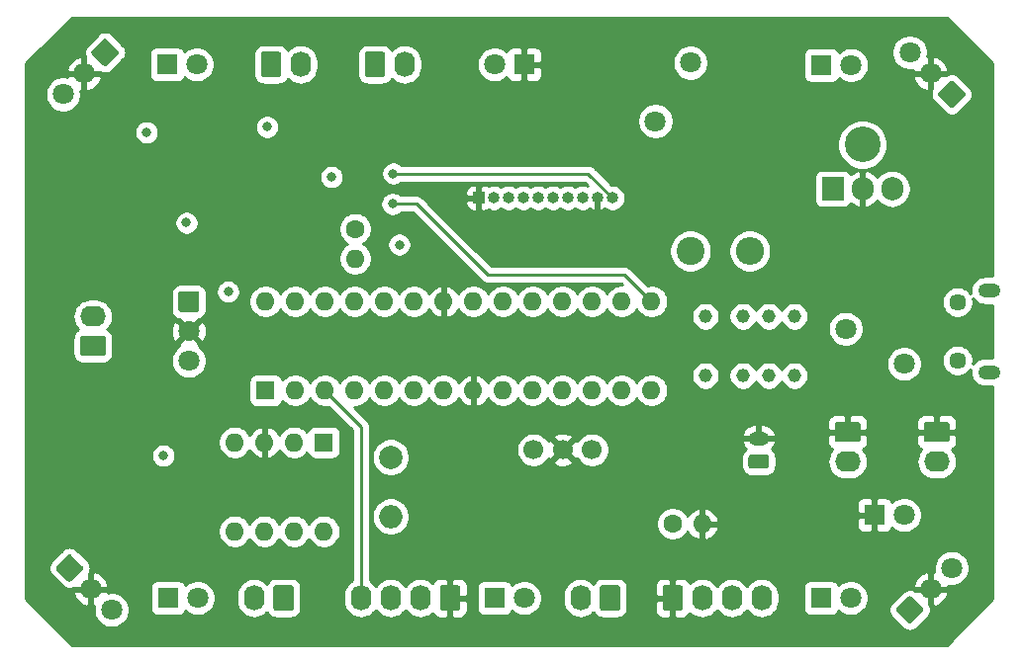
<source format=gbr>
G04 #@! TF.GenerationSoftware,KiCad,Pcbnew,5.1.5+dfsg1-2build2*
G04 #@! TF.CreationDate,2021-05-27T17:25:40+02:00*
G04 #@! TF.ProjectId,board,626f6172-642e-46b6-9963-61645f706362,rev?*
G04 #@! TF.SameCoordinates,Original*
G04 #@! TF.FileFunction,Copper,L2,Inr*
G04 #@! TF.FilePolarity,Positive*
%FSLAX46Y46*%
G04 Gerber Fmt 4.6, Leading zero omitted, Abs format (unit mm)*
G04 Created by KiCad (PCBNEW 5.1.5+dfsg1-2build2) date 2021-05-27 17:25:40*
%MOMM*%
%LPD*%
G04 APERTURE LIST*
%ADD10C,1.800000*%
%ADD11C,1.700000*%
%ADD12C,0.100000*%
%ADD13C,3.048000*%
%ADD14O,1.905000X2.000000*%
%ADD15R,1.905000X2.000000*%
%ADD16O,2.200000X1.740000*%
%ADD17O,1.900000X1.200000*%
%ADD18C,1.450000*%
%ADD19O,1.600000X1.600000*%
%ADD20C,1.600000*%
%ADD21R,1.800000X1.800000*%
%ADD22O,1.740000X2.200000*%
%ADD23O,2.000000X2.000000*%
%ADD24C,2.000000*%
%ADD25R,1.600000X1.600000*%
%ADD26O,2.400000X2.400000*%
%ADD27C,2.400000*%
%ADD28C,1.168400*%
%ADD29O,1.000000X1.000000*%
%ADD30R,1.000000X1.000000*%
%ADD31O,1.750000X1.200000*%
%ADD32C,0.800000*%
%ADD33C,0.500000*%
%ADD34C,0.250000*%
%ADD35C,0.254000*%
G04 APERTURE END LIST*
D10*
X139500000Y-109000000D03*
X142500000Y-104000000D03*
X155782000Y-126794000D03*
X160782000Y-129794000D03*
D11*
X129070000Y-137160000D03*
X131570000Y-137160000D03*
X134070000Y-137160000D03*
D10*
X99568000Y-129540000D03*
X99568000Y-127000000D03*
G04 #@! TA.AperFunction,ViaPad*
D12*
G36*
X100243947Y-123561196D02*
G01*
X100268060Y-123564773D01*
X100291707Y-123570696D01*
X100314659Y-123578908D01*
X100336695Y-123589331D01*
X100357604Y-123601863D01*
X100377183Y-123616384D01*
X100395245Y-123632755D01*
X100411616Y-123650817D01*
X100426137Y-123670396D01*
X100438669Y-123691305D01*
X100449092Y-123713341D01*
X100457304Y-123736293D01*
X100463227Y-123759940D01*
X100466804Y-123784053D01*
X100468000Y-123808400D01*
X100468000Y-125111600D01*
X100466804Y-125135947D01*
X100463227Y-125160060D01*
X100457304Y-125183707D01*
X100449092Y-125206659D01*
X100438669Y-125228695D01*
X100426137Y-125249604D01*
X100411616Y-125269183D01*
X100395245Y-125287245D01*
X100377183Y-125303616D01*
X100357604Y-125318137D01*
X100336695Y-125330669D01*
X100314659Y-125341092D01*
X100291707Y-125349304D01*
X100268060Y-125355227D01*
X100243947Y-125358804D01*
X100219600Y-125360000D01*
X98916400Y-125360000D01*
X98892053Y-125358804D01*
X98867940Y-125355227D01*
X98844293Y-125349304D01*
X98821341Y-125341092D01*
X98799305Y-125330669D01*
X98778396Y-125318137D01*
X98758817Y-125303616D01*
X98740755Y-125287245D01*
X98724384Y-125269183D01*
X98709863Y-125249604D01*
X98697331Y-125228695D01*
X98686908Y-125206659D01*
X98678696Y-125183707D01*
X98672773Y-125160060D01*
X98669196Y-125135947D01*
X98668000Y-125111600D01*
X98668000Y-123808400D01*
X98669196Y-123784053D01*
X98672773Y-123759940D01*
X98678696Y-123736293D01*
X98686908Y-123713341D01*
X98697331Y-123691305D01*
X98709863Y-123670396D01*
X98724384Y-123650817D01*
X98740755Y-123632755D01*
X98758817Y-123616384D01*
X98778396Y-123601863D01*
X98799305Y-123589331D01*
X98821341Y-123578908D01*
X98844293Y-123570696D01*
X98867940Y-123564773D01*
X98892053Y-123561196D01*
X98916400Y-123560000D01*
X100219600Y-123560000D01*
X100243947Y-123561196D01*
G37*
G04 #@! TD.AperFunction*
D13*
X157226000Y-110998000D03*
D14*
X159766000Y-114808000D03*
X157226000Y-114808000D03*
D15*
X154686000Y-114808000D03*
D16*
X155956000Y-138176000D03*
G04 #@! TA.AperFunction,ViaPad*
D12*
G36*
X156830505Y-134767204D02*
G01*
X156854773Y-134770804D01*
X156878572Y-134776765D01*
X156901671Y-134785030D01*
X156923850Y-134795520D01*
X156944893Y-134808132D01*
X156964599Y-134822747D01*
X156982777Y-134839223D01*
X156999253Y-134857401D01*
X157013868Y-134877107D01*
X157026480Y-134898150D01*
X157036970Y-134920329D01*
X157045235Y-134943428D01*
X157051196Y-134967227D01*
X157054796Y-134991495D01*
X157056000Y-135015999D01*
X157056000Y-136256001D01*
X157054796Y-136280505D01*
X157051196Y-136304773D01*
X157045235Y-136328572D01*
X157036970Y-136351671D01*
X157026480Y-136373850D01*
X157013868Y-136394893D01*
X156999253Y-136414599D01*
X156982777Y-136432777D01*
X156964599Y-136449253D01*
X156944893Y-136463868D01*
X156923850Y-136476480D01*
X156901671Y-136486970D01*
X156878572Y-136495235D01*
X156854773Y-136501196D01*
X156830505Y-136504796D01*
X156806001Y-136506000D01*
X155105999Y-136506000D01*
X155081495Y-136504796D01*
X155057227Y-136501196D01*
X155033428Y-136495235D01*
X155010329Y-136486970D01*
X154988150Y-136476480D01*
X154967107Y-136463868D01*
X154947401Y-136449253D01*
X154929223Y-136432777D01*
X154912747Y-136414599D01*
X154898132Y-136394893D01*
X154885520Y-136373850D01*
X154875030Y-136351671D01*
X154866765Y-136328572D01*
X154860804Y-136304773D01*
X154857204Y-136280505D01*
X154856000Y-136256001D01*
X154856000Y-135015999D01*
X154857204Y-134991495D01*
X154860804Y-134967227D01*
X154866765Y-134943428D01*
X154875030Y-134920329D01*
X154885520Y-134898150D01*
X154898132Y-134877107D01*
X154912747Y-134857401D01*
X154929223Y-134839223D01*
X154947401Y-134822747D01*
X154967107Y-134808132D01*
X154988150Y-134795520D01*
X155010329Y-134785030D01*
X155033428Y-134776765D01*
X155057227Y-134770804D01*
X155081495Y-134767204D01*
X155105999Y-134766000D01*
X156806001Y-134766000D01*
X156830505Y-134767204D01*
G37*
G04 #@! TD.AperFunction*
D17*
X168048000Y-130516000D03*
X168048000Y-123516000D03*
D18*
X165348000Y-129516000D03*
X165348000Y-124516000D03*
D10*
X161263949Y-103113949D03*
X163060000Y-104910000D03*
G04 #@! TA.AperFunction,ViaPad*
D12*
G36*
X164880398Y-105537345D02*
G01*
X164904511Y-105540922D01*
X164928158Y-105546845D01*
X164951110Y-105555057D01*
X164973146Y-105565480D01*
X164994055Y-105578012D01*
X165013634Y-105592533D01*
X165031696Y-105608904D01*
X165953198Y-106530406D01*
X165969569Y-106548468D01*
X165984090Y-106568047D01*
X165996622Y-106588956D01*
X166007045Y-106610992D01*
X166015257Y-106633944D01*
X166021180Y-106657591D01*
X166024757Y-106681704D01*
X166025953Y-106706051D01*
X166024757Y-106730398D01*
X166021180Y-106754511D01*
X166015257Y-106778158D01*
X166007045Y-106801110D01*
X165996622Y-106823146D01*
X165984090Y-106844055D01*
X165969569Y-106863634D01*
X165953198Y-106881696D01*
X165031696Y-107803198D01*
X165013634Y-107819569D01*
X164994055Y-107834090D01*
X164973146Y-107846622D01*
X164951110Y-107857045D01*
X164928158Y-107865257D01*
X164904511Y-107871180D01*
X164880398Y-107874757D01*
X164856051Y-107875953D01*
X164831704Y-107874757D01*
X164807591Y-107871180D01*
X164783944Y-107865257D01*
X164760992Y-107857045D01*
X164738956Y-107846622D01*
X164718047Y-107834090D01*
X164698468Y-107819569D01*
X164680406Y-107803198D01*
X163758904Y-106881696D01*
X163742533Y-106863634D01*
X163728012Y-106844055D01*
X163715480Y-106823146D01*
X163705057Y-106801110D01*
X163696845Y-106778158D01*
X163690922Y-106754511D01*
X163687345Y-106730398D01*
X163686149Y-106706051D01*
X163687345Y-106681704D01*
X163690922Y-106657591D01*
X163696845Y-106633944D01*
X163705057Y-106610992D01*
X163715480Y-106588956D01*
X163728012Y-106568047D01*
X163742533Y-106548468D01*
X163758904Y-106530406D01*
X164680406Y-105608904D01*
X164698468Y-105592533D01*
X164718047Y-105578012D01*
X164738956Y-105565480D01*
X164760992Y-105555057D01*
X164783944Y-105546845D01*
X164807591Y-105540922D01*
X164831704Y-105537345D01*
X164856051Y-105536149D01*
X164880398Y-105537345D01*
G37*
G04 #@! TD.AperFunction*
D10*
X164856051Y-147293949D03*
X163060000Y-149090000D03*
G04 #@! TA.AperFunction,ViaPad*
D12*
G36*
X161288296Y-149717345D02*
G01*
X161312409Y-149720922D01*
X161336056Y-149726845D01*
X161359008Y-149735057D01*
X161381044Y-149745480D01*
X161401953Y-149758012D01*
X161421532Y-149772533D01*
X161439594Y-149788904D01*
X162361096Y-150710406D01*
X162377467Y-150728468D01*
X162391988Y-150748047D01*
X162404520Y-150768956D01*
X162414943Y-150790992D01*
X162423155Y-150813944D01*
X162429078Y-150837591D01*
X162432655Y-150861704D01*
X162433851Y-150886051D01*
X162432655Y-150910398D01*
X162429078Y-150934511D01*
X162423155Y-150958158D01*
X162414943Y-150981110D01*
X162404520Y-151003146D01*
X162391988Y-151024055D01*
X162377467Y-151043634D01*
X162361096Y-151061696D01*
X161439594Y-151983198D01*
X161421532Y-151999569D01*
X161401953Y-152014090D01*
X161381044Y-152026622D01*
X161359008Y-152037045D01*
X161336056Y-152045257D01*
X161312409Y-152051180D01*
X161288296Y-152054757D01*
X161263949Y-152055953D01*
X161239602Y-152054757D01*
X161215489Y-152051180D01*
X161191842Y-152045257D01*
X161168890Y-152037045D01*
X161146854Y-152026622D01*
X161125945Y-152014090D01*
X161106366Y-151999569D01*
X161088304Y-151983198D01*
X160166802Y-151061696D01*
X160150431Y-151043634D01*
X160135910Y-151024055D01*
X160123378Y-151003146D01*
X160112955Y-150981110D01*
X160104743Y-150958158D01*
X160098820Y-150934511D01*
X160095243Y-150910398D01*
X160094047Y-150886051D01*
X160095243Y-150861704D01*
X160098820Y-150837591D01*
X160104743Y-150813944D01*
X160112955Y-150790992D01*
X160123378Y-150768956D01*
X160135910Y-150748047D01*
X160150431Y-150728468D01*
X160166802Y-150710406D01*
X161088304Y-149788904D01*
X161106366Y-149772533D01*
X161125945Y-149758012D01*
X161146854Y-149745480D01*
X161168890Y-149735057D01*
X161191842Y-149726845D01*
X161215489Y-149720922D01*
X161239602Y-149717345D01*
X161263949Y-149716149D01*
X161288296Y-149717345D01*
G37*
G04 #@! TD.AperFunction*
D19*
X143510000Y-143510000D03*
D20*
X140970000Y-143510000D03*
D10*
X156240000Y-104200000D03*
D21*
X153700000Y-104200000D03*
D10*
X156210000Y-149860000D03*
D21*
X153670000Y-149860000D03*
D22*
X148590000Y-149860000D03*
X146050000Y-149860000D03*
X143510000Y-149860000D03*
G04 #@! TA.AperFunction,ViaPad*
D12*
G36*
X141614505Y-148761204D02*
G01*
X141638773Y-148764804D01*
X141662572Y-148770765D01*
X141685671Y-148779030D01*
X141707850Y-148789520D01*
X141728893Y-148802132D01*
X141748599Y-148816747D01*
X141766777Y-148833223D01*
X141783253Y-148851401D01*
X141797868Y-148871107D01*
X141810480Y-148892150D01*
X141820970Y-148914329D01*
X141829235Y-148937428D01*
X141835196Y-148961227D01*
X141838796Y-148985495D01*
X141840000Y-149009999D01*
X141840000Y-150710001D01*
X141838796Y-150734505D01*
X141835196Y-150758773D01*
X141829235Y-150782572D01*
X141820970Y-150805671D01*
X141810480Y-150827850D01*
X141797868Y-150848893D01*
X141783253Y-150868599D01*
X141766777Y-150886777D01*
X141748599Y-150903253D01*
X141728893Y-150917868D01*
X141707850Y-150930480D01*
X141685671Y-150940970D01*
X141662572Y-150949235D01*
X141638773Y-150955196D01*
X141614505Y-150958796D01*
X141590001Y-150960000D01*
X140349999Y-150960000D01*
X140325495Y-150958796D01*
X140301227Y-150955196D01*
X140277428Y-150949235D01*
X140254329Y-150940970D01*
X140232150Y-150930480D01*
X140211107Y-150917868D01*
X140191401Y-150903253D01*
X140173223Y-150886777D01*
X140156747Y-150868599D01*
X140142132Y-150848893D01*
X140129520Y-150827850D01*
X140119030Y-150805671D01*
X140110765Y-150782572D01*
X140104804Y-150758773D01*
X140101204Y-150734505D01*
X140100000Y-150710001D01*
X140100000Y-149009999D01*
X140101204Y-148985495D01*
X140104804Y-148961227D01*
X140110765Y-148937428D01*
X140119030Y-148914329D01*
X140129520Y-148892150D01*
X140142132Y-148871107D01*
X140156747Y-148851401D01*
X140173223Y-148833223D01*
X140191401Y-148816747D01*
X140211107Y-148802132D01*
X140232150Y-148789520D01*
X140254329Y-148779030D01*
X140277428Y-148770765D01*
X140301227Y-148764804D01*
X140325495Y-148761204D01*
X140349999Y-148760000D01*
X141590001Y-148760000D01*
X141614505Y-148761204D01*
G37*
G04 #@! TD.AperFunction*
D16*
X163576000Y-138176000D03*
G04 #@! TA.AperFunction,ViaPad*
D12*
G36*
X164450505Y-134767204D02*
G01*
X164474773Y-134770804D01*
X164498572Y-134776765D01*
X164521671Y-134785030D01*
X164543850Y-134795520D01*
X164564893Y-134808132D01*
X164584599Y-134822747D01*
X164602777Y-134839223D01*
X164619253Y-134857401D01*
X164633868Y-134877107D01*
X164646480Y-134898150D01*
X164656970Y-134920329D01*
X164665235Y-134943428D01*
X164671196Y-134967227D01*
X164674796Y-134991495D01*
X164676000Y-135015999D01*
X164676000Y-136256001D01*
X164674796Y-136280505D01*
X164671196Y-136304773D01*
X164665235Y-136328572D01*
X164656970Y-136351671D01*
X164646480Y-136373850D01*
X164633868Y-136394893D01*
X164619253Y-136414599D01*
X164602777Y-136432777D01*
X164584599Y-136449253D01*
X164564893Y-136463868D01*
X164543850Y-136476480D01*
X164521671Y-136486970D01*
X164498572Y-136495235D01*
X164474773Y-136501196D01*
X164450505Y-136504796D01*
X164426001Y-136506000D01*
X162725999Y-136506000D01*
X162701495Y-136504796D01*
X162677227Y-136501196D01*
X162653428Y-136495235D01*
X162630329Y-136486970D01*
X162608150Y-136476480D01*
X162587107Y-136463868D01*
X162567401Y-136449253D01*
X162549223Y-136432777D01*
X162532747Y-136414599D01*
X162518132Y-136394893D01*
X162505520Y-136373850D01*
X162495030Y-136351671D01*
X162486765Y-136328572D01*
X162480804Y-136304773D01*
X162477204Y-136280505D01*
X162476000Y-136256001D01*
X162476000Y-135015999D01*
X162477204Y-134991495D01*
X162480804Y-134967227D01*
X162486765Y-134943428D01*
X162495030Y-134920329D01*
X162505520Y-134898150D01*
X162518132Y-134877107D01*
X162532747Y-134857401D01*
X162549223Y-134839223D01*
X162567401Y-134822747D01*
X162587107Y-134808132D01*
X162608150Y-134795520D01*
X162630329Y-134785030D01*
X162653428Y-134776765D01*
X162677227Y-134770804D01*
X162701495Y-134767204D01*
X162725999Y-134766000D01*
X164426001Y-134766000D01*
X164450505Y-134767204D01*
G37*
G04 #@! TD.AperFunction*
D22*
X114300000Y-149860000D03*
X116840000Y-149860000D03*
X119380000Y-149860000D03*
G04 #@! TA.AperFunction,ViaPad*
D12*
G36*
X122564505Y-148761204D02*
G01*
X122588773Y-148764804D01*
X122612572Y-148770765D01*
X122635671Y-148779030D01*
X122657850Y-148789520D01*
X122678893Y-148802132D01*
X122698599Y-148816747D01*
X122716777Y-148833223D01*
X122733253Y-148851401D01*
X122747868Y-148871107D01*
X122760480Y-148892150D01*
X122770970Y-148914329D01*
X122779235Y-148937428D01*
X122785196Y-148961227D01*
X122788796Y-148985495D01*
X122790000Y-149009999D01*
X122790000Y-150710001D01*
X122788796Y-150734505D01*
X122785196Y-150758773D01*
X122779235Y-150782572D01*
X122770970Y-150805671D01*
X122760480Y-150827850D01*
X122747868Y-150848893D01*
X122733253Y-150868599D01*
X122716777Y-150886777D01*
X122698599Y-150903253D01*
X122678893Y-150917868D01*
X122657850Y-150930480D01*
X122635671Y-150940970D01*
X122612572Y-150949235D01*
X122588773Y-150955196D01*
X122564505Y-150958796D01*
X122540001Y-150960000D01*
X121299999Y-150960000D01*
X121275495Y-150958796D01*
X121251227Y-150955196D01*
X121227428Y-150949235D01*
X121204329Y-150940970D01*
X121182150Y-150930480D01*
X121161107Y-150917868D01*
X121141401Y-150903253D01*
X121123223Y-150886777D01*
X121106747Y-150868599D01*
X121092132Y-150848893D01*
X121079520Y-150827850D01*
X121069030Y-150805671D01*
X121060765Y-150782572D01*
X121054804Y-150758773D01*
X121051204Y-150734505D01*
X121050000Y-150710001D01*
X121050000Y-149009999D01*
X121051204Y-148985495D01*
X121054804Y-148961227D01*
X121060765Y-148937428D01*
X121069030Y-148914329D01*
X121079520Y-148892150D01*
X121092132Y-148871107D01*
X121106747Y-148851401D01*
X121123223Y-148833223D01*
X121141401Y-148816747D01*
X121161107Y-148802132D01*
X121182150Y-148789520D01*
X121204329Y-148779030D01*
X121227428Y-148770765D01*
X121251227Y-148764804D01*
X121275495Y-148761204D01*
X121299999Y-148760000D01*
X122540001Y-148760000D01*
X122564505Y-148761204D01*
G37*
G04 #@! TD.AperFunction*
D23*
X116840000Y-142875000D03*
D24*
X116840000Y-137795000D03*
D19*
X111125000Y-144145000D03*
X103505000Y-136525000D03*
X108585000Y-144145000D03*
X106045000Y-136525000D03*
X106045000Y-144145000D03*
X108585000Y-136525000D03*
X103505000Y-144145000D03*
D25*
X111125000Y-136525000D03*
D10*
X92956051Y-150886051D03*
X91160000Y-149090000D03*
G04 #@! TA.AperFunction,ViaPad*
D12*
G36*
X89388296Y-146125243D02*
G01*
X89412409Y-146128820D01*
X89436056Y-146134743D01*
X89459008Y-146142955D01*
X89481044Y-146153378D01*
X89501953Y-146165910D01*
X89521532Y-146180431D01*
X89539594Y-146196802D01*
X90461096Y-147118304D01*
X90477467Y-147136366D01*
X90491988Y-147155945D01*
X90504520Y-147176854D01*
X90514943Y-147198890D01*
X90523155Y-147221842D01*
X90529078Y-147245489D01*
X90532655Y-147269602D01*
X90533851Y-147293949D01*
X90532655Y-147318296D01*
X90529078Y-147342409D01*
X90523155Y-147366056D01*
X90514943Y-147389008D01*
X90504520Y-147411044D01*
X90491988Y-147431953D01*
X90477467Y-147451532D01*
X90461096Y-147469594D01*
X89539594Y-148391096D01*
X89521532Y-148407467D01*
X89501953Y-148421988D01*
X89481044Y-148434520D01*
X89459008Y-148444943D01*
X89436056Y-148453155D01*
X89412409Y-148459078D01*
X89388296Y-148462655D01*
X89363949Y-148463851D01*
X89339602Y-148462655D01*
X89315489Y-148459078D01*
X89291842Y-148453155D01*
X89268890Y-148444943D01*
X89246854Y-148434520D01*
X89225945Y-148421988D01*
X89206366Y-148407467D01*
X89188304Y-148391096D01*
X88266802Y-147469594D01*
X88250431Y-147451532D01*
X88235910Y-147431953D01*
X88223378Y-147411044D01*
X88212955Y-147389008D01*
X88204743Y-147366056D01*
X88198820Y-147342409D01*
X88195243Y-147318296D01*
X88194047Y-147293949D01*
X88195243Y-147269602D01*
X88198820Y-147245489D01*
X88204743Y-147221842D01*
X88212955Y-147198890D01*
X88223378Y-147176854D01*
X88235910Y-147155945D01*
X88250431Y-147136366D01*
X88266802Y-147118304D01*
X89188304Y-146196802D01*
X89206366Y-146180431D01*
X89225945Y-146165910D01*
X89246854Y-146153378D01*
X89268890Y-146142955D01*
X89291842Y-146134743D01*
X89315489Y-146128820D01*
X89339602Y-146125243D01*
X89363949Y-146124047D01*
X89388296Y-146125243D01*
G37*
G04 #@! TD.AperFunction*
D10*
X88808949Y-106706051D03*
X90605000Y-104910000D03*
G04 #@! TA.AperFunction,ViaPad*
D12*
G36*
X92425398Y-101945243D02*
G01*
X92449511Y-101948820D01*
X92473158Y-101954743D01*
X92496110Y-101962955D01*
X92518146Y-101973378D01*
X92539055Y-101985910D01*
X92558634Y-102000431D01*
X92576696Y-102016802D01*
X93498198Y-102938304D01*
X93514569Y-102956366D01*
X93529090Y-102975945D01*
X93541622Y-102996854D01*
X93552045Y-103018890D01*
X93560257Y-103041842D01*
X93566180Y-103065489D01*
X93569757Y-103089602D01*
X93570953Y-103113949D01*
X93569757Y-103138296D01*
X93566180Y-103162409D01*
X93560257Y-103186056D01*
X93552045Y-103209008D01*
X93541622Y-103231044D01*
X93529090Y-103251953D01*
X93514569Y-103271532D01*
X93498198Y-103289594D01*
X92576696Y-104211096D01*
X92558634Y-104227467D01*
X92539055Y-104241988D01*
X92518146Y-104254520D01*
X92496110Y-104264943D01*
X92473158Y-104273155D01*
X92449511Y-104279078D01*
X92425398Y-104282655D01*
X92401051Y-104283851D01*
X92376704Y-104282655D01*
X92352591Y-104279078D01*
X92328944Y-104273155D01*
X92305992Y-104264943D01*
X92283956Y-104254520D01*
X92263047Y-104241988D01*
X92243468Y-104227467D01*
X92225406Y-104211096D01*
X91303904Y-103289594D01*
X91287533Y-103271532D01*
X91273012Y-103251953D01*
X91260480Y-103231044D01*
X91250057Y-103209008D01*
X91241845Y-103186056D01*
X91235922Y-103162409D01*
X91232345Y-103138296D01*
X91231149Y-103113949D01*
X91232345Y-103089602D01*
X91235922Y-103065489D01*
X91241845Y-103041842D01*
X91250057Y-103018890D01*
X91260480Y-102996854D01*
X91273012Y-102975945D01*
X91287533Y-102956366D01*
X91303904Y-102938304D01*
X92225406Y-102016802D01*
X92243468Y-102000431D01*
X92263047Y-101985910D01*
X92283956Y-101973378D01*
X92305992Y-101962955D01*
X92328944Y-101954743D01*
X92352591Y-101948820D01*
X92376704Y-101945243D01*
X92401051Y-101944047D01*
X92425398Y-101945243D01*
G37*
G04 #@! TD.AperFunction*
D19*
X106140000Y-124460000D03*
X139160000Y-132080000D03*
X108680000Y-124460000D03*
X136620000Y-132080000D03*
X111220000Y-124460000D03*
X134080000Y-132080000D03*
X113760000Y-124460000D03*
X131540000Y-132080000D03*
X116300000Y-124460000D03*
X129000000Y-132080000D03*
X118840000Y-124460000D03*
X126460000Y-132080000D03*
X121380000Y-124460000D03*
X123920000Y-132080000D03*
X123920000Y-124460000D03*
X121380000Y-132080000D03*
X126460000Y-124460000D03*
X118840000Y-132080000D03*
X129000000Y-124460000D03*
X116300000Y-132080000D03*
X131540000Y-124460000D03*
X113760000Y-132080000D03*
X134080000Y-124460000D03*
X111220000Y-132080000D03*
X136620000Y-124460000D03*
X108680000Y-132080000D03*
X139160000Y-124460000D03*
D25*
X106140000Y-132080000D03*
D19*
X113792000Y-120777000D03*
D20*
X113792000Y-118237000D03*
D26*
X147574000Y-120142000D03*
D27*
X142494000Y-120142000D03*
D28*
X143776400Y-125730000D03*
X146976800Y-125730000D03*
X149176801Y-125730000D03*
X151376799Y-125730000D03*
X151376799Y-130810000D03*
X149176801Y-130810000D03*
X146976800Y-130810000D03*
X143776400Y-130810000D03*
D22*
X105140000Y-149860000D03*
G04 #@! TA.AperFunction,ViaPad*
D12*
G36*
X108324505Y-148761204D02*
G01*
X108348773Y-148764804D01*
X108372572Y-148770765D01*
X108395671Y-148779030D01*
X108417850Y-148789520D01*
X108438893Y-148802132D01*
X108458599Y-148816747D01*
X108476777Y-148833223D01*
X108493253Y-148851401D01*
X108507868Y-148871107D01*
X108520480Y-148892150D01*
X108530970Y-148914329D01*
X108539235Y-148937428D01*
X108545196Y-148961227D01*
X108548796Y-148985495D01*
X108550000Y-149009999D01*
X108550000Y-150710001D01*
X108548796Y-150734505D01*
X108545196Y-150758773D01*
X108539235Y-150782572D01*
X108530970Y-150805671D01*
X108520480Y-150827850D01*
X108507868Y-150848893D01*
X108493253Y-150868599D01*
X108476777Y-150886777D01*
X108458599Y-150903253D01*
X108438893Y-150917868D01*
X108417850Y-150930480D01*
X108395671Y-150940970D01*
X108372572Y-150949235D01*
X108348773Y-150955196D01*
X108324505Y-150958796D01*
X108300001Y-150960000D01*
X107059999Y-150960000D01*
X107035495Y-150958796D01*
X107011227Y-150955196D01*
X106987428Y-150949235D01*
X106964329Y-150940970D01*
X106942150Y-150930480D01*
X106921107Y-150917868D01*
X106901401Y-150903253D01*
X106883223Y-150886777D01*
X106866747Y-150868599D01*
X106852132Y-150848893D01*
X106839520Y-150827850D01*
X106829030Y-150805671D01*
X106820765Y-150782572D01*
X106814804Y-150758773D01*
X106811204Y-150734505D01*
X106810000Y-150710001D01*
X106810000Y-149009999D01*
X106811204Y-148985495D01*
X106814804Y-148961227D01*
X106820765Y-148937428D01*
X106829030Y-148914329D01*
X106839520Y-148892150D01*
X106852132Y-148871107D01*
X106866747Y-148851401D01*
X106883223Y-148833223D01*
X106901401Y-148816747D01*
X106921107Y-148802132D01*
X106942150Y-148789520D01*
X106964329Y-148779030D01*
X106987428Y-148770765D01*
X107011227Y-148764804D01*
X107035495Y-148761204D01*
X107059999Y-148760000D01*
X108300001Y-148760000D01*
X108324505Y-148761204D01*
G37*
G04 #@! TD.AperFunction*
D22*
X118030000Y-104140000D03*
G04 #@! TA.AperFunction,ViaPad*
D12*
G36*
X116134505Y-103041204D02*
G01*
X116158773Y-103044804D01*
X116182572Y-103050765D01*
X116205671Y-103059030D01*
X116227850Y-103069520D01*
X116248893Y-103082132D01*
X116268599Y-103096747D01*
X116286777Y-103113223D01*
X116303253Y-103131401D01*
X116317868Y-103151107D01*
X116330480Y-103172150D01*
X116340970Y-103194329D01*
X116349235Y-103217428D01*
X116355196Y-103241227D01*
X116358796Y-103265495D01*
X116360000Y-103289999D01*
X116360000Y-104990001D01*
X116358796Y-105014505D01*
X116355196Y-105038773D01*
X116349235Y-105062572D01*
X116340970Y-105085671D01*
X116330480Y-105107850D01*
X116317868Y-105128893D01*
X116303253Y-105148599D01*
X116286777Y-105166777D01*
X116268599Y-105183253D01*
X116248893Y-105197868D01*
X116227850Y-105210480D01*
X116205671Y-105220970D01*
X116182572Y-105229235D01*
X116158773Y-105235196D01*
X116134505Y-105238796D01*
X116110001Y-105240000D01*
X114869999Y-105240000D01*
X114845495Y-105238796D01*
X114821227Y-105235196D01*
X114797428Y-105229235D01*
X114774329Y-105220970D01*
X114752150Y-105210480D01*
X114731107Y-105197868D01*
X114711401Y-105183253D01*
X114693223Y-105166777D01*
X114676747Y-105148599D01*
X114662132Y-105128893D01*
X114649520Y-105107850D01*
X114639030Y-105085671D01*
X114630765Y-105062572D01*
X114624804Y-105038773D01*
X114621204Y-105014505D01*
X114620000Y-104990001D01*
X114620000Y-103289999D01*
X114621204Y-103265495D01*
X114624804Y-103241227D01*
X114630765Y-103217428D01*
X114639030Y-103194329D01*
X114649520Y-103172150D01*
X114662132Y-103151107D01*
X114676747Y-103131401D01*
X114693223Y-103113223D01*
X114711401Y-103096747D01*
X114731107Y-103082132D01*
X114752150Y-103069520D01*
X114774329Y-103059030D01*
X114797428Y-103050765D01*
X114821227Y-103044804D01*
X114845495Y-103041204D01*
X114869999Y-103040000D01*
X116110001Y-103040000D01*
X116134505Y-103041204D01*
G37*
G04 #@! TD.AperFunction*
D22*
X133080000Y-149860000D03*
G04 #@! TA.AperFunction,ViaPad*
D12*
G36*
X136264505Y-148761204D02*
G01*
X136288773Y-148764804D01*
X136312572Y-148770765D01*
X136335671Y-148779030D01*
X136357850Y-148789520D01*
X136378893Y-148802132D01*
X136398599Y-148816747D01*
X136416777Y-148833223D01*
X136433253Y-148851401D01*
X136447868Y-148871107D01*
X136460480Y-148892150D01*
X136470970Y-148914329D01*
X136479235Y-148937428D01*
X136485196Y-148961227D01*
X136488796Y-148985495D01*
X136490000Y-149009999D01*
X136490000Y-150710001D01*
X136488796Y-150734505D01*
X136485196Y-150758773D01*
X136479235Y-150782572D01*
X136470970Y-150805671D01*
X136460480Y-150827850D01*
X136447868Y-150848893D01*
X136433253Y-150868599D01*
X136416777Y-150886777D01*
X136398599Y-150903253D01*
X136378893Y-150917868D01*
X136357850Y-150930480D01*
X136335671Y-150940970D01*
X136312572Y-150949235D01*
X136288773Y-150955196D01*
X136264505Y-150958796D01*
X136240001Y-150960000D01*
X134999999Y-150960000D01*
X134975495Y-150958796D01*
X134951227Y-150955196D01*
X134927428Y-150949235D01*
X134904329Y-150940970D01*
X134882150Y-150930480D01*
X134861107Y-150917868D01*
X134841401Y-150903253D01*
X134823223Y-150886777D01*
X134806747Y-150868599D01*
X134792132Y-150848893D01*
X134779520Y-150827850D01*
X134769030Y-150805671D01*
X134760765Y-150782572D01*
X134754804Y-150758773D01*
X134751204Y-150734505D01*
X134750000Y-150710001D01*
X134750000Y-149009999D01*
X134751204Y-148985495D01*
X134754804Y-148961227D01*
X134760765Y-148937428D01*
X134769030Y-148914329D01*
X134779520Y-148892150D01*
X134792132Y-148871107D01*
X134806747Y-148851401D01*
X134823223Y-148833223D01*
X134841401Y-148816747D01*
X134861107Y-148802132D01*
X134882150Y-148789520D01*
X134904329Y-148779030D01*
X134927428Y-148770765D01*
X134951227Y-148764804D01*
X134975495Y-148761204D01*
X134999999Y-148760000D01*
X136240001Y-148760000D01*
X136264505Y-148761204D01*
G37*
G04 #@! TD.AperFunction*
D16*
X91360000Y-125730000D03*
G04 #@! TA.AperFunction,ViaPad*
D12*
G36*
X92234505Y-127401204D02*
G01*
X92258773Y-127404804D01*
X92282572Y-127410765D01*
X92305671Y-127419030D01*
X92327850Y-127429520D01*
X92348893Y-127442132D01*
X92368599Y-127456747D01*
X92386777Y-127473223D01*
X92403253Y-127491401D01*
X92417868Y-127511107D01*
X92430480Y-127532150D01*
X92440970Y-127554329D01*
X92449235Y-127577428D01*
X92455196Y-127601227D01*
X92458796Y-127625495D01*
X92460000Y-127649999D01*
X92460000Y-128890001D01*
X92458796Y-128914505D01*
X92455196Y-128938773D01*
X92449235Y-128962572D01*
X92440970Y-128985671D01*
X92430480Y-129007850D01*
X92417868Y-129028893D01*
X92403253Y-129048599D01*
X92386777Y-129066777D01*
X92368599Y-129083253D01*
X92348893Y-129097868D01*
X92327850Y-129110480D01*
X92305671Y-129120970D01*
X92282572Y-129129235D01*
X92258773Y-129135196D01*
X92234505Y-129138796D01*
X92210001Y-129140000D01*
X90509999Y-129140000D01*
X90485495Y-129138796D01*
X90461227Y-129135196D01*
X90437428Y-129129235D01*
X90414329Y-129120970D01*
X90392150Y-129110480D01*
X90371107Y-129097868D01*
X90351401Y-129083253D01*
X90333223Y-129066777D01*
X90316747Y-129048599D01*
X90302132Y-129028893D01*
X90289520Y-129007850D01*
X90279030Y-128985671D01*
X90270765Y-128962572D01*
X90264804Y-128938773D01*
X90261204Y-128914505D01*
X90260000Y-128890001D01*
X90260000Y-127649999D01*
X90261204Y-127625495D01*
X90264804Y-127601227D01*
X90270765Y-127577428D01*
X90279030Y-127554329D01*
X90289520Y-127532150D01*
X90302132Y-127511107D01*
X90316747Y-127491401D01*
X90333223Y-127473223D01*
X90351401Y-127456747D01*
X90371107Y-127442132D01*
X90392150Y-127429520D01*
X90414329Y-127419030D01*
X90437428Y-127410765D01*
X90461227Y-127404804D01*
X90485495Y-127401204D01*
X90509999Y-127400000D01*
X92210001Y-127400000D01*
X92234505Y-127401204D01*
G37*
G04 #@! TD.AperFunction*
D29*
X135810000Y-115570000D03*
X134540000Y-115570000D03*
X133270000Y-115570000D03*
X132000000Y-115570000D03*
X130730000Y-115570000D03*
X129460000Y-115570000D03*
X128190000Y-115570000D03*
X126920000Y-115570000D03*
X125650000Y-115570000D03*
D30*
X124380000Y-115570000D03*
D31*
X148336000Y-136176000D03*
G04 #@! TA.AperFunction,ViaPad*
D12*
G36*
X148985505Y-137577204D02*
G01*
X149009773Y-137580804D01*
X149033572Y-137586765D01*
X149056671Y-137595030D01*
X149078850Y-137605520D01*
X149099893Y-137618132D01*
X149119599Y-137632747D01*
X149137777Y-137649223D01*
X149154253Y-137667401D01*
X149168868Y-137687107D01*
X149181480Y-137708150D01*
X149191970Y-137730329D01*
X149200235Y-137753428D01*
X149206196Y-137777227D01*
X149209796Y-137801495D01*
X149211000Y-137825999D01*
X149211000Y-138526001D01*
X149209796Y-138550505D01*
X149206196Y-138574773D01*
X149200235Y-138598572D01*
X149191970Y-138621671D01*
X149181480Y-138643850D01*
X149168868Y-138664893D01*
X149154253Y-138684599D01*
X149137777Y-138702777D01*
X149119599Y-138719253D01*
X149099893Y-138733868D01*
X149078850Y-138746480D01*
X149056671Y-138756970D01*
X149033572Y-138765235D01*
X149009773Y-138771196D01*
X148985505Y-138774796D01*
X148961001Y-138776000D01*
X147710999Y-138776000D01*
X147686495Y-138774796D01*
X147662227Y-138771196D01*
X147638428Y-138765235D01*
X147615329Y-138756970D01*
X147593150Y-138746480D01*
X147572107Y-138733868D01*
X147552401Y-138719253D01*
X147534223Y-138702777D01*
X147517747Y-138684599D01*
X147503132Y-138664893D01*
X147490520Y-138643850D01*
X147480030Y-138621671D01*
X147471765Y-138598572D01*
X147465804Y-138574773D01*
X147462204Y-138550505D01*
X147461000Y-138526001D01*
X147461000Y-137825999D01*
X147462204Y-137801495D01*
X147465804Y-137777227D01*
X147471765Y-137753428D01*
X147480030Y-137730329D01*
X147490520Y-137708150D01*
X147503132Y-137687107D01*
X147517747Y-137667401D01*
X147534223Y-137649223D01*
X147552401Y-137632747D01*
X147572107Y-137618132D01*
X147593150Y-137605520D01*
X147615329Y-137595030D01*
X147638428Y-137586765D01*
X147662227Y-137580804D01*
X147686495Y-137577204D01*
X147710999Y-137576000D01*
X148961001Y-137576000D01*
X148985505Y-137577204D01*
G37*
G04 #@! TD.AperFunction*
D22*
X109140000Y-104140000D03*
G04 #@! TA.AperFunction,ViaPad*
D12*
G36*
X107244505Y-103041204D02*
G01*
X107268773Y-103044804D01*
X107292572Y-103050765D01*
X107315671Y-103059030D01*
X107337850Y-103069520D01*
X107358893Y-103082132D01*
X107378599Y-103096747D01*
X107396777Y-103113223D01*
X107413253Y-103131401D01*
X107427868Y-103151107D01*
X107440480Y-103172150D01*
X107450970Y-103194329D01*
X107459235Y-103217428D01*
X107465196Y-103241227D01*
X107468796Y-103265495D01*
X107470000Y-103289999D01*
X107470000Y-104990001D01*
X107468796Y-105014505D01*
X107465196Y-105038773D01*
X107459235Y-105062572D01*
X107450970Y-105085671D01*
X107440480Y-105107850D01*
X107427868Y-105128893D01*
X107413253Y-105148599D01*
X107396777Y-105166777D01*
X107378599Y-105183253D01*
X107358893Y-105197868D01*
X107337850Y-105210480D01*
X107315671Y-105220970D01*
X107292572Y-105229235D01*
X107268773Y-105235196D01*
X107244505Y-105238796D01*
X107220001Y-105240000D01*
X105979999Y-105240000D01*
X105955495Y-105238796D01*
X105931227Y-105235196D01*
X105907428Y-105229235D01*
X105884329Y-105220970D01*
X105862150Y-105210480D01*
X105841107Y-105197868D01*
X105821401Y-105183253D01*
X105803223Y-105166777D01*
X105786747Y-105148599D01*
X105772132Y-105128893D01*
X105759520Y-105107850D01*
X105749030Y-105085671D01*
X105740765Y-105062572D01*
X105734804Y-105038773D01*
X105731204Y-105014505D01*
X105730000Y-104990001D01*
X105730000Y-103289999D01*
X105731204Y-103265495D01*
X105734804Y-103241227D01*
X105740765Y-103217428D01*
X105749030Y-103194329D01*
X105759520Y-103172150D01*
X105772132Y-103151107D01*
X105786747Y-103131401D01*
X105803223Y-103113223D01*
X105821401Y-103096747D01*
X105841107Y-103082132D01*
X105862150Y-103069520D01*
X105884329Y-103059030D01*
X105907428Y-103050765D01*
X105931227Y-103044804D01*
X105955495Y-103041204D01*
X105979999Y-103040000D01*
X107220001Y-103040000D01*
X107244505Y-103041204D01*
G37*
G04 #@! TD.AperFunction*
D10*
X100250000Y-104140000D03*
D21*
X97710000Y-104140000D03*
D10*
X100330000Y-149860000D03*
D21*
X97790000Y-149860000D03*
D10*
X160782000Y-142748000D03*
D21*
X158242000Y-142748000D03*
D10*
X125730000Y-104140000D03*
D21*
X128270000Y-104140000D03*
D10*
X128270000Y-149860000D03*
D21*
X125730000Y-149860000D03*
D32*
X104360000Y-116140000D03*
X117580000Y-119582500D03*
X111789500Y-113792000D03*
X102940000Y-123610000D03*
X99360000Y-117710000D03*
X117050000Y-113500000D03*
X95960000Y-109960000D03*
X97402000Y-137668000D03*
X117000000Y-116090000D03*
X106270000Y-109490000D03*
D33*
X131370000Y-137130000D02*
X131370000Y-137160000D01*
D34*
X133740000Y-113500000D02*
X117050000Y-113500000D01*
X135810000Y-115570000D02*
X133740000Y-113500000D01*
X129470000Y-137217000D02*
X129470000Y-137160000D01*
X119060000Y-116090000D02*
X117000000Y-116090000D01*
X125140000Y-122170000D02*
X119060000Y-116090000D01*
X136870000Y-122170000D02*
X125140000Y-122170000D01*
X139160000Y-124460000D02*
X136870000Y-122170000D01*
X114300000Y-135160000D02*
X111220000Y-132080000D01*
X114300000Y-149860000D02*
X114300000Y-135160000D01*
D35*
G36*
X168373000Y-104052606D02*
G01*
X168373000Y-122281000D01*
X167637335Y-122281000D01*
X167455898Y-122298870D01*
X167223099Y-122369489D01*
X167008551Y-122484167D01*
X166820498Y-122638498D01*
X166666167Y-122826551D01*
X166551489Y-123041099D01*
X166480870Y-123273898D01*
X166457025Y-123516000D01*
X166480870Y-123758102D01*
X166483883Y-123768035D01*
X166404381Y-123649051D01*
X166214949Y-123459619D01*
X165992201Y-123310784D01*
X165744697Y-123208264D01*
X165481948Y-123156000D01*
X165214052Y-123156000D01*
X164951303Y-123208264D01*
X164703799Y-123310784D01*
X164481051Y-123459619D01*
X164291619Y-123649051D01*
X164142784Y-123871799D01*
X164040264Y-124119303D01*
X163988000Y-124382052D01*
X163988000Y-124649948D01*
X164040264Y-124912697D01*
X164142784Y-125160201D01*
X164291619Y-125382949D01*
X164481051Y-125572381D01*
X164703799Y-125721216D01*
X164951303Y-125823736D01*
X165214052Y-125876000D01*
X165481948Y-125876000D01*
X165744697Y-125823736D01*
X165992201Y-125721216D01*
X166214949Y-125572381D01*
X166404381Y-125382949D01*
X166553216Y-125160201D01*
X166655736Y-124912697D01*
X166708000Y-124649948D01*
X166708000Y-124382052D01*
X166675016Y-124216232D01*
X166820498Y-124393502D01*
X167008551Y-124547833D01*
X167223099Y-124662511D01*
X167455898Y-124733130D01*
X167637335Y-124751000D01*
X168373000Y-124751000D01*
X168373000Y-129281000D01*
X167637335Y-129281000D01*
X167455898Y-129298870D01*
X167223099Y-129369489D01*
X167008551Y-129484167D01*
X166820498Y-129638498D01*
X166675016Y-129815768D01*
X166708000Y-129649948D01*
X166708000Y-129382052D01*
X166655736Y-129119303D01*
X166553216Y-128871799D01*
X166404381Y-128649051D01*
X166214949Y-128459619D01*
X165992201Y-128310784D01*
X165744697Y-128208264D01*
X165481948Y-128156000D01*
X165214052Y-128156000D01*
X164951303Y-128208264D01*
X164703799Y-128310784D01*
X164481051Y-128459619D01*
X164291619Y-128649051D01*
X164142784Y-128871799D01*
X164040264Y-129119303D01*
X163988000Y-129382052D01*
X163988000Y-129649948D01*
X164040264Y-129912697D01*
X164142784Y-130160201D01*
X164291619Y-130382949D01*
X164481051Y-130572381D01*
X164703799Y-130721216D01*
X164951303Y-130823736D01*
X165214052Y-130876000D01*
X165481948Y-130876000D01*
X165744697Y-130823736D01*
X165992201Y-130721216D01*
X166214949Y-130572381D01*
X166404381Y-130382949D01*
X166483883Y-130263965D01*
X166480870Y-130273898D01*
X166457025Y-130516000D01*
X166480870Y-130758102D01*
X166551489Y-130990901D01*
X166666167Y-131205449D01*
X166820498Y-131393502D01*
X167008551Y-131547833D01*
X167223099Y-131662511D01*
X167455898Y-131733130D01*
X167637335Y-131751000D01*
X168373000Y-131751000D01*
X168373000Y-149947394D01*
X164447394Y-153873000D01*
X89552606Y-153873000D01*
X85627000Y-149947394D01*
X85627000Y-149455906D01*
X89661603Y-149455906D01*
X89761779Y-149741198D01*
X89915688Y-150001465D01*
X90117415Y-150226705D01*
X90359208Y-150408262D01*
X90631775Y-150539159D01*
X90794094Y-150588397D01*
X91033000Y-150467836D01*
X91033000Y-149283749D01*
X91174141Y-149283749D01*
X91287000Y-149396608D01*
X91287000Y-150467836D01*
X91457093Y-150553671D01*
X91421051Y-150734867D01*
X91421051Y-151037235D01*
X91480040Y-151333794D01*
X91595752Y-151613146D01*
X91763739Y-151864556D01*
X91977546Y-152078363D01*
X92228956Y-152246350D01*
X92508308Y-152362062D01*
X92804867Y-152421051D01*
X93107235Y-152421051D01*
X93403794Y-152362062D01*
X93683146Y-152246350D01*
X93934556Y-152078363D01*
X94148363Y-151864556D01*
X94316350Y-151613146D01*
X94432062Y-151333794D01*
X94491051Y-151037235D01*
X94491051Y-150734867D01*
X94432062Y-150438308D01*
X94316350Y-150158956D01*
X94148363Y-149907546D01*
X93934556Y-149693739D01*
X93683146Y-149525752D01*
X93403794Y-149410040D01*
X93107235Y-149351051D01*
X92804867Y-149351051D01*
X92623671Y-149387093D01*
X92537836Y-149217000D01*
X91466608Y-149217000D01*
X91353749Y-149104141D01*
X91174141Y-149283749D01*
X91033000Y-149283749D01*
X91033000Y-149217000D01*
X89782164Y-149217000D01*
X89661603Y-149455906D01*
X85627000Y-149455906D01*
X85627000Y-147293949D01*
X87555975Y-147293949D01*
X87573008Y-147466891D01*
X87623454Y-147633187D01*
X87705372Y-147786446D01*
X87815617Y-147920779D01*
X88737119Y-148842281D01*
X88871452Y-148952526D01*
X89024711Y-149034444D01*
X89191007Y-149084890D01*
X89363949Y-149101923D01*
X89536891Y-149084890D01*
X89703187Y-149034444D01*
X89836850Y-148963000D01*
X90853392Y-148963000D01*
X90966251Y-149075859D01*
X91145859Y-148896251D01*
X91033000Y-148783392D01*
X91033000Y-147766850D01*
X91062230Y-147712164D01*
X91287000Y-147712164D01*
X91287000Y-148963000D01*
X92537836Y-148963000D01*
X92539349Y-148960000D01*
X96251928Y-148960000D01*
X96251928Y-150760000D01*
X96264188Y-150884482D01*
X96300498Y-151004180D01*
X96359463Y-151114494D01*
X96438815Y-151211185D01*
X96535506Y-151290537D01*
X96645820Y-151349502D01*
X96765518Y-151385812D01*
X96890000Y-151398072D01*
X98690000Y-151398072D01*
X98814482Y-151385812D01*
X98934180Y-151349502D01*
X99044494Y-151290537D01*
X99141185Y-151211185D01*
X99220537Y-151114494D01*
X99279502Y-151004180D01*
X99285056Y-150985873D01*
X99351495Y-151052312D01*
X99602905Y-151220299D01*
X99882257Y-151336011D01*
X100178816Y-151395000D01*
X100481184Y-151395000D01*
X100777743Y-151336011D01*
X101057095Y-151220299D01*
X101308505Y-151052312D01*
X101522312Y-150838505D01*
X101690299Y-150587095D01*
X101806011Y-150307743D01*
X101865000Y-150011184D01*
X101865000Y-149708816D01*
X101834616Y-149556064D01*
X103635000Y-149556064D01*
X103635000Y-150163935D01*
X103656776Y-150385031D01*
X103742834Y-150668724D01*
X103882583Y-150930178D01*
X104070655Y-151159345D01*
X104299821Y-151347417D01*
X104561275Y-151487166D01*
X104844968Y-151573224D01*
X105140000Y-151602282D01*
X105435031Y-151573224D01*
X105718724Y-151487166D01*
X105980178Y-151347417D01*
X106209345Y-151159345D01*
X106263066Y-151093886D01*
X106321595Y-151203387D01*
X106432038Y-151337962D01*
X106566613Y-151448405D01*
X106720149Y-151530472D01*
X106886745Y-151581008D01*
X107059999Y-151598072D01*
X108300001Y-151598072D01*
X108473255Y-151581008D01*
X108639851Y-151530472D01*
X108793387Y-151448405D01*
X108927962Y-151337962D01*
X109038405Y-151203387D01*
X109120472Y-151049851D01*
X109171008Y-150883255D01*
X109188072Y-150710001D01*
X109188072Y-149009999D01*
X109171008Y-148836745D01*
X109120472Y-148670149D01*
X109038405Y-148516613D01*
X108927962Y-148382038D01*
X108793387Y-148271595D01*
X108639851Y-148189528D01*
X108473255Y-148138992D01*
X108300001Y-148121928D01*
X107059999Y-148121928D01*
X106886745Y-148138992D01*
X106720149Y-148189528D01*
X106566613Y-148271595D01*
X106432038Y-148382038D01*
X106321595Y-148516613D01*
X106263066Y-148626114D01*
X106209345Y-148560655D01*
X105980179Y-148372583D01*
X105718725Y-148232834D01*
X105435032Y-148146776D01*
X105140000Y-148117718D01*
X104844969Y-148146776D01*
X104561276Y-148232834D01*
X104299822Y-148372583D01*
X104070655Y-148560655D01*
X103882583Y-148789821D01*
X103742834Y-149051275D01*
X103656776Y-149334968D01*
X103635000Y-149556064D01*
X101834616Y-149556064D01*
X101806011Y-149412257D01*
X101690299Y-149132905D01*
X101522312Y-148881495D01*
X101308505Y-148667688D01*
X101057095Y-148499701D01*
X100777743Y-148383989D01*
X100481184Y-148325000D01*
X100178816Y-148325000D01*
X99882257Y-148383989D01*
X99602905Y-148499701D01*
X99351495Y-148667688D01*
X99285056Y-148734127D01*
X99279502Y-148715820D01*
X99220537Y-148605506D01*
X99141185Y-148508815D01*
X99044494Y-148429463D01*
X98934180Y-148370498D01*
X98814482Y-148334188D01*
X98690000Y-148321928D01*
X96890000Y-148321928D01*
X96765518Y-148334188D01*
X96645820Y-148370498D01*
X96535506Y-148429463D01*
X96438815Y-148508815D01*
X96359463Y-148605506D01*
X96300498Y-148715820D01*
X96264188Y-148835518D01*
X96251928Y-148960000D01*
X92539349Y-148960000D01*
X92658397Y-148724094D01*
X92558221Y-148438802D01*
X92404312Y-148178535D01*
X92202585Y-147953295D01*
X91960792Y-147771738D01*
X91688225Y-147640841D01*
X91525906Y-147591603D01*
X91287000Y-147712164D01*
X91062230Y-147712164D01*
X91104444Y-147633187D01*
X91154890Y-147466891D01*
X91171923Y-147293949D01*
X91154890Y-147121007D01*
X91104444Y-146954711D01*
X91022526Y-146801452D01*
X90912281Y-146667119D01*
X89990779Y-145745617D01*
X89856446Y-145635372D01*
X89703187Y-145553454D01*
X89536891Y-145503008D01*
X89363949Y-145485975D01*
X89191007Y-145503008D01*
X89024711Y-145553454D01*
X88871452Y-145635372D01*
X88737119Y-145745617D01*
X87815617Y-146667119D01*
X87705372Y-146801452D01*
X87623454Y-146954711D01*
X87573008Y-147121007D01*
X87555975Y-147293949D01*
X85627000Y-147293949D01*
X85627000Y-144003665D01*
X102070000Y-144003665D01*
X102070000Y-144286335D01*
X102125147Y-144563574D01*
X102233320Y-144824727D01*
X102390363Y-145059759D01*
X102590241Y-145259637D01*
X102825273Y-145416680D01*
X103086426Y-145524853D01*
X103363665Y-145580000D01*
X103646335Y-145580000D01*
X103923574Y-145524853D01*
X104184727Y-145416680D01*
X104419759Y-145259637D01*
X104619637Y-145059759D01*
X104775000Y-144827241D01*
X104930363Y-145059759D01*
X105130241Y-145259637D01*
X105365273Y-145416680D01*
X105626426Y-145524853D01*
X105903665Y-145580000D01*
X106186335Y-145580000D01*
X106463574Y-145524853D01*
X106724727Y-145416680D01*
X106959759Y-145259637D01*
X107159637Y-145059759D01*
X107315000Y-144827241D01*
X107470363Y-145059759D01*
X107670241Y-145259637D01*
X107905273Y-145416680D01*
X108166426Y-145524853D01*
X108443665Y-145580000D01*
X108726335Y-145580000D01*
X109003574Y-145524853D01*
X109264727Y-145416680D01*
X109499759Y-145259637D01*
X109699637Y-145059759D01*
X109855000Y-144827241D01*
X110010363Y-145059759D01*
X110210241Y-145259637D01*
X110445273Y-145416680D01*
X110706426Y-145524853D01*
X110983665Y-145580000D01*
X111266335Y-145580000D01*
X111543574Y-145524853D01*
X111804727Y-145416680D01*
X112039759Y-145259637D01*
X112239637Y-145059759D01*
X112396680Y-144824727D01*
X112504853Y-144563574D01*
X112560000Y-144286335D01*
X112560000Y-144003665D01*
X112504853Y-143726426D01*
X112396680Y-143465273D01*
X112239637Y-143230241D01*
X112039759Y-143030363D01*
X111804727Y-142873320D01*
X111543574Y-142765147D01*
X111266335Y-142710000D01*
X110983665Y-142710000D01*
X110706426Y-142765147D01*
X110445273Y-142873320D01*
X110210241Y-143030363D01*
X110010363Y-143230241D01*
X109855000Y-143462759D01*
X109699637Y-143230241D01*
X109499759Y-143030363D01*
X109264727Y-142873320D01*
X109003574Y-142765147D01*
X108726335Y-142710000D01*
X108443665Y-142710000D01*
X108166426Y-142765147D01*
X107905273Y-142873320D01*
X107670241Y-143030363D01*
X107470363Y-143230241D01*
X107315000Y-143462759D01*
X107159637Y-143230241D01*
X106959759Y-143030363D01*
X106724727Y-142873320D01*
X106463574Y-142765147D01*
X106186335Y-142710000D01*
X105903665Y-142710000D01*
X105626426Y-142765147D01*
X105365273Y-142873320D01*
X105130241Y-143030363D01*
X104930363Y-143230241D01*
X104775000Y-143462759D01*
X104619637Y-143230241D01*
X104419759Y-143030363D01*
X104184727Y-142873320D01*
X103923574Y-142765147D01*
X103646335Y-142710000D01*
X103363665Y-142710000D01*
X103086426Y-142765147D01*
X102825273Y-142873320D01*
X102590241Y-143030363D01*
X102390363Y-143230241D01*
X102233320Y-143465273D01*
X102125147Y-143726426D01*
X102070000Y-144003665D01*
X85627000Y-144003665D01*
X85627000Y-137566061D01*
X96367000Y-137566061D01*
X96367000Y-137769939D01*
X96406774Y-137969898D01*
X96484795Y-138158256D01*
X96598063Y-138327774D01*
X96742226Y-138471937D01*
X96911744Y-138585205D01*
X97100102Y-138663226D01*
X97300061Y-138703000D01*
X97503939Y-138703000D01*
X97703898Y-138663226D01*
X97892256Y-138585205D01*
X98061774Y-138471937D01*
X98205937Y-138327774D01*
X98319205Y-138158256D01*
X98397226Y-137969898D01*
X98437000Y-137769939D01*
X98437000Y-137566061D01*
X98397226Y-137366102D01*
X98319205Y-137177744D01*
X98205937Y-137008226D01*
X98061774Y-136864063D01*
X97892256Y-136750795D01*
X97703898Y-136672774D01*
X97503939Y-136633000D01*
X97300061Y-136633000D01*
X97100102Y-136672774D01*
X96911744Y-136750795D01*
X96742226Y-136864063D01*
X96598063Y-137008226D01*
X96484795Y-137177744D01*
X96406774Y-137366102D01*
X96367000Y-137566061D01*
X85627000Y-137566061D01*
X85627000Y-136383665D01*
X102070000Y-136383665D01*
X102070000Y-136666335D01*
X102125147Y-136943574D01*
X102233320Y-137204727D01*
X102390363Y-137439759D01*
X102590241Y-137639637D01*
X102825273Y-137796680D01*
X103086426Y-137904853D01*
X103363665Y-137960000D01*
X103646335Y-137960000D01*
X103923574Y-137904853D01*
X104184727Y-137796680D01*
X104419759Y-137639637D01*
X104619637Y-137439759D01*
X104776680Y-137204727D01*
X104781067Y-137194135D01*
X104892615Y-137380131D01*
X105081586Y-137588519D01*
X105307580Y-137756037D01*
X105561913Y-137876246D01*
X105695961Y-137916904D01*
X105918000Y-137794915D01*
X105918000Y-136652000D01*
X105898000Y-136652000D01*
X105898000Y-136398000D01*
X105918000Y-136398000D01*
X105918000Y-135255085D01*
X106172000Y-135255085D01*
X106172000Y-136398000D01*
X106192000Y-136398000D01*
X106192000Y-136652000D01*
X106172000Y-136652000D01*
X106172000Y-137794915D01*
X106394039Y-137916904D01*
X106528087Y-137876246D01*
X106782420Y-137756037D01*
X107008414Y-137588519D01*
X107197385Y-137380131D01*
X107308933Y-137194135D01*
X107313320Y-137204727D01*
X107470363Y-137439759D01*
X107670241Y-137639637D01*
X107905273Y-137796680D01*
X108166426Y-137904853D01*
X108443665Y-137960000D01*
X108726335Y-137960000D01*
X109003574Y-137904853D01*
X109264727Y-137796680D01*
X109499759Y-137639637D01*
X109698357Y-137441039D01*
X109699188Y-137449482D01*
X109735498Y-137569180D01*
X109794463Y-137679494D01*
X109873815Y-137776185D01*
X109970506Y-137855537D01*
X110080820Y-137914502D01*
X110200518Y-137950812D01*
X110325000Y-137963072D01*
X111925000Y-137963072D01*
X112049482Y-137950812D01*
X112169180Y-137914502D01*
X112279494Y-137855537D01*
X112376185Y-137776185D01*
X112455537Y-137679494D01*
X112514502Y-137569180D01*
X112550812Y-137449482D01*
X112563072Y-137325000D01*
X112563072Y-135725000D01*
X112550812Y-135600518D01*
X112514502Y-135480820D01*
X112455537Y-135370506D01*
X112376185Y-135273815D01*
X112279494Y-135194463D01*
X112169180Y-135135498D01*
X112049482Y-135099188D01*
X111925000Y-135086928D01*
X110325000Y-135086928D01*
X110200518Y-135099188D01*
X110080820Y-135135498D01*
X109970506Y-135194463D01*
X109873815Y-135273815D01*
X109794463Y-135370506D01*
X109735498Y-135480820D01*
X109699188Y-135600518D01*
X109698357Y-135608961D01*
X109499759Y-135410363D01*
X109264727Y-135253320D01*
X109003574Y-135145147D01*
X108726335Y-135090000D01*
X108443665Y-135090000D01*
X108166426Y-135145147D01*
X107905273Y-135253320D01*
X107670241Y-135410363D01*
X107470363Y-135610241D01*
X107313320Y-135845273D01*
X107308933Y-135855865D01*
X107197385Y-135669869D01*
X107008414Y-135461481D01*
X106782420Y-135293963D01*
X106528087Y-135173754D01*
X106394039Y-135133096D01*
X106172000Y-135255085D01*
X105918000Y-135255085D01*
X105695961Y-135133096D01*
X105561913Y-135173754D01*
X105307580Y-135293963D01*
X105081586Y-135461481D01*
X104892615Y-135669869D01*
X104781067Y-135855865D01*
X104776680Y-135845273D01*
X104619637Y-135610241D01*
X104419759Y-135410363D01*
X104184727Y-135253320D01*
X103923574Y-135145147D01*
X103646335Y-135090000D01*
X103363665Y-135090000D01*
X103086426Y-135145147D01*
X102825273Y-135253320D01*
X102590241Y-135410363D01*
X102390363Y-135610241D01*
X102233320Y-135845273D01*
X102125147Y-136106426D01*
X102070000Y-136383665D01*
X85627000Y-136383665D01*
X85627000Y-131280000D01*
X104701928Y-131280000D01*
X104701928Y-132880000D01*
X104714188Y-133004482D01*
X104750498Y-133124180D01*
X104809463Y-133234494D01*
X104888815Y-133331185D01*
X104985506Y-133410537D01*
X105095820Y-133469502D01*
X105215518Y-133505812D01*
X105340000Y-133518072D01*
X106940000Y-133518072D01*
X107064482Y-133505812D01*
X107184180Y-133469502D01*
X107294494Y-133410537D01*
X107391185Y-133331185D01*
X107470537Y-133234494D01*
X107529502Y-133124180D01*
X107565812Y-133004482D01*
X107566643Y-132996039D01*
X107765241Y-133194637D01*
X108000273Y-133351680D01*
X108261426Y-133459853D01*
X108538665Y-133515000D01*
X108821335Y-133515000D01*
X109098574Y-133459853D01*
X109359727Y-133351680D01*
X109594759Y-133194637D01*
X109794637Y-132994759D01*
X109950000Y-132762241D01*
X110105363Y-132994759D01*
X110305241Y-133194637D01*
X110540273Y-133351680D01*
X110801426Y-133459853D01*
X111078665Y-133515000D01*
X111361335Y-133515000D01*
X111543886Y-133478688D01*
X113540001Y-135474803D01*
X113540000Y-148329727D01*
X113459822Y-148372583D01*
X113230655Y-148560655D01*
X113042583Y-148789821D01*
X112902834Y-149051275D01*
X112816776Y-149334968D01*
X112795000Y-149556064D01*
X112795000Y-150163935D01*
X112816776Y-150385031D01*
X112902834Y-150668724D01*
X113042583Y-150930178D01*
X113230655Y-151159345D01*
X113459821Y-151347417D01*
X113721275Y-151487166D01*
X114004968Y-151573224D01*
X114300000Y-151602282D01*
X114595031Y-151573224D01*
X114878724Y-151487166D01*
X115140178Y-151347417D01*
X115369345Y-151159345D01*
X115557417Y-150930179D01*
X115570000Y-150906637D01*
X115582583Y-150930178D01*
X115770655Y-151159345D01*
X115999821Y-151347417D01*
X116261275Y-151487166D01*
X116544968Y-151573224D01*
X116840000Y-151602282D01*
X117135031Y-151573224D01*
X117418724Y-151487166D01*
X117680178Y-151347417D01*
X117909345Y-151159345D01*
X118097417Y-150930179D01*
X118110000Y-150906637D01*
X118122583Y-150930178D01*
X118310655Y-151159345D01*
X118539821Y-151347417D01*
X118801275Y-151487166D01*
X119084968Y-151573224D01*
X119380000Y-151602282D01*
X119675031Y-151573224D01*
X119958724Y-151487166D01*
X120220178Y-151347417D01*
X120447385Y-151160953D01*
X120460498Y-151204180D01*
X120519463Y-151314494D01*
X120598815Y-151411185D01*
X120695506Y-151490537D01*
X120805820Y-151549502D01*
X120925518Y-151585812D01*
X121050000Y-151598072D01*
X121634250Y-151595000D01*
X121793000Y-151436250D01*
X121793000Y-149987000D01*
X122047000Y-149987000D01*
X122047000Y-151436250D01*
X122205750Y-151595000D01*
X122790000Y-151598072D01*
X122914482Y-151585812D01*
X123034180Y-151549502D01*
X123144494Y-151490537D01*
X123241185Y-151411185D01*
X123320537Y-151314494D01*
X123379502Y-151204180D01*
X123415812Y-151084482D01*
X123428072Y-150960000D01*
X123425000Y-150145750D01*
X123266250Y-149987000D01*
X122047000Y-149987000D01*
X121793000Y-149987000D01*
X121773000Y-149987000D01*
X121773000Y-149733000D01*
X121793000Y-149733000D01*
X121793000Y-148283750D01*
X122047000Y-148283750D01*
X122047000Y-149733000D01*
X123266250Y-149733000D01*
X123425000Y-149574250D01*
X123427317Y-148960000D01*
X124191928Y-148960000D01*
X124191928Y-150760000D01*
X124204188Y-150884482D01*
X124240498Y-151004180D01*
X124299463Y-151114494D01*
X124378815Y-151211185D01*
X124475506Y-151290537D01*
X124585820Y-151349502D01*
X124705518Y-151385812D01*
X124830000Y-151398072D01*
X126630000Y-151398072D01*
X126754482Y-151385812D01*
X126874180Y-151349502D01*
X126984494Y-151290537D01*
X127081185Y-151211185D01*
X127160537Y-151114494D01*
X127219502Y-151004180D01*
X127225056Y-150985873D01*
X127291495Y-151052312D01*
X127542905Y-151220299D01*
X127822257Y-151336011D01*
X128118816Y-151395000D01*
X128421184Y-151395000D01*
X128717743Y-151336011D01*
X128997095Y-151220299D01*
X129248505Y-151052312D01*
X129462312Y-150838505D01*
X129630299Y-150587095D01*
X129746011Y-150307743D01*
X129805000Y-150011184D01*
X129805000Y-149708816D01*
X129774616Y-149556064D01*
X131575000Y-149556064D01*
X131575000Y-150163935D01*
X131596776Y-150385031D01*
X131682834Y-150668724D01*
X131822583Y-150930178D01*
X132010655Y-151159345D01*
X132239821Y-151347417D01*
X132501275Y-151487166D01*
X132784968Y-151573224D01*
X133080000Y-151602282D01*
X133375031Y-151573224D01*
X133658724Y-151487166D01*
X133920178Y-151347417D01*
X134149345Y-151159345D01*
X134203066Y-151093886D01*
X134261595Y-151203387D01*
X134372038Y-151337962D01*
X134506613Y-151448405D01*
X134660149Y-151530472D01*
X134826745Y-151581008D01*
X134999999Y-151598072D01*
X136240001Y-151598072D01*
X136413255Y-151581008D01*
X136579851Y-151530472D01*
X136733387Y-151448405D01*
X136867962Y-151337962D01*
X136978405Y-151203387D01*
X137060472Y-151049851D01*
X137087727Y-150960000D01*
X139461928Y-150960000D01*
X139474188Y-151084482D01*
X139510498Y-151204180D01*
X139569463Y-151314494D01*
X139648815Y-151411185D01*
X139745506Y-151490537D01*
X139855820Y-151549502D01*
X139975518Y-151585812D01*
X140100000Y-151598072D01*
X140684250Y-151595000D01*
X140843000Y-151436250D01*
X140843000Y-149987000D01*
X139623750Y-149987000D01*
X139465000Y-150145750D01*
X139461928Y-150960000D01*
X137087727Y-150960000D01*
X137111008Y-150883255D01*
X137128072Y-150710001D01*
X137128072Y-149009999D01*
X137111008Y-148836745D01*
X137087728Y-148760000D01*
X139461928Y-148760000D01*
X139465000Y-149574250D01*
X139623750Y-149733000D01*
X140843000Y-149733000D01*
X140843000Y-148283750D01*
X141097000Y-148283750D01*
X141097000Y-149733000D01*
X141117000Y-149733000D01*
X141117000Y-149987000D01*
X141097000Y-149987000D01*
X141097000Y-151436250D01*
X141255750Y-151595000D01*
X141840000Y-151598072D01*
X141964482Y-151585812D01*
X142084180Y-151549502D01*
X142194494Y-151490537D01*
X142291185Y-151411185D01*
X142370537Y-151314494D01*
X142429502Y-151204180D01*
X142442615Y-151160953D01*
X142669822Y-151347417D01*
X142931276Y-151487166D01*
X143214969Y-151573224D01*
X143510000Y-151602282D01*
X143805032Y-151573224D01*
X144088725Y-151487166D01*
X144350179Y-151347417D01*
X144579345Y-151159345D01*
X144767417Y-150930179D01*
X144780000Y-150906638D01*
X144792583Y-150930179D01*
X144980655Y-151159345D01*
X145209822Y-151347417D01*
X145471276Y-151487166D01*
X145754969Y-151573224D01*
X146050000Y-151602282D01*
X146345032Y-151573224D01*
X146628725Y-151487166D01*
X146890179Y-151347417D01*
X147119345Y-151159345D01*
X147307417Y-150930179D01*
X147320000Y-150906638D01*
X147332583Y-150930179D01*
X147520655Y-151159345D01*
X147749822Y-151347417D01*
X148011276Y-151487166D01*
X148294969Y-151573224D01*
X148590000Y-151602282D01*
X148885032Y-151573224D01*
X149168725Y-151487166D01*
X149430179Y-151347417D01*
X149659345Y-151159345D01*
X149847417Y-150930179D01*
X149987166Y-150668724D01*
X150073224Y-150385031D01*
X150095000Y-150163935D01*
X150095000Y-149556064D01*
X150073224Y-149334968D01*
X149987166Y-149051275D01*
X149938379Y-148960000D01*
X152131928Y-148960000D01*
X152131928Y-150760000D01*
X152144188Y-150884482D01*
X152180498Y-151004180D01*
X152239463Y-151114494D01*
X152318815Y-151211185D01*
X152415506Y-151290537D01*
X152525820Y-151349502D01*
X152645518Y-151385812D01*
X152770000Y-151398072D01*
X154570000Y-151398072D01*
X154694482Y-151385812D01*
X154814180Y-151349502D01*
X154924494Y-151290537D01*
X155021185Y-151211185D01*
X155100537Y-151114494D01*
X155159502Y-151004180D01*
X155165056Y-150985873D01*
X155231495Y-151052312D01*
X155482905Y-151220299D01*
X155762257Y-151336011D01*
X156058816Y-151395000D01*
X156361184Y-151395000D01*
X156657743Y-151336011D01*
X156937095Y-151220299D01*
X157188505Y-151052312D01*
X157354766Y-150886051D01*
X159455975Y-150886051D01*
X159473008Y-151058993D01*
X159523454Y-151225289D01*
X159605372Y-151378548D01*
X159715617Y-151512881D01*
X160637119Y-152434383D01*
X160771452Y-152544628D01*
X160924711Y-152626546D01*
X161091007Y-152676992D01*
X161263949Y-152694025D01*
X161436891Y-152676992D01*
X161603187Y-152626546D01*
X161756446Y-152544628D01*
X161890779Y-152434383D01*
X162812281Y-151512881D01*
X162922526Y-151378548D01*
X163004444Y-151225289D01*
X163054890Y-151058993D01*
X163071923Y-150886051D01*
X163054890Y-150713109D01*
X163004444Y-150546813D01*
X162933000Y-150413150D01*
X162933000Y-149396608D01*
X163045859Y-149283749D01*
X162979110Y-149217000D01*
X163187000Y-149217000D01*
X163187000Y-150467836D01*
X163425906Y-150588397D01*
X163711198Y-150488221D01*
X163971465Y-150334312D01*
X164196705Y-150132585D01*
X164378262Y-149890792D01*
X164509159Y-149618225D01*
X164558397Y-149455906D01*
X164437836Y-149217000D01*
X163187000Y-149217000D01*
X162979110Y-149217000D01*
X162866251Y-149104141D01*
X162753392Y-149217000D01*
X161736850Y-149217000D01*
X161603187Y-149145556D01*
X161436891Y-149095110D01*
X161263949Y-149078077D01*
X161091007Y-149095110D01*
X160924711Y-149145556D01*
X160771452Y-149227474D01*
X160637119Y-149337719D01*
X159715617Y-150259221D01*
X159605372Y-150393554D01*
X159523454Y-150546813D01*
X159473008Y-150713109D01*
X159455975Y-150886051D01*
X157354766Y-150886051D01*
X157402312Y-150838505D01*
X157570299Y-150587095D01*
X157686011Y-150307743D01*
X157745000Y-150011184D01*
X157745000Y-149708816D01*
X157686011Y-149412257D01*
X157570299Y-149132905D01*
X157402312Y-148881495D01*
X157244911Y-148724094D01*
X161561603Y-148724094D01*
X161682164Y-148963000D01*
X162933000Y-148963000D01*
X162933000Y-148896251D01*
X163074141Y-148896251D01*
X163253749Y-149075859D01*
X163366608Y-148963000D01*
X164437836Y-148963000D01*
X164523671Y-148792907D01*
X164704867Y-148828949D01*
X165007235Y-148828949D01*
X165303794Y-148769960D01*
X165583146Y-148654248D01*
X165834556Y-148486261D01*
X166048363Y-148272454D01*
X166216350Y-148021044D01*
X166332062Y-147741692D01*
X166391051Y-147445133D01*
X166391051Y-147142765D01*
X166332062Y-146846206D01*
X166216350Y-146566854D01*
X166048363Y-146315444D01*
X165834556Y-146101637D01*
X165583146Y-145933650D01*
X165303794Y-145817938D01*
X165007235Y-145758949D01*
X164704867Y-145758949D01*
X164408308Y-145817938D01*
X164128956Y-145933650D01*
X163877546Y-146101637D01*
X163663739Y-146315444D01*
X163495752Y-146566854D01*
X163380040Y-146846206D01*
X163321051Y-147142765D01*
X163321051Y-147445133D01*
X163357093Y-147626329D01*
X163187000Y-147712164D01*
X163187000Y-148783392D01*
X163074141Y-148896251D01*
X162933000Y-148896251D01*
X162933000Y-147712164D01*
X162694094Y-147591603D01*
X162408802Y-147691779D01*
X162148535Y-147845688D01*
X161923295Y-148047415D01*
X161741738Y-148289208D01*
X161610841Y-148561775D01*
X161561603Y-148724094D01*
X157244911Y-148724094D01*
X157188505Y-148667688D01*
X156937095Y-148499701D01*
X156657743Y-148383989D01*
X156361184Y-148325000D01*
X156058816Y-148325000D01*
X155762257Y-148383989D01*
X155482905Y-148499701D01*
X155231495Y-148667688D01*
X155165056Y-148734127D01*
X155159502Y-148715820D01*
X155100537Y-148605506D01*
X155021185Y-148508815D01*
X154924494Y-148429463D01*
X154814180Y-148370498D01*
X154694482Y-148334188D01*
X154570000Y-148321928D01*
X152770000Y-148321928D01*
X152645518Y-148334188D01*
X152525820Y-148370498D01*
X152415506Y-148429463D01*
X152318815Y-148508815D01*
X152239463Y-148605506D01*
X152180498Y-148715820D01*
X152144188Y-148835518D01*
X152131928Y-148960000D01*
X149938379Y-148960000D01*
X149847417Y-148789821D01*
X149659345Y-148560655D01*
X149430178Y-148372583D01*
X149168724Y-148232834D01*
X148885031Y-148146776D01*
X148590000Y-148117718D01*
X148294968Y-148146776D01*
X148011275Y-148232834D01*
X147749821Y-148372583D01*
X147520655Y-148560655D01*
X147332583Y-148789822D01*
X147320000Y-148813363D01*
X147307417Y-148789821D01*
X147119345Y-148560655D01*
X146890178Y-148372583D01*
X146628724Y-148232834D01*
X146345031Y-148146776D01*
X146050000Y-148117718D01*
X145754968Y-148146776D01*
X145471275Y-148232834D01*
X145209821Y-148372583D01*
X144980655Y-148560655D01*
X144792583Y-148789822D01*
X144780000Y-148813363D01*
X144767417Y-148789821D01*
X144579345Y-148560655D01*
X144350178Y-148372583D01*
X144088724Y-148232834D01*
X143805031Y-148146776D01*
X143510000Y-148117718D01*
X143214968Y-148146776D01*
X142931275Y-148232834D01*
X142669821Y-148372583D01*
X142442615Y-148559047D01*
X142429502Y-148515820D01*
X142370537Y-148405506D01*
X142291185Y-148308815D01*
X142194494Y-148229463D01*
X142084180Y-148170498D01*
X141964482Y-148134188D01*
X141840000Y-148121928D01*
X141255750Y-148125000D01*
X141097000Y-148283750D01*
X140843000Y-148283750D01*
X140684250Y-148125000D01*
X140100000Y-148121928D01*
X139975518Y-148134188D01*
X139855820Y-148170498D01*
X139745506Y-148229463D01*
X139648815Y-148308815D01*
X139569463Y-148405506D01*
X139510498Y-148515820D01*
X139474188Y-148635518D01*
X139461928Y-148760000D01*
X137087728Y-148760000D01*
X137060472Y-148670149D01*
X136978405Y-148516613D01*
X136867962Y-148382038D01*
X136733387Y-148271595D01*
X136579851Y-148189528D01*
X136413255Y-148138992D01*
X136240001Y-148121928D01*
X134999999Y-148121928D01*
X134826745Y-148138992D01*
X134660149Y-148189528D01*
X134506613Y-148271595D01*
X134372038Y-148382038D01*
X134261595Y-148516613D01*
X134203066Y-148626114D01*
X134149345Y-148560655D01*
X133920179Y-148372583D01*
X133658725Y-148232834D01*
X133375032Y-148146776D01*
X133080000Y-148117718D01*
X132784969Y-148146776D01*
X132501276Y-148232834D01*
X132239822Y-148372583D01*
X132010655Y-148560655D01*
X131822583Y-148789821D01*
X131682834Y-149051275D01*
X131596776Y-149334968D01*
X131575000Y-149556064D01*
X129774616Y-149556064D01*
X129746011Y-149412257D01*
X129630299Y-149132905D01*
X129462312Y-148881495D01*
X129248505Y-148667688D01*
X128997095Y-148499701D01*
X128717743Y-148383989D01*
X128421184Y-148325000D01*
X128118816Y-148325000D01*
X127822257Y-148383989D01*
X127542905Y-148499701D01*
X127291495Y-148667688D01*
X127225056Y-148734127D01*
X127219502Y-148715820D01*
X127160537Y-148605506D01*
X127081185Y-148508815D01*
X126984494Y-148429463D01*
X126874180Y-148370498D01*
X126754482Y-148334188D01*
X126630000Y-148321928D01*
X124830000Y-148321928D01*
X124705518Y-148334188D01*
X124585820Y-148370498D01*
X124475506Y-148429463D01*
X124378815Y-148508815D01*
X124299463Y-148605506D01*
X124240498Y-148715820D01*
X124204188Y-148835518D01*
X124191928Y-148960000D01*
X123427317Y-148960000D01*
X123428072Y-148760000D01*
X123415812Y-148635518D01*
X123379502Y-148515820D01*
X123320537Y-148405506D01*
X123241185Y-148308815D01*
X123144494Y-148229463D01*
X123034180Y-148170498D01*
X122914482Y-148134188D01*
X122790000Y-148121928D01*
X122205750Y-148125000D01*
X122047000Y-148283750D01*
X121793000Y-148283750D01*
X121634250Y-148125000D01*
X121050000Y-148121928D01*
X120925518Y-148134188D01*
X120805820Y-148170498D01*
X120695506Y-148229463D01*
X120598815Y-148308815D01*
X120519463Y-148405506D01*
X120460498Y-148515820D01*
X120447385Y-148559047D01*
X120220179Y-148372583D01*
X119958725Y-148232834D01*
X119675032Y-148146776D01*
X119380000Y-148117718D01*
X119084969Y-148146776D01*
X118801276Y-148232834D01*
X118539822Y-148372583D01*
X118310655Y-148560655D01*
X118122583Y-148789821D01*
X118110000Y-148813362D01*
X118097417Y-148789821D01*
X117909345Y-148560655D01*
X117680179Y-148372583D01*
X117418725Y-148232834D01*
X117135032Y-148146776D01*
X116840000Y-148117718D01*
X116544969Y-148146776D01*
X116261276Y-148232834D01*
X115999822Y-148372583D01*
X115770655Y-148560655D01*
X115582583Y-148789821D01*
X115570000Y-148813362D01*
X115557417Y-148789821D01*
X115369345Y-148560655D01*
X115140179Y-148372583D01*
X115060000Y-148329727D01*
X115060000Y-142713967D01*
X115205000Y-142713967D01*
X115205000Y-143036033D01*
X115267832Y-143351912D01*
X115391082Y-143649463D01*
X115570013Y-143917252D01*
X115797748Y-144144987D01*
X116065537Y-144323918D01*
X116363088Y-144447168D01*
X116678967Y-144510000D01*
X117001033Y-144510000D01*
X117316912Y-144447168D01*
X117614463Y-144323918D01*
X117882252Y-144144987D01*
X118109987Y-143917252D01*
X118288918Y-143649463D01*
X118405228Y-143368665D01*
X139535000Y-143368665D01*
X139535000Y-143651335D01*
X139590147Y-143928574D01*
X139698320Y-144189727D01*
X139855363Y-144424759D01*
X140055241Y-144624637D01*
X140290273Y-144781680D01*
X140551426Y-144889853D01*
X140828665Y-144945000D01*
X141111335Y-144945000D01*
X141388574Y-144889853D01*
X141649727Y-144781680D01*
X141884759Y-144624637D01*
X142084637Y-144424759D01*
X142241680Y-144189727D01*
X142246357Y-144178435D01*
X142278963Y-144247420D01*
X142446481Y-144473414D01*
X142654869Y-144662385D01*
X142896119Y-144807070D01*
X143160960Y-144901909D01*
X143383000Y-144780624D01*
X143383000Y-143637000D01*
X143637000Y-143637000D01*
X143637000Y-144780624D01*
X143859040Y-144901909D01*
X144123881Y-144807070D01*
X144365131Y-144662385D01*
X144573519Y-144473414D01*
X144741037Y-144247420D01*
X144861246Y-143993087D01*
X144901904Y-143859039D01*
X144785959Y-143648000D01*
X156703928Y-143648000D01*
X156716188Y-143772482D01*
X156752498Y-143892180D01*
X156811463Y-144002494D01*
X156890815Y-144099185D01*
X156987506Y-144178537D01*
X157097820Y-144237502D01*
X157217518Y-144273812D01*
X157342000Y-144286072D01*
X157956250Y-144283000D01*
X158115000Y-144124250D01*
X158115000Y-142875000D01*
X156865750Y-142875000D01*
X156707000Y-143033750D01*
X156703928Y-143648000D01*
X144785959Y-143648000D01*
X144779915Y-143637000D01*
X143637000Y-143637000D01*
X143383000Y-143637000D01*
X143363000Y-143637000D01*
X143363000Y-143383000D01*
X143383000Y-143383000D01*
X143383000Y-142239376D01*
X143637000Y-142239376D01*
X143637000Y-143383000D01*
X144779915Y-143383000D01*
X144901904Y-143160961D01*
X144861246Y-143026913D01*
X144741037Y-142772580D01*
X144573519Y-142546586D01*
X144365131Y-142357615D01*
X144123881Y-142212930D01*
X143859040Y-142118091D01*
X143637000Y-142239376D01*
X143383000Y-142239376D01*
X143160960Y-142118091D01*
X142896119Y-142212930D01*
X142654869Y-142357615D01*
X142446481Y-142546586D01*
X142278963Y-142772580D01*
X142246357Y-142841565D01*
X142241680Y-142830273D01*
X142084637Y-142595241D01*
X141884759Y-142395363D01*
X141649727Y-142238320D01*
X141388574Y-142130147D01*
X141111335Y-142075000D01*
X140828665Y-142075000D01*
X140551426Y-142130147D01*
X140290273Y-142238320D01*
X140055241Y-142395363D01*
X139855363Y-142595241D01*
X139698320Y-142830273D01*
X139590147Y-143091426D01*
X139535000Y-143368665D01*
X118405228Y-143368665D01*
X118412168Y-143351912D01*
X118475000Y-143036033D01*
X118475000Y-142713967D01*
X118412168Y-142398088D01*
X118288918Y-142100537D01*
X118120179Y-141848000D01*
X156703928Y-141848000D01*
X156707000Y-142462250D01*
X156865750Y-142621000D01*
X158115000Y-142621000D01*
X158115000Y-141371750D01*
X158369000Y-141371750D01*
X158369000Y-142621000D01*
X158389000Y-142621000D01*
X158389000Y-142875000D01*
X158369000Y-142875000D01*
X158369000Y-144124250D01*
X158527750Y-144283000D01*
X159142000Y-144286072D01*
X159266482Y-144273812D01*
X159386180Y-144237502D01*
X159496494Y-144178537D01*
X159593185Y-144099185D01*
X159672537Y-144002494D01*
X159731502Y-143892180D01*
X159737056Y-143873873D01*
X159803495Y-143940312D01*
X160054905Y-144108299D01*
X160334257Y-144224011D01*
X160630816Y-144283000D01*
X160933184Y-144283000D01*
X161229743Y-144224011D01*
X161509095Y-144108299D01*
X161760505Y-143940312D01*
X161974312Y-143726505D01*
X162142299Y-143475095D01*
X162258011Y-143195743D01*
X162317000Y-142899184D01*
X162317000Y-142596816D01*
X162258011Y-142300257D01*
X162142299Y-142020905D01*
X161974312Y-141769495D01*
X161760505Y-141555688D01*
X161509095Y-141387701D01*
X161229743Y-141271989D01*
X160933184Y-141213000D01*
X160630816Y-141213000D01*
X160334257Y-141271989D01*
X160054905Y-141387701D01*
X159803495Y-141555688D01*
X159737056Y-141622127D01*
X159731502Y-141603820D01*
X159672537Y-141493506D01*
X159593185Y-141396815D01*
X159496494Y-141317463D01*
X159386180Y-141258498D01*
X159266482Y-141222188D01*
X159142000Y-141209928D01*
X158527750Y-141213000D01*
X158369000Y-141371750D01*
X158115000Y-141371750D01*
X157956250Y-141213000D01*
X157342000Y-141209928D01*
X157217518Y-141222188D01*
X157097820Y-141258498D01*
X156987506Y-141317463D01*
X156890815Y-141396815D01*
X156811463Y-141493506D01*
X156752498Y-141603820D01*
X156716188Y-141723518D01*
X156703928Y-141848000D01*
X118120179Y-141848000D01*
X118109987Y-141832748D01*
X117882252Y-141605013D01*
X117614463Y-141426082D01*
X117316912Y-141302832D01*
X117001033Y-141240000D01*
X116678967Y-141240000D01*
X116363088Y-141302832D01*
X116065537Y-141426082D01*
X115797748Y-141605013D01*
X115570013Y-141832748D01*
X115391082Y-142100537D01*
X115267832Y-142398088D01*
X115205000Y-142713967D01*
X115060000Y-142713967D01*
X115060000Y-137633967D01*
X115205000Y-137633967D01*
X115205000Y-137956033D01*
X115267832Y-138271912D01*
X115391082Y-138569463D01*
X115570013Y-138837252D01*
X115797748Y-139064987D01*
X116065537Y-139243918D01*
X116363088Y-139367168D01*
X116678967Y-139430000D01*
X117001033Y-139430000D01*
X117316912Y-139367168D01*
X117614463Y-139243918D01*
X117882252Y-139064987D01*
X118109987Y-138837252D01*
X118288918Y-138569463D01*
X118412168Y-138271912D01*
X118475000Y-137956033D01*
X118475000Y-137633967D01*
X118412168Y-137318088D01*
X118288918Y-137020537D01*
X118284377Y-137013740D01*
X127585000Y-137013740D01*
X127585000Y-137306260D01*
X127642068Y-137593158D01*
X127754010Y-137863411D01*
X127916525Y-138106632D01*
X128123368Y-138313475D01*
X128366589Y-138475990D01*
X128636842Y-138587932D01*
X128923740Y-138645000D01*
X129216260Y-138645000D01*
X129503158Y-138587932D01*
X129773411Y-138475990D01*
X130016632Y-138313475D01*
X130141710Y-138188397D01*
X130721208Y-138188397D01*
X130798843Y-138437472D01*
X131062883Y-138563371D01*
X131346411Y-138635339D01*
X131638531Y-138650611D01*
X131928019Y-138608599D01*
X132203747Y-138510919D01*
X132341157Y-138437472D01*
X132418792Y-138188397D01*
X131570000Y-137339605D01*
X130721208Y-138188397D01*
X130141710Y-138188397D01*
X130223475Y-138106632D01*
X130332416Y-137943590D01*
X130541603Y-138008792D01*
X131390395Y-137160000D01*
X131749605Y-137160000D01*
X132598397Y-138008792D01*
X132807584Y-137943590D01*
X132916525Y-138106632D01*
X133123368Y-138313475D01*
X133366589Y-138475990D01*
X133636842Y-138587932D01*
X133923740Y-138645000D01*
X134216260Y-138645000D01*
X134503158Y-138587932D01*
X134773411Y-138475990D01*
X135016632Y-138313475D01*
X135223475Y-138106632D01*
X135385990Y-137863411D01*
X135401486Y-137825999D01*
X146822928Y-137825999D01*
X146822928Y-138526001D01*
X146839992Y-138699255D01*
X146890528Y-138865851D01*
X146972595Y-139019387D01*
X147083038Y-139153962D01*
X147217613Y-139264405D01*
X147371149Y-139346472D01*
X147537745Y-139397008D01*
X147710999Y-139414072D01*
X148961001Y-139414072D01*
X149134255Y-139397008D01*
X149300851Y-139346472D01*
X149454387Y-139264405D01*
X149588962Y-139153962D01*
X149699405Y-139019387D01*
X149781472Y-138865851D01*
X149832008Y-138699255D01*
X149849072Y-138526001D01*
X149849072Y-138176000D01*
X154213718Y-138176000D01*
X154242776Y-138471032D01*
X154328834Y-138754725D01*
X154468583Y-139016179D01*
X154656655Y-139245345D01*
X154885821Y-139433417D01*
X155147275Y-139573166D01*
X155430968Y-139659224D01*
X155652064Y-139681000D01*
X156259936Y-139681000D01*
X156481032Y-139659224D01*
X156764725Y-139573166D01*
X157026179Y-139433417D01*
X157255345Y-139245345D01*
X157443417Y-139016179D01*
X157583166Y-138754725D01*
X157669224Y-138471032D01*
X157698282Y-138176000D01*
X161833718Y-138176000D01*
X161862776Y-138471032D01*
X161948834Y-138754725D01*
X162088583Y-139016179D01*
X162276655Y-139245345D01*
X162505821Y-139433417D01*
X162767275Y-139573166D01*
X163050968Y-139659224D01*
X163272064Y-139681000D01*
X163879936Y-139681000D01*
X164101032Y-139659224D01*
X164384725Y-139573166D01*
X164646179Y-139433417D01*
X164875345Y-139245345D01*
X165063417Y-139016179D01*
X165203166Y-138754725D01*
X165289224Y-138471032D01*
X165318282Y-138176000D01*
X165289224Y-137880968D01*
X165203166Y-137597275D01*
X165063417Y-137335821D01*
X164876953Y-137108615D01*
X164920180Y-137095502D01*
X165030494Y-137036537D01*
X165127185Y-136957185D01*
X165206537Y-136860494D01*
X165265502Y-136750180D01*
X165301812Y-136630482D01*
X165314072Y-136506000D01*
X165311000Y-135921750D01*
X165152250Y-135763000D01*
X163703000Y-135763000D01*
X163703000Y-135783000D01*
X163449000Y-135783000D01*
X163449000Y-135763000D01*
X161999750Y-135763000D01*
X161841000Y-135921750D01*
X161837928Y-136506000D01*
X161850188Y-136630482D01*
X161886498Y-136750180D01*
X161945463Y-136860494D01*
X162024815Y-136957185D01*
X162121506Y-137036537D01*
X162231820Y-137095502D01*
X162275047Y-137108615D01*
X162088583Y-137335821D01*
X161948834Y-137597275D01*
X161862776Y-137880968D01*
X161833718Y-138176000D01*
X157698282Y-138176000D01*
X157669224Y-137880968D01*
X157583166Y-137597275D01*
X157443417Y-137335821D01*
X157256953Y-137108615D01*
X157300180Y-137095502D01*
X157410494Y-137036537D01*
X157507185Y-136957185D01*
X157586537Y-136860494D01*
X157645502Y-136750180D01*
X157681812Y-136630482D01*
X157694072Y-136506000D01*
X157691000Y-135921750D01*
X157532250Y-135763000D01*
X156083000Y-135763000D01*
X156083000Y-135783000D01*
X155829000Y-135783000D01*
X155829000Y-135763000D01*
X154379750Y-135763000D01*
X154221000Y-135921750D01*
X154217928Y-136506000D01*
X154230188Y-136630482D01*
X154266498Y-136750180D01*
X154325463Y-136860494D01*
X154404815Y-136957185D01*
X154501506Y-137036537D01*
X154611820Y-137095502D01*
X154655047Y-137108615D01*
X154468583Y-137335821D01*
X154328834Y-137597275D01*
X154242776Y-137880968D01*
X154213718Y-138176000D01*
X149849072Y-138176000D01*
X149849072Y-137825999D01*
X149832008Y-137652745D01*
X149781472Y-137486149D01*
X149699405Y-137332613D01*
X149588962Y-137198038D01*
X149454387Y-137087595D01*
X149449594Y-137085033D01*
X149574078Y-136959474D01*
X149708421Y-136756533D01*
X149800591Y-136531282D01*
X149804462Y-136493609D01*
X149679731Y-136303000D01*
X148463000Y-136303000D01*
X148463000Y-136323000D01*
X148209000Y-136323000D01*
X148209000Y-136303000D01*
X146992269Y-136303000D01*
X146867538Y-136493609D01*
X146871409Y-136531282D01*
X146963579Y-136756533D01*
X147097922Y-136959474D01*
X147222406Y-137085033D01*
X147217613Y-137087595D01*
X147083038Y-137198038D01*
X146972595Y-137332613D01*
X146890528Y-137486149D01*
X146839992Y-137652745D01*
X146822928Y-137825999D01*
X135401486Y-137825999D01*
X135497932Y-137593158D01*
X135555000Y-137306260D01*
X135555000Y-137013740D01*
X135497932Y-136726842D01*
X135385990Y-136456589D01*
X135223475Y-136213368D01*
X135016632Y-136006525D01*
X134794934Y-135858391D01*
X146867538Y-135858391D01*
X146992269Y-136049000D01*
X148209000Y-136049000D01*
X148209000Y-134941000D01*
X148463000Y-134941000D01*
X148463000Y-136049000D01*
X149679731Y-136049000D01*
X149804462Y-135858391D01*
X149800591Y-135820718D01*
X149708421Y-135595467D01*
X149574078Y-135392526D01*
X149402725Y-135219693D01*
X149200946Y-135083610D01*
X148976496Y-134989507D01*
X148738000Y-134941000D01*
X148463000Y-134941000D01*
X148209000Y-134941000D01*
X147934000Y-134941000D01*
X147695504Y-134989507D01*
X147471054Y-135083610D01*
X147269275Y-135219693D01*
X147097922Y-135392526D01*
X146963579Y-135595467D01*
X146871409Y-135820718D01*
X146867538Y-135858391D01*
X134794934Y-135858391D01*
X134773411Y-135844010D01*
X134503158Y-135732068D01*
X134216260Y-135675000D01*
X133923740Y-135675000D01*
X133636842Y-135732068D01*
X133366589Y-135844010D01*
X133123368Y-136006525D01*
X132916525Y-136213368D01*
X132807584Y-136376410D01*
X132598397Y-136311208D01*
X131749605Y-137160000D01*
X131390395Y-137160000D01*
X130541603Y-136311208D01*
X130332416Y-136376410D01*
X130223475Y-136213368D01*
X130141710Y-136131603D01*
X130721208Y-136131603D01*
X131570000Y-136980395D01*
X132418792Y-136131603D01*
X132341157Y-135882528D01*
X132077117Y-135756629D01*
X131793589Y-135684661D01*
X131501469Y-135669389D01*
X131211981Y-135711401D01*
X130936253Y-135809081D01*
X130798843Y-135882528D01*
X130721208Y-136131603D01*
X130141710Y-136131603D01*
X130016632Y-136006525D01*
X129773411Y-135844010D01*
X129503158Y-135732068D01*
X129216260Y-135675000D01*
X128923740Y-135675000D01*
X128636842Y-135732068D01*
X128366589Y-135844010D01*
X128123368Y-136006525D01*
X127916525Y-136213368D01*
X127754010Y-136456589D01*
X127642068Y-136726842D01*
X127585000Y-137013740D01*
X118284377Y-137013740D01*
X118109987Y-136752748D01*
X117882252Y-136525013D01*
X117614463Y-136346082D01*
X117316912Y-136222832D01*
X117001033Y-136160000D01*
X116678967Y-136160000D01*
X116363088Y-136222832D01*
X116065537Y-136346082D01*
X115797748Y-136525013D01*
X115570013Y-136752748D01*
X115391082Y-137020537D01*
X115267832Y-137318088D01*
X115205000Y-137633967D01*
X115060000Y-137633967D01*
X115060000Y-135197325D01*
X115063676Y-135160000D01*
X115060000Y-135122675D01*
X115060000Y-135122667D01*
X115049003Y-135011014D01*
X115005546Y-134867753D01*
X114951158Y-134766000D01*
X154217928Y-134766000D01*
X154221000Y-135350250D01*
X154379750Y-135509000D01*
X155829000Y-135509000D01*
X155829000Y-134289750D01*
X156083000Y-134289750D01*
X156083000Y-135509000D01*
X157532250Y-135509000D01*
X157691000Y-135350250D01*
X157694072Y-134766000D01*
X161837928Y-134766000D01*
X161841000Y-135350250D01*
X161999750Y-135509000D01*
X163449000Y-135509000D01*
X163449000Y-134289750D01*
X163703000Y-134289750D01*
X163703000Y-135509000D01*
X165152250Y-135509000D01*
X165311000Y-135350250D01*
X165314072Y-134766000D01*
X165301812Y-134641518D01*
X165265502Y-134521820D01*
X165206537Y-134411506D01*
X165127185Y-134314815D01*
X165030494Y-134235463D01*
X164920180Y-134176498D01*
X164800482Y-134140188D01*
X164676000Y-134127928D01*
X163861750Y-134131000D01*
X163703000Y-134289750D01*
X163449000Y-134289750D01*
X163290250Y-134131000D01*
X162476000Y-134127928D01*
X162351518Y-134140188D01*
X162231820Y-134176498D01*
X162121506Y-134235463D01*
X162024815Y-134314815D01*
X161945463Y-134411506D01*
X161886498Y-134521820D01*
X161850188Y-134641518D01*
X161837928Y-134766000D01*
X157694072Y-134766000D01*
X157681812Y-134641518D01*
X157645502Y-134521820D01*
X157586537Y-134411506D01*
X157507185Y-134314815D01*
X157410494Y-134235463D01*
X157300180Y-134176498D01*
X157180482Y-134140188D01*
X157056000Y-134127928D01*
X156241750Y-134131000D01*
X156083000Y-134289750D01*
X155829000Y-134289750D01*
X155670250Y-134131000D01*
X154856000Y-134127928D01*
X154731518Y-134140188D01*
X154611820Y-134176498D01*
X154501506Y-134235463D01*
X154404815Y-134314815D01*
X154325463Y-134411506D01*
X154266498Y-134521820D01*
X154230188Y-134641518D01*
X154217928Y-134766000D01*
X114951158Y-134766000D01*
X114934974Y-134735724D01*
X114840001Y-134619999D01*
X114811003Y-134596201D01*
X113729802Y-133515000D01*
X113901335Y-133515000D01*
X114178574Y-133459853D01*
X114439727Y-133351680D01*
X114674759Y-133194637D01*
X114874637Y-132994759D01*
X115030000Y-132762241D01*
X115185363Y-132994759D01*
X115385241Y-133194637D01*
X115620273Y-133351680D01*
X115881426Y-133459853D01*
X116158665Y-133515000D01*
X116441335Y-133515000D01*
X116718574Y-133459853D01*
X116979727Y-133351680D01*
X117214759Y-133194637D01*
X117414637Y-132994759D01*
X117570000Y-132762241D01*
X117725363Y-132994759D01*
X117925241Y-133194637D01*
X118160273Y-133351680D01*
X118421426Y-133459853D01*
X118698665Y-133515000D01*
X118981335Y-133515000D01*
X119258574Y-133459853D01*
X119519727Y-133351680D01*
X119754759Y-133194637D01*
X119954637Y-132994759D01*
X120110000Y-132762241D01*
X120265363Y-132994759D01*
X120465241Y-133194637D01*
X120700273Y-133351680D01*
X120961426Y-133459853D01*
X121238665Y-133515000D01*
X121521335Y-133515000D01*
X121798574Y-133459853D01*
X122059727Y-133351680D01*
X122294759Y-133194637D01*
X122494637Y-132994759D01*
X122651680Y-132759727D01*
X122656067Y-132749135D01*
X122767615Y-132935131D01*
X122956586Y-133143519D01*
X123182580Y-133311037D01*
X123436913Y-133431246D01*
X123570961Y-133471904D01*
X123793000Y-133349915D01*
X123793000Y-132207000D01*
X123773000Y-132207000D01*
X123773000Y-131953000D01*
X123793000Y-131953000D01*
X123793000Y-130810085D01*
X124047000Y-130810085D01*
X124047000Y-131953000D01*
X124067000Y-131953000D01*
X124067000Y-132207000D01*
X124047000Y-132207000D01*
X124047000Y-133349915D01*
X124269039Y-133471904D01*
X124403087Y-133431246D01*
X124657420Y-133311037D01*
X124883414Y-133143519D01*
X125072385Y-132935131D01*
X125183933Y-132749135D01*
X125188320Y-132759727D01*
X125345363Y-132994759D01*
X125545241Y-133194637D01*
X125780273Y-133351680D01*
X126041426Y-133459853D01*
X126318665Y-133515000D01*
X126601335Y-133515000D01*
X126878574Y-133459853D01*
X127139727Y-133351680D01*
X127374759Y-133194637D01*
X127574637Y-132994759D01*
X127730000Y-132762241D01*
X127885363Y-132994759D01*
X128085241Y-133194637D01*
X128320273Y-133351680D01*
X128581426Y-133459853D01*
X128858665Y-133515000D01*
X129141335Y-133515000D01*
X129418574Y-133459853D01*
X129679727Y-133351680D01*
X129914759Y-133194637D01*
X130114637Y-132994759D01*
X130270000Y-132762241D01*
X130425363Y-132994759D01*
X130625241Y-133194637D01*
X130860273Y-133351680D01*
X131121426Y-133459853D01*
X131398665Y-133515000D01*
X131681335Y-133515000D01*
X131958574Y-133459853D01*
X132219727Y-133351680D01*
X132454759Y-133194637D01*
X132654637Y-132994759D01*
X132810000Y-132762241D01*
X132965363Y-132994759D01*
X133165241Y-133194637D01*
X133400273Y-133351680D01*
X133661426Y-133459853D01*
X133938665Y-133515000D01*
X134221335Y-133515000D01*
X134498574Y-133459853D01*
X134759727Y-133351680D01*
X134994759Y-133194637D01*
X135194637Y-132994759D01*
X135350000Y-132762241D01*
X135505363Y-132994759D01*
X135705241Y-133194637D01*
X135940273Y-133351680D01*
X136201426Y-133459853D01*
X136478665Y-133515000D01*
X136761335Y-133515000D01*
X137038574Y-133459853D01*
X137299727Y-133351680D01*
X137534759Y-133194637D01*
X137734637Y-132994759D01*
X137890000Y-132762241D01*
X138045363Y-132994759D01*
X138245241Y-133194637D01*
X138480273Y-133351680D01*
X138741426Y-133459853D01*
X139018665Y-133515000D01*
X139301335Y-133515000D01*
X139578574Y-133459853D01*
X139839727Y-133351680D01*
X140074759Y-133194637D01*
X140274637Y-132994759D01*
X140431680Y-132759727D01*
X140539853Y-132498574D01*
X140595000Y-132221335D01*
X140595000Y-131938665D01*
X140539853Y-131661426D01*
X140431680Y-131400273D01*
X140274637Y-131165241D01*
X140074759Y-130965363D01*
X139839727Y-130808320D01*
X139578574Y-130700147D01*
X139527156Y-130689919D01*
X142557200Y-130689919D01*
X142557200Y-130930081D01*
X142604053Y-131165627D01*
X142695959Y-131387508D01*
X142829386Y-131587195D01*
X142999205Y-131757014D01*
X143198892Y-131890441D01*
X143420773Y-131982347D01*
X143656319Y-132029200D01*
X143896481Y-132029200D01*
X144132027Y-131982347D01*
X144353908Y-131890441D01*
X144553595Y-131757014D01*
X144723414Y-131587195D01*
X144856841Y-131387508D01*
X144948747Y-131165627D01*
X144995600Y-130930081D01*
X144995600Y-130689919D01*
X145757600Y-130689919D01*
X145757600Y-130930081D01*
X145804453Y-131165627D01*
X145896359Y-131387508D01*
X146029786Y-131587195D01*
X146199605Y-131757014D01*
X146399292Y-131890441D01*
X146621173Y-131982347D01*
X146856719Y-132029200D01*
X147096881Y-132029200D01*
X147332427Y-131982347D01*
X147554308Y-131890441D01*
X147753995Y-131757014D01*
X147923814Y-131587195D01*
X148057241Y-131387508D01*
X148076801Y-131340287D01*
X148096360Y-131387508D01*
X148229787Y-131587195D01*
X148399606Y-131757014D01*
X148599293Y-131890441D01*
X148821174Y-131982347D01*
X149056720Y-132029200D01*
X149296882Y-132029200D01*
X149532428Y-131982347D01*
X149754309Y-131890441D01*
X149953996Y-131757014D01*
X150123815Y-131587195D01*
X150257242Y-131387508D01*
X150276800Y-131340291D01*
X150296358Y-131387508D01*
X150429785Y-131587195D01*
X150599604Y-131757014D01*
X150799291Y-131890441D01*
X151021172Y-131982347D01*
X151256718Y-132029200D01*
X151496880Y-132029200D01*
X151732426Y-131982347D01*
X151954307Y-131890441D01*
X152153994Y-131757014D01*
X152323813Y-131587195D01*
X152457240Y-131387508D01*
X152549146Y-131165627D01*
X152595999Y-130930081D01*
X152595999Y-130689919D01*
X152549146Y-130454373D01*
X152457240Y-130232492D01*
X152323813Y-130032805D01*
X152153994Y-129862986D01*
X151954307Y-129729559D01*
X151744891Y-129642816D01*
X159247000Y-129642816D01*
X159247000Y-129945184D01*
X159305989Y-130241743D01*
X159421701Y-130521095D01*
X159589688Y-130772505D01*
X159803495Y-130986312D01*
X160054905Y-131154299D01*
X160334257Y-131270011D01*
X160630816Y-131329000D01*
X160933184Y-131329000D01*
X161229743Y-131270011D01*
X161509095Y-131154299D01*
X161760505Y-130986312D01*
X161974312Y-130772505D01*
X162142299Y-130521095D01*
X162258011Y-130241743D01*
X162317000Y-129945184D01*
X162317000Y-129642816D01*
X162258011Y-129346257D01*
X162142299Y-129066905D01*
X161974312Y-128815495D01*
X161760505Y-128601688D01*
X161509095Y-128433701D01*
X161229743Y-128317989D01*
X160933184Y-128259000D01*
X160630816Y-128259000D01*
X160334257Y-128317989D01*
X160054905Y-128433701D01*
X159803495Y-128601688D01*
X159589688Y-128815495D01*
X159421701Y-129066905D01*
X159305989Y-129346257D01*
X159247000Y-129642816D01*
X151744891Y-129642816D01*
X151732426Y-129637653D01*
X151496880Y-129590800D01*
X151256718Y-129590800D01*
X151021172Y-129637653D01*
X150799291Y-129729559D01*
X150599604Y-129862986D01*
X150429785Y-130032805D01*
X150296358Y-130232492D01*
X150276800Y-130279709D01*
X150257242Y-130232492D01*
X150123815Y-130032805D01*
X149953996Y-129862986D01*
X149754309Y-129729559D01*
X149532428Y-129637653D01*
X149296882Y-129590800D01*
X149056720Y-129590800D01*
X148821174Y-129637653D01*
X148599293Y-129729559D01*
X148399606Y-129862986D01*
X148229787Y-130032805D01*
X148096360Y-130232492D01*
X148076801Y-130279713D01*
X148057241Y-130232492D01*
X147923814Y-130032805D01*
X147753995Y-129862986D01*
X147554308Y-129729559D01*
X147332427Y-129637653D01*
X147096881Y-129590800D01*
X146856719Y-129590800D01*
X146621173Y-129637653D01*
X146399292Y-129729559D01*
X146199605Y-129862986D01*
X146029786Y-130032805D01*
X145896359Y-130232492D01*
X145804453Y-130454373D01*
X145757600Y-130689919D01*
X144995600Y-130689919D01*
X144948747Y-130454373D01*
X144856841Y-130232492D01*
X144723414Y-130032805D01*
X144553595Y-129862986D01*
X144353908Y-129729559D01*
X144132027Y-129637653D01*
X143896481Y-129590800D01*
X143656319Y-129590800D01*
X143420773Y-129637653D01*
X143198892Y-129729559D01*
X142999205Y-129862986D01*
X142829386Y-130032805D01*
X142695959Y-130232492D01*
X142604053Y-130454373D01*
X142557200Y-130689919D01*
X139527156Y-130689919D01*
X139301335Y-130645000D01*
X139018665Y-130645000D01*
X138741426Y-130700147D01*
X138480273Y-130808320D01*
X138245241Y-130965363D01*
X138045363Y-131165241D01*
X137890000Y-131397759D01*
X137734637Y-131165241D01*
X137534759Y-130965363D01*
X137299727Y-130808320D01*
X137038574Y-130700147D01*
X136761335Y-130645000D01*
X136478665Y-130645000D01*
X136201426Y-130700147D01*
X135940273Y-130808320D01*
X135705241Y-130965363D01*
X135505363Y-131165241D01*
X135350000Y-131397759D01*
X135194637Y-131165241D01*
X134994759Y-130965363D01*
X134759727Y-130808320D01*
X134498574Y-130700147D01*
X134221335Y-130645000D01*
X133938665Y-130645000D01*
X133661426Y-130700147D01*
X133400273Y-130808320D01*
X133165241Y-130965363D01*
X132965363Y-131165241D01*
X132810000Y-131397759D01*
X132654637Y-131165241D01*
X132454759Y-130965363D01*
X132219727Y-130808320D01*
X131958574Y-130700147D01*
X131681335Y-130645000D01*
X131398665Y-130645000D01*
X131121426Y-130700147D01*
X130860273Y-130808320D01*
X130625241Y-130965363D01*
X130425363Y-131165241D01*
X130270000Y-131397759D01*
X130114637Y-131165241D01*
X129914759Y-130965363D01*
X129679727Y-130808320D01*
X129418574Y-130700147D01*
X129141335Y-130645000D01*
X128858665Y-130645000D01*
X128581426Y-130700147D01*
X128320273Y-130808320D01*
X128085241Y-130965363D01*
X127885363Y-131165241D01*
X127730000Y-131397759D01*
X127574637Y-131165241D01*
X127374759Y-130965363D01*
X127139727Y-130808320D01*
X126878574Y-130700147D01*
X126601335Y-130645000D01*
X126318665Y-130645000D01*
X126041426Y-130700147D01*
X125780273Y-130808320D01*
X125545241Y-130965363D01*
X125345363Y-131165241D01*
X125188320Y-131400273D01*
X125183933Y-131410865D01*
X125072385Y-131224869D01*
X124883414Y-131016481D01*
X124657420Y-130848963D01*
X124403087Y-130728754D01*
X124269039Y-130688096D01*
X124047000Y-130810085D01*
X123793000Y-130810085D01*
X123570961Y-130688096D01*
X123436913Y-130728754D01*
X123182580Y-130848963D01*
X122956586Y-131016481D01*
X122767615Y-131224869D01*
X122656067Y-131410865D01*
X122651680Y-131400273D01*
X122494637Y-131165241D01*
X122294759Y-130965363D01*
X122059727Y-130808320D01*
X121798574Y-130700147D01*
X121521335Y-130645000D01*
X121238665Y-130645000D01*
X120961426Y-130700147D01*
X120700273Y-130808320D01*
X120465241Y-130965363D01*
X120265363Y-131165241D01*
X120110000Y-131397759D01*
X119954637Y-131165241D01*
X119754759Y-130965363D01*
X119519727Y-130808320D01*
X119258574Y-130700147D01*
X118981335Y-130645000D01*
X118698665Y-130645000D01*
X118421426Y-130700147D01*
X118160273Y-130808320D01*
X117925241Y-130965363D01*
X117725363Y-131165241D01*
X117570000Y-131397759D01*
X117414637Y-131165241D01*
X117214759Y-130965363D01*
X116979727Y-130808320D01*
X116718574Y-130700147D01*
X116441335Y-130645000D01*
X116158665Y-130645000D01*
X115881426Y-130700147D01*
X115620273Y-130808320D01*
X115385241Y-130965363D01*
X115185363Y-131165241D01*
X115030000Y-131397759D01*
X114874637Y-131165241D01*
X114674759Y-130965363D01*
X114439727Y-130808320D01*
X114178574Y-130700147D01*
X113901335Y-130645000D01*
X113618665Y-130645000D01*
X113341426Y-130700147D01*
X113080273Y-130808320D01*
X112845241Y-130965363D01*
X112645363Y-131165241D01*
X112490000Y-131397759D01*
X112334637Y-131165241D01*
X112134759Y-130965363D01*
X111899727Y-130808320D01*
X111638574Y-130700147D01*
X111361335Y-130645000D01*
X111078665Y-130645000D01*
X110801426Y-130700147D01*
X110540273Y-130808320D01*
X110305241Y-130965363D01*
X110105363Y-131165241D01*
X109950000Y-131397759D01*
X109794637Y-131165241D01*
X109594759Y-130965363D01*
X109359727Y-130808320D01*
X109098574Y-130700147D01*
X108821335Y-130645000D01*
X108538665Y-130645000D01*
X108261426Y-130700147D01*
X108000273Y-130808320D01*
X107765241Y-130965363D01*
X107566643Y-131163961D01*
X107565812Y-131155518D01*
X107529502Y-131035820D01*
X107470537Y-130925506D01*
X107391185Y-130828815D01*
X107294494Y-130749463D01*
X107184180Y-130690498D01*
X107064482Y-130654188D01*
X106940000Y-130641928D01*
X105340000Y-130641928D01*
X105215518Y-130654188D01*
X105095820Y-130690498D01*
X104985506Y-130749463D01*
X104888815Y-130828815D01*
X104809463Y-130925506D01*
X104750498Y-131035820D01*
X104714188Y-131155518D01*
X104701928Y-131280000D01*
X85627000Y-131280000D01*
X85627000Y-125730000D01*
X89617718Y-125730000D01*
X89646776Y-126025032D01*
X89732834Y-126308725D01*
X89872583Y-126570179D01*
X90060655Y-126799345D01*
X90126114Y-126853066D01*
X90016613Y-126911595D01*
X89882038Y-127022038D01*
X89771595Y-127156613D01*
X89689528Y-127310149D01*
X89638992Y-127476745D01*
X89621928Y-127649999D01*
X89621928Y-128890001D01*
X89638992Y-129063255D01*
X89689528Y-129229851D01*
X89771595Y-129383387D01*
X89882038Y-129517962D01*
X90016613Y-129628405D01*
X90170149Y-129710472D01*
X90336745Y-129761008D01*
X90509999Y-129778072D01*
X92210001Y-129778072D01*
X92383255Y-129761008D01*
X92549851Y-129710472D01*
X92703387Y-129628405D01*
X92837962Y-129517962D01*
X92943949Y-129388816D01*
X98033000Y-129388816D01*
X98033000Y-129691184D01*
X98091989Y-129987743D01*
X98207701Y-130267095D01*
X98375688Y-130518505D01*
X98589495Y-130732312D01*
X98840905Y-130900299D01*
X99120257Y-131016011D01*
X99416816Y-131075000D01*
X99719184Y-131075000D01*
X100015743Y-131016011D01*
X100295095Y-130900299D01*
X100546505Y-130732312D01*
X100760312Y-130518505D01*
X100928299Y-130267095D01*
X101044011Y-129987743D01*
X101103000Y-129691184D01*
X101103000Y-129388816D01*
X101044011Y-129092257D01*
X100928299Y-128812905D01*
X100760312Y-128561495D01*
X100546505Y-128347688D01*
X100392895Y-128245049D01*
X100452475Y-128064080D01*
X99568000Y-127179605D01*
X98683525Y-128064080D01*
X98743105Y-128245049D01*
X98589495Y-128347688D01*
X98375688Y-128561495D01*
X98207701Y-128812905D01*
X98091989Y-129092257D01*
X98033000Y-129388816D01*
X92943949Y-129388816D01*
X92948405Y-129383387D01*
X93030472Y-129229851D01*
X93081008Y-129063255D01*
X93098072Y-128890001D01*
X93098072Y-127649999D01*
X93081008Y-127476745D01*
X93030472Y-127310149D01*
X92948405Y-127156613D01*
X92874495Y-127066553D01*
X98027009Y-127066553D01*
X98069603Y-127365907D01*
X98169778Y-127651199D01*
X98249739Y-127800792D01*
X98503920Y-127884475D01*
X99388395Y-127000000D01*
X99747605Y-127000000D01*
X100632080Y-127884475D01*
X100886261Y-127800792D01*
X101017158Y-127528225D01*
X101092365Y-127235358D01*
X101108991Y-126933447D01*
X101066397Y-126634093D01*
X100966222Y-126348801D01*
X100886261Y-126199208D01*
X100632080Y-126115525D01*
X99747605Y-127000000D01*
X99388395Y-127000000D01*
X98503920Y-126115525D01*
X98249739Y-126199208D01*
X98118842Y-126471775D01*
X98043635Y-126764642D01*
X98027009Y-127066553D01*
X92874495Y-127066553D01*
X92837962Y-127022038D01*
X92703387Y-126911595D01*
X92593886Y-126853066D01*
X92659345Y-126799345D01*
X92847417Y-126570179D01*
X92987166Y-126308725D01*
X93073224Y-126025032D01*
X93102282Y-125730000D01*
X93073224Y-125434968D01*
X92987166Y-125151275D01*
X92847417Y-124889821D01*
X92659345Y-124660655D01*
X92430179Y-124472583D01*
X92168725Y-124332834D01*
X91885032Y-124246776D01*
X91663936Y-124225000D01*
X91056064Y-124225000D01*
X90834968Y-124246776D01*
X90551275Y-124332834D01*
X90289821Y-124472583D01*
X90060655Y-124660655D01*
X89872583Y-124889821D01*
X89732834Y-125151275D01*
X89646776Y-125434968D01*
X89617718Y-125730000D01*
X85627000Y-125730000D01*
X85627000Y-123808400D01*
X98029928Y-123808400D01*
X98029928Y-125111600D01*
X98046961Y-125284542D01*
X98097407Y-125450838D01*
X98179325Y-125604097D01*
X98289570Y-125738430D01*
X98423903Y-125848675D01*
X98577162Y-125930593D01*
X98722193Y-125974588D01*
X99568000Y-126820395D01*
X100413807Y-125974588D01*
X100558838Y-125930593D01*
X100712097Y-125848675D01*
X100846430Y-125738430D01*
X100956675Y-125604097D01*
X101038593Y-125450838D01*
X101089039Y-125284542D01*
X101106072Y-125111600D01*
X101106072Y-123808400D01*
X101089039Y-123635458D01*
X101050394Y-123508061D01*
X101905000Y-123508061D01*
X101905000Y-123711939D01*
X101944774Y-123911898D01*
X102022795Y-124100256D01*
X102136063Y-124269774D01*
X102280226Y-124413937D01*
X102449744Y-124527205D01*
X102638102Y-124605226D01*
X102838061Y-124645000D01*
X103041939Y-124645000D01*
X103241898Y-124605226D01*
X103430256Y-124527205D01*
X103599774Y-124413937D01*
X103695046Y-124318665D01*
X104705000Y-124318665D01*
X104705000Y-124601335D01*
X104760147Y-124878574D01*
X104868320Y-125139727D01*
X105025363Y-125374759D01*
X105225241Y-125574637D01*
X105460273Y-125731680D01*
X105721426Y-125839853D01*
X105998665Y-125895000D01*
X106281335Y-125895000D01*
X106558574Y-125839853D01*
X106819727Y-125731680D01*
X107054759Y-125574637D01*
X107254637Y-125374759D01*
X107410000Y-125142241D01*
X107565363Y-125374759D01*
X107765241Y-125574637D01*
X108000273Y-125731680D01*
X108261426Y-125839853D01*
X108538665Y-125895000D01*
X108821335Y-125895000D01*
X109098574Y-125839853D01*
X109359727Y-125731680D01*
X109594759Y-125574637D01*
X109794637Y-125374759D01*
X109950000Y-125142241D01*
X110105363Y-125374759D01*
X110305241Y-125574637D01*
X110540273Y-125731680D01*
X110801426Y-125839853D01*
X111078665Y-125895000D01*
X111361335Y-125895000D01*
X111638574Y-125839853D01*
X111899727Y-125731680D01*
X112134759Y-125574637D01*
X112334637Y-125374759D01*
X112490000Y-125142241D01*
X112645363Y-125374759D01*
X112845241Y-125574637D01*
X113080273Y-125731680D01*
X113341426Y-125839853D01*
X113618665Y-125895000D01*
X113901335Y-125895000D01*
X114178574Y-125839853D01*
X114439727Y-125731680D01*
X114674759Y-125574637D01*
X114874637Y-125374759D01*
X115030000Y-125142241D01*
X115185363Y-125374759D01*
X115385241Y-125574637D01*
X115620273Y-125731680D01*
X115881426Y-125839853D01*
X116158665Y-125895000D01*
X116441335Y-125895000D01*
X116718574Y-125839853D01*
X116979727Y-125731680D01*
X117214759Y-125574637D01*
X117414637Y-125374759D01*
X117570000Y-125142241D01*
X117725363Y-125374759D01*
X117925241Y-125574637D01*
X118160273Y-125731680D01*
X118421426Y-125839853D01*
X118698665Y-125895000D01*
X118981335Y-125895000D01*
X119258574Y-125839853D01*
X119519727Y-125731680D01*
X119754759Y-125574637D01*
X119954637Y-125374759D01*
X120111680Y-125139727D01*
X120116067Y-125129135D01*
X120227615Y-125315131D01*
X120416586Y-125523519D01*
X120642580Y-125691037D01*
X120896913Y-125811246D01*
X121030961Y-125851904D01*
X121253000Y-125729915D01*
X121253000Y-124587000D01*
X121233000Y-124587000D01*
X121233000Y-124333000D01*
X121253000Y-124333000D01*
X121253000Y-123190085D01*
X121030961Y-123068096D01*
X120896913Y-123108754D01*
X120642580Y-123228963D01*
X120416586Y-123396481D01*
X120227615Y-123604869D01*
X120116067Y-123790865D01*
X120111680Y-123780273D01*
X119954637Y-123545241D01*
X119754759Y-123345363D01*
X119519727Y-123188320D01*
X119258574Y-123080147D01*
X118981335Y-123025000D01*
X118698665Y-123025000D01*
X118421426Y-123080147D01*
X118160273Y-123188320D01*
X117925241Y-123345363D01*
X117725363Y-123545241D01*
X117570000Y-123777759D01*
X117414637Y-123545241D01*
X117214759Y-123345363D01*
X116979727Y-123188320D01*
X116718574Y-123080147D01*
X116441335Y-123025000D01*
X116158665Y-123025000D01*
X115881426Y-123080147D01*
X115620273Y-123188320D01*
X115385241Y-123345363D01*
X115185363Y-123545241D01*
X115030000Y-123777759D01*
X114874637Y-123545241D01*
X114674759Y-123345363D01*
X114439727Y-123188320D01*
X114178574Y-123080147D01*
X113901335Y-123025000D01*
X113618665Y-123025000D01*
X113341426Y-123080147D01*
X113080273Y-123188320D01*
X112845241Y-123345363D01*
X112645363Y-123545241D01*
X112490000Y-123777759D01*
X112334637Y-123545241D01*
X112134759Y-123345363D01*
X111899727Y-123188320D01*
X111638574Y-123080147D01*
X111361335Y-123025000D01*
X111078665Y-123025000D01*
X110801426Y-123080147D01*
X110540273Y-123188320D01*
X110305241Y-123345363D01*
X110105363Y-123545241D01*
X109950000Y-123777759D01*
X109794637Y-123545241D01*
X109594759Y-123345363D01*
X109359727Y-123188320D01*
X109098574Y-123080147D01*
X108821335Y-123025000D01*
X108538665Y-123025000D01*
X108261426Y-123080147D01*
X108000273Y-123188320D01*
X107765241Y-123345363D01*
X107565363Y-123545241D01*
X107410000Y-123777759D01*
X107254637Y-123545241D01*
X107054759Y-123345363D01*
X106819727Y-123188320D01*
X106558574Y-123080147D01*
X106281335Y-123025000D01*
X105998665Y-123025000D01*
X105721426Y-123080147D01*
X105460273Y-123188320D01*
X105225241Y-123345363D01*
X105025363Y-123545241D01*
X104868320Y-123780273D01*
X104760147Y-124041426D01*
X104705000Y-124318665D01*
X103695046Y-124318665D01*
X103743937Y-124269774D01*
X103857205Y-124100256D01*
X103935226Y-123911898D01*
X103975000Y-123711939D01*
X103975000Y-123508061D01*
X103935226Y-123308102D01*
X103857205Y-123119744D01*
X103743937Y-122950226D01*
X103599774Y-122806063D01*
X103430256Y-122692795D01*
X103241898Y-122614774D01*
X103041939Y-122575000D01*
X102838061Y-122575000D01*
X102638102Y-122614774D01*
X102449744Y-122692795D01*
X102280226Y-122806063D01*
X102136063Y-122950226D01*
X102022795Y-123119744D01*
X101944774Y-123308102D01*
X101905000Y-123508061D01*
X101050394Y-123508061D01*
X101038593Y-123469162D01*
X100956675Y-123315903D01*
X100846430Y-123181570D01*
X100712097Y-123071325D01*
X100558838Y-122989407D01*
X100392542Y-122938961D01*
X100219600Y-122921928D01*
X98916400Y-122921928D01*
X98743458Y-122938961D01*
X98577162Y-122989407D01*
X98423903Y-123071325D01*
X98289570Y-123181570D01*
X98179325Y-123315903D01*
X98097407Y-123469162D01*
X98046961Y-123635458D01*
X98029928Y-123808400D01*
X85627000Y-123808400D01*
X85627000Y-117608061D01*
X98325000Y-117608061D01*
X98325000Y-117811939D01*
X98364774Y-118011898D01*
X98442795Y-118200256D01*
X98556063Y-118369774D01*
X98700226Y-118513937D01*
X98869744Y-118627205D01*
X99058102Y-118705226D01*
X99258061Y-118745000D01*
X99461939Y-118745000D01*
X99661898Y-118705226D01*
X99850256Y-118627205D01*
X100019774Y-118513937D01*
X100163937Y-118369774D01*
X100277205Y-118200256D01*
X100320528Y-118095665D01*
X112357000Y-118095665D01*
X112357000Y-118378335D01*
X112412147Y-118655574D01*
X112520320Y-118916727D01*
X112677363Y-119151759D01*
X112877241Y-119351637D01*
X113109759Y-119507000D01*
X112877241Y-119662363D01*
X112677363Y-119862241D01*
X112520320Y-120097273D01*
X112412147Y-120358426D01*
X112357000Y-120635665D01*
X112357000Y-120918335D01*
X112412147Y-121195574D01*
X112520320Y-121456727D01*
X112677363Y-121691759D01*
X112877241Y-121891637D01*
X113112273Y-122048680D01*
X113373426Y-122156853D01*
X113650665Y-122212000D01*
X113933335Y-122212000D01*
X114210574Y-122156853D01*
X114471727Y-122048680D01*
X114706759Y-121891637D01*
X114906637Y-121691759D01*
X115063680Y-121456727D01*
X115171853Y-121195574D01*
X115227000Y-120918335D01*
X115227000Y-120635665D01*
X115171853Y-120358426D01*
X115063680Y-120097273D01*
X114906637Y-119862241D01*
X114706759Y-119662363D01*
X114474241Y-119507000D01*
X114513809Y-119480561D01*
X116545000Y-119480561D01*
X116545000Y-119684439D01*
X116584774Y-119884398D01*
X116662795Y-120072756D01*
X116776063Y-120242274D01*
X116920226Y-120386437D01*
X117089744Y-120499705D01*
X117278102Y-120577726D01*
X117478061Y-120617500D01*
X117681939Y-120617500D01*
X117881898Y-120577726D01*
X118070256Y-120499705D01*
X118239774Y-120386437D01*
X118383937Y-120242274D01*
X118497205Y-120072756D01*
X118575226Y-119884398D01*
X118615000Y-119684439D01*
X118615000Y-119480561D01*
X118575226Y-119280602D01*
X118497205Y-119092244D01*
X118383937Y-118922726D01*
X118239774Y-118778563D01*
X118070256Y-118665295D01*
X117881898Y-118587274D01*
X117681939Y-118547500D01*
X117478061Y-118547500D01*
X117278102Y-118587274D01*
X117089744Y-118665295D01*
X116920226Y-118778563D01*
X116776063Y-118922726D01*
X116662795Y-119092244D01*
X116584774Y-119280602D01*
X116545000Y-119480561D01*
X114513809Y-119480561D01*
X114706759Y-119351637D01*
X114906637Y-119151759D01*
X115063680Y-118916727D01*
X115171853Y-118655574D01*
X115227000Y-118378335D01*
X115227000Y-118095665D01*
X115171853Y-117818426D01*
X115063680Y-117557273D01*
X114906637Y-117322241D01*
X114706759Y-117122363D01*
X114471727Y-116965320D01*
X114210574Y-116857147D01*
X113933335Y-116802000D01*
X113650665Y-116802000D01*
X113373426Y-116857147D01*
X113112273Y-116965320D01*
X112877241Y-117122363D01*
X112677363Y-117322241D01*
X112520320Y-117557273D01*
X112412147Y-117818426D01*
X112357000Y-118095665D01*
X100320528Y-118095665D01*
X100355226Y-118011898D01*
X100395000Y-117811939D01*
X100395000Y-117608061D01*
X100355226Y-117408102D01*
X100277205Y-117219744D01*
X100163937Y-117050226D01*
X100019774Y-116906063D01*
X99850256Y-116792795D01*
X99661898Y-116714774D01*
X99461939Y-116675000D01*
X99258061Y-116675000D01*
X99058102Y-116714774D01*
X98869744Y-116792795D01*
X98700226Y-116906063D01*
X98556063Y-117050226D01*
X98442795Y-117219744D01*
X98364774Y-117408102D01*
X98325000Y-117608061D01*
X85627000Y-117608061D01*
X85627000Y-115988061D01*
X115965000Y-115988061D01*
X115965000Y-116191939D01*
X116004774Y-116391898D01*
X116082795Y-116580256D01*
X116196063Y-116749774D01*
X116340226Y-116893937D01*
X116509744Y-117007205D01*
X116698102Y-117085226D01*
X116898061Y-117125000D01*
X117101939Y-117125000D01*
X117301898Y-117085226D01*
X117490256Y-117007205D01*
X117659774Y-116893937D01*
X117703711Y-116850000D01*
X118745199Y-116850000D01*
X124576205Y-122681008D01*
X124599999Y-122710001D01*
X124628992Y-122733795D01*
X124628996Y-122733799D01*
X124699685Y-122791811D01*
X124715724Y-122804974D01*
X124847753Y-122875546D01*
X124991014Y-122919003D01*
X125102667Y-122930000D01*
X125102676Y-122930000D01*
X125139999Y-122933676D01*
X125177322Y-122930000D01*
X136555199Y-122930000D01*
X136650199Y-123025000D01*
X136478665Y-123025000D01*
X136201426Y-123080147D01*
X135940273Y-123188320D01*
X135705241Y-123345363D01*
X135505363Y-123545241D01*
X135350000Y-123777759D01*
X135194637Y-123545241D01*
X134994759Y-123345363D01*
X134759727Y-123188320D01*
X134498574Y-123080147D01*
X134221335Y-123025000D01*
X133938665Y-123025000D01*
X133661426Y-123080147D01*
X133400273Y-123188320D01*
X133165241Y-123345363D01*
X132965363Y-123545241D01*
X132810000Y-123777759D01*
X132654637Y-123545241D01*
X132454759Y-123345363D01*
X132219727Y-123188320D01*
X131958574Y-123080147D01*
X131681335Y-123025000D01*
X131398665Y-123025000D01*
X131121426Y-123080147D01*
X130860273Y-123188320D01*
X130625241Y-123345363D01*
X130425363Y-123545241D01*
X130270000Y-123777759D01*
X130114637Y-123545241D01*
X129914759Y-123345363D01*
X129679727Y-123188320D01*
X129418574Y-123080147D01*
X129141335Y-123025000D01*
X128858665Y-123025000D01*
X128581426Y-123080147D01*
X128320273Y-123188320D01*
X128085241Y-123345363D01*
X127885363Y-123545241D01*
X127730000Y-123777759D01*
X127574637Y-123545241D01*
X127374759Y-123345363D01*
X127139727Y-123188320D01*
X126878574Y-123080147D01*
X126601335Y-123025000D01*
X126318665Y-123025000D01*
X126041426Y-123080147D01*
X125780273Y-123188320D01*
X125545241Y-123345363D01*
X125345363Y-123545241D01*
X125190000Y-123777759D01*
X125034637Y-123545241D01*
X124834759Y-123345363D01*
X124599727Y-123188320D01*
X124338574Y-123080147D01*
X124061335Y-123025000D01*
X123778665Y-123025000D01*
X123501426Y-123080147D01*
X123240273Y-123188320D01*
X123005241Y-123345363D01*
X122805363Y-123545241D01*
X122648320Y-123780273D01*
X122643933Y-123790865D01*
X122532385Y-123604869D01*
X122343414Y-123396481D01*
X122117420Y-123228963D01*
X121863087Y-123108754D01*
X121729039Y-123068096D01*
X121507000Y-123190085D01*
X121507000Y-124333000D01*
X121527000Y-124333000D01*
X121527000Y-124587000D01*
X121507000Y-124587000D01*
X121507000Y-125729915D01*
X121729039Y-125851904D01*
X121863087Y-125811246D01*
X122117420Y-125691037D01*
X122343414Y-125523519D01*
X122532385Y-125315131D01*
X122643933Y-125129135D01*
X122648320Y-125139727D01*
X122805363Y-125374759D01*
X123005241Y-125574637D01*
X123240273Y-125731680D01*
X123501426Y-125839853D01*
X123778665Y-125895000D01*
X124061335Y-125895000D01*
X124338574Y-125839853D01*
X124599727Y-125731680D01*
X124834759Y-125574637D01*
X125034637Y-125374759D01*
X125190000Y-125142241D01*
X125345363Y-125374759D01*
X125545241Y-125574637D01*
X125780273Y-125731680D01*
X126041426Y-125839853D01*
X126318665Y-125895000D01*
X126601335Y-125895000D01*
X126878574Y-125839853D01*
X127139727Y-125731680D01*
X127374759Y-125574637D01*
X127574637Y-125374759D01*
X127730000Y-125142241D01*
X127885363Y-125374759D01*
X128085241Y-125574637D01*
X128320273Y-125731680D01*
X128581426Y-125839853D01*
X128858665Y-125895000D01*
X129141335Y-125895000D01*
X129418574Y-125839853D01*
X129679727Y-125731680D01*
X129914759Y-125574637D01*
X130114637Y-125374759D01*
X130270000Y-125142241D01*
X130425363Y-125374759D01*
X130625241Y-125574637D01*
X130860273Y-125731680D01*
X131121426Y-125839853D01*
X131398665Y-125895000D01*
X131681335Y-125895000D01*
X131958574Y-125839853D01*
X132219727Y-125731680D01*
X132454759Y-125574637D01*
X132654637Y-125374759D01*
X132810000Y-125142241D01*
X132965363Y-125374759D01*
X133165241Y-125574637D01*
X133400273Y-125731680D01*
X133661426Y-125839853D01*
X133938665Y-125895000D01*
X134221335Y-125895000D01*
X134498574Y-125839853D01*
X134759727Y-125731680D01*
X134994759Y-125574637D01*
X135194637Y-125374759D01*
X135350000Y-125142241D01*
X135505363Y-125374759D01*
X135705241Y-125574637D01*
X135940273Y-125731680D01*
X136201426Y-125839853D01*
X136478665Y-125895000D01*
X136761335Y-125895000D01*
X137038574Y-125839853D01*
X137299727Y-125731680D01*
X137534759Y-125574637D01*
X137734637Y-125374759D01*
X137890000Y-125142241D01*
X138045363Y-125374759D01*
X138245241Y-125574637D01*
X138480273Y-125731680D01*
X138741426Y-125839853D01*
X139018665Y-125895000D01*
X139301335Y-125895000D01*
X139578574Y-125839853D01*
X139839727Y-125731680D01*
X140021955Y-125609919D01*
X142557200Y-125609919D01*
X142557200Y-125850081D01*
X142604053Y-126085627D01*
X142695959Y-126307508D01*
X142829386Y-126507195D01*
X142999205Y-126677014D01*
X143198892Y-126810441D01*
X143420773Y-126902347D01*
X143656319Y-126949200D01*
X143896481Y-126949200D01*
X144132027Y-126902347D01*
X144353908Y-126810441D01*
X144553595Y-126677014D01*
X144723414Y-126507195D01*
X144856841Y-126307508D01*
X144948747Y-126085627D01*
X144995600Y-125850081D01*
X144995600Y-125609919D01*
X145757600Y-125609919D01*
X145757600Y-125850081D01*
X145804453Y-126085627D01*
X145896359Y-126307508D01*
X146029786Y-126507195D01*
X146199605Y-126677014D01*
X146399292Y-126810441D01*
X146621173Y-126902347D01*
X146856719Y-126949200D01*
X147096881Y-126949200D01*
X147332427Y-126902347D01*
X147554308Y-126810441D01*
X147753995Y-126677014D01*
X147923814Y-126507195D01*
X148057241Y-126307508D01*
X148076801Y-126260287D01*
X148096360Y-126307508D01*
X148229787Y-126507195D01*
X148399606Y-126677014D01*
X148599293Y-126810441D01*
X148821174Y-126902347D01*
X149056720Y-126949200D01*
X149296882Y-126949200D01*
X149532428Y-126902347D01*
X149754309Y-126810441D01*
X149953996Y-126677014D01*
X150123815Y-126507195D01*
X150257242Y-126307508D01*
X150276800Y-126260291D01*
X150296358Y-126307508D01*
X150429785Y-126507195D01*
X150599604Y-126677014D01*
X150799291Y-126810441D01*
X151021172Y-126902347D01*
X151256718Y-126949200D01*
X151496880Y-126949200D01*
X151732426Y-126902347D01*
X151954307Y-126810441D01*
X152153994Y-126677014D01*
X152188192Y-126642816D01*
X154247000Y-126642816D01*
X154247000Y-126945184D01*
X154305989Y-127241743D01*
X154421701Y-127521095D01*
X154589688Y-127772505D01*
X154803495Y-127986312D01*
X155054905Y-128154299D01*
X155334257Y-128270011D01*
X155630816Y-128329000D01*
X155933184Y-128329000D01*
X156229743Y-128270011D01*
X156509095Y-128154299D01*
X156760505Y-127986312D01*
X156974312Y-127772505D01*
X157142299Y-127521095D01*
X157258011Y-127241743D01*
X157317000Y-126945184D01*
X157317000Y-126642816D01*
X157258011Y-126346257D01*
X157142299Y-126066905D01*
X156974312Y-125815495D01*
X156760505Y-125601688D01*
X156509095Y-125433701D01*
X156229743Y-125317989D01*
X155933184Y-125259000D01*
X155630816Y-125259000D01*
X155334257Y-125317989D01*
X155054905Y-125433701D01*
X154803495Y-125601688D01*
X154589688Y-125815495D01*
X154421701Y-126066905D01*
X154305989Y-126346257D01*
X154247000Y-126642816D01*
X152188192Y-126642816D01*
X152323813Y-126507195D01*
X152457240Y-126307508D01*
X152549146Y-126085627D01*
X152595999Y-125850081D01*
X152595999Y-125609919D01*
X152549146Y-125374373D01*
X152457240Y-125152492D01*
X152323813Y-124952805D01*
X152153994Y-124782986D01*
X151954307Y-124649559D01*
X151732426Y-124557653D01*
X151496880Y-124510800D01*
X151256718Y-124510800D01*
X151021172Y-124557653D01*
X150799291Y-124649559D01*
X150599604Y-124782986D01*
X150429785Y-124952805D01*
X150296358Y-125152492D01*
X150276800Y-125199709D01*
X150257242Y-125152492D01*
X150123815Y-124952805D01*
X149953996Y-124782986D01*
X149754309Y-124649559D01*
X149532428Y-124557653D01*
X149296882Y-124510800D01*
X149056720Y-124510800D01*
X148821174Y-124557653D01*
X148599293Y-124649559D01*
X148399606Y-124782986D01*
X148229787Y-124952805D01*
X148096360Y-125152492D01*
X148076801Y-125199713D01*
X148057241Y-125152492D01*
X147923814Y-124952805D01*
X147753995Y-124782986D01*
X147554308Y-124649559D01*
X147332427Y-124557653D01*
X147096881Y-124510800D01*
X146856719Y-124510800D01*
X146621173Y-124557653D01*
X146399292Y-124649559D01*
X146199605Y-124782986D01*
X146029786Y-124952805D01*
X145896359Y-125152492D01*
X145804453Y-125374373D01*
X145757600Y-125609919D01*
X144995600Y-125609919D01*
X144948747Y-125374373D01*
X144856841Y-125152492D01*
X144723414Y-124952805D01*
X144553595Y-124782986D01*
X144353908Y-124649559D01*
X144132027Y-124557653D01*
X143896481Y-124510800D01*
X143656319Y-124510800D01*
X143420773Y-124557653D01*
X143198892Y-124649559D01*
X142999205Y-124782986D01*
X142829386Y-124952805D01*
X142695959Y-125152492D01*
X142604053Y-125374373D01*
X142557200Y-125609919D01*
X140021955Y-125609919D01*
X140074759Y-125574637D01*
X140274637Y-125374759D01*
X140431680Y-125139727D01*
X140539853Y-124878574D01*
X140595000Y-124601335D01*
X140595000Y-124318665D01*
X140539853Y-124041426D01*
X140431680Y-123780273D01*
X140274637Y-123545241D01*
X140074759Y-123345363D01*
X139839727Y-123188320D01*
X139578574Y-123080147D01*
X139301335Y-123025000D01*
X139018665Y-123025000D01*
X138836114Y-123061312D01*
X137433804Y-121659003D01*
X137410001Y-121629999D01*
X137294276Y-121535026D01*
X137162247Y-121464454D01*
X137018986Y-121420997D01*
X136907333Y-121410000D01*
X136907322Y-121410000D01*
X136870000Y-121406324D01*
X136832678Y-121410000D01*
X125454803Y-121410000D01*
X124006071Y-119961268D01*
X140659000Y-119961268D01*
X140659000Y-120322732D01*
X140729518Y-120677250D01*
X140867844Y-121011199D01*
X141068662Y-121311744D01*
X141324256Y-121567338D01*
X141624801Y-121768156D01*
X141958750Y-121906482D01*
X142313268Y-121977000D01*
X142674732Y-121977000D01*
X143029250Y-121906482D01*
X143363199Y-121768156D01*
X143663744Y-121567338D01*
X143919338Y-121311744D01*
X144120156Y-121011199D01*
X144258482Y-120677250D01*
X144329000Y-120322732D01*
X144329000Y-119961268D01*
X145739000Y-119961268D01*
X145739000Y-120322732D01*
X145809518Y-120677250D01*
X145947844Y-121011199D01*
X146148662Y-121311744D01*
X146404256Y-121567338D01*
X146704801Y-121768156D01*
X147038750Y-121906482D01*
X147393268Y-121977000D01*
X147754732Y-121977000D01*
X148109250Y-121906482D01*
X148443199Y-121768156D01*
X148743744Y-121567338D01*
X148999338Y-121311744D01*
X149200156Y-121011199D01*
X149338482Y-120677250D01*
X149409000Y-120322732D01*
X149409000Y-119961268D01*
X149338482Y-119606750D01*
X149200156Y-119272801D01*
X148999338Y-118972256D01*
X148743744Y-118716662D01*
X148443199Y-118515844D01*
X148109250Y-118377518D01*
X147754732Y-118307000D01*
X147393268Y-118307000D01*
X147038750Y-118377518D01*
X146704801Y-118515844D01*
X146404256Y-118716662D01*
X146148662Y-118972256D01*
X145947844Y-119272801D01*
X145809518Y-119606750D01*
X145739000Y-119961268D01*
X144329000Y-119961268D01*
X144258482Y-119606750D01*
X144120156Y-119272801D01*
X143919338Y-118972256D01*
X143663744Y-118716662D01*
X143363199Y-118515844D01*
X143029250Y-118377518D01*
X142674732Y-118307000D01*
X142313268Y-118307000D01*
X141958750Y-118377518D01*
X141624801Y-118515844D01*
X141324256Y-118716662D01*
X141068662Y-118972256D01*
X140867844Y-119272801D01*
X140729518Y-119606750D01*
X140659000Y-119961268D01*
X124006071Y-119961268D01*
X120114802Y-116070000D01*
X123241928Y-116070000D01*
X123254188Y-116194482D01*
X123290498Y-116314180D01*
X123349463Y-116424494D01*
X123428815Y-116521185D01*
X123525506Y-116600537D01*
X123635820Y-116659502D01*
X123755518Y-116695812D01*
X123880000Y-116708072D01*
X124094250Y-116705000D01*
X124253000Y-116546250D01*
X124253000Y-115697000D01*
X123403750Y-115697000D01*
X123245000Y-115855750D01*
X123241928Y-116070000D01*
X120114802Y-116070000D01*
X119623804Y-115579003D01*
X119600001Y-115549999D01*
X119484276Y-115455026D01*
X119352247Y-115384454D01*
X119208986Y-115340997D01*
X119097333Y-115330000D01*
X119097322Y-115330000D01*
X119060000Y-115326324D01*
X119022678Y-115330000D01*
X117703711Y-115330000D01*
X117659774Y-115286063D01*
X117490256Y-115172795D01*
X117301898Y-115094774D01*
X117177350Y-115070000D01*
X123241928Y-115070000D01*
X123245000Y-115284250D01*
X123403750Y-115443000D01*
X124253000Y-115443000D01*
X124253000Y-114593750D01*
X124094250Y-114435000D01*
X123880000Y-114431928D01*
X123755518Y-114444188D01*
X123635820Y-114480498D01*
X123525506Y-114539463D01*
X123428815Y-114618815D01*
X123349463Y-114715506D01*
X123290498Y-114825820D01*
X123254188Y-114945518D01*
X123241928Y-115070000D01*
X117177350Y-115070000D01*
X117101939Y-115055000D01*
X116898061Y-115055000D01*
X116698102Y-115094774D01*
X116509744Y-115172795D01*
X116340226Y-115286063D01*
X116196063Y-115430226D01*
X116082795Y-115599744D01*
X116004774Y-115788102D01*
X115965000Y-115988061D01*
X85627000Y-115988061D01*
X85627000Y-113690061D01*
X110754500Y-113690061D01*
X110754500Y-113893939D01*
X110794274Y-114093898D01*
X110872295Y-114282256D01*
X110985563Y-114451774D01*
X111129726Y-114595937D01*
X111299244Y-114709205D01*
X111487602Y-114787226D01*
X111687561Y-114827000D01*
X111891439Y-114827000D01*
X112091398Y-114787226D01*
X112279756Y-114709205D01*
X112449274Y-114595937D01*
X112593437Y-114451774D01*
X112706705Y-114282256D01*
X112784726Y-114093898D01*
X112824500Y-113893939D01*
X112824500Y-113690061D01*
X112784726Y-113490102D01*
X112746602Y-113398061D01*
X116015000Y-113398061D01*
X116015000Y-113601939D01*
X116054774Y-113801898D01*
X116132795Y-113990256D01*
X116246063Y-114159774D01*
X116390226Y-114303937D01*
X116559744Y-114417205D01*
X116748102Y-114495226D01*
X116948061Y-114535000D01*
X117151939Y-114535000D01*
X117351898Y-114495226D01*
X117540256Y-114417205D01*
X117709774Y-114303937D01*
X117753711Y-114260000D01*
X133425199Y-114260000D01*
X133674044Y-114508845D01*
X133601067Y-114478617D01*
X133381788Y-114435000D01*
X133158212Y-114435000D01*
X132938933Y-114478617D01*
X132732376Y-114564176D01*
X132635000Y-114629241D01*
X132537624Y-114564176D01*
X132331067Y-114478617D01*
X132111788Y-114435000D01*
X131888212Y-114435000D01*
X131668933Y-114478617D01*
X131462376Y-114564176D01*
X131365000Y-114629241D01*
X131267624Y-114564176D01*
X131061067Y-114478617D01*
X130841788Y-114435000D01*
X130618212Y-114435000D01*
X130398933Y-114478617D01*
X130192376Y-114564176D01*
X130095000Y-114629241D01*
X129997624Y-114564176D01*
X129791067Y-114478617D01*
X129571788Y-114435000D01*
X129348212Y-114435000D01*
X129128933Y-114478617D01*
X128922376Y-114564176D01*
X128825000Y-114629241D01*
X128727624Y-114564176D01*
X128521067Y-114478617D01*
X128301788Y-114435000D01*
X128078212Y-114435000D01*
X127858933Y-114478617D01*
X127652376Y-114564176D01*
X127555000Y-114629241D01*
X127457624Y-114564176D01*
X127251067Y-114478617D01*
X127031788Y-114435000D01*
X126808212Y-114435000D01*
X126588933Y-114478617D01*
X126382376Y-114564176D01*
X126285000Y-114629241D01*
X126187624Y-114564176D01*
X125981067Y-114478617D01*
X125761788Y-114435000D01*
X125538212Y-114435000D01*
X125318933Y-114478617D01*
X125207226Y-114524888D01*
X125124180Y-114480498D01*
X125004482Y-114444188D01*
X124880000Y-114431928D01*
X124665750Y-114435000D01*
X124507000Y-114593750D01*
X124507000Y-115443000D01*
X124518026Y-115443000D01*
X124515000Y-115458212D01*
X124515000Y-115681788D01*
X124518026Y-115697000D01*
X124507000Y-115697000D01*
X124507000Y-116546250D01*
X124665750Y-116705000D01*
X124880000Y-116708072D01*
X125004482Y-116695812D01*
X125124180Y-116659502D01*
X125207226Y-116615112D01*
X125318933Y-116661383D01*
X125538212Y-116705000D01*
X125761788Y-116705000D01*
X125981067Y-116661383D01*
X126187624Y-116575824D01*
X126285000Y-116510759D01*
X126382376Y-116575824D01*
X126588933Y-116661383D01*
X126808212Y-116705000D01*
X127031788Y-116705000D01*
X127251067Y-116661383D01*
X127457624Y-116575824D01*
X127555000Y-116510759D01*
X127652376Y-116575824D01*
X127858933Y-116661383D01*
X128078212Y-116705000D01*
X128301788Y-116705000D01*
X128521067Y-116661383D01*
X128727624Y-116575824D01*
X128825000Y-116510759D01*
X128922376Y-116575824D01*
X129128933Y-116661383D01*
X129348212Y-116705000D01*
X129571788Y-116705000D01*
X129791067Y-116661383D01*
X129997624Y-116575824D01*
X130095000Y-116510759D01*
X130192376Y-116575824D01*
X130398933Y-116661383D01*
X130618212Y-116705000D01*
X130841788Y-116705000D01*
X131061067Y-116661383D01*
X131267624Y-116575824D01*
X131365000Y-116510759D01*
X131462376Y-116575824D01*
X131668933Y-116661383D01*
X131888212Y-116705000D01*
X132111788Y-116705000D01*
X132331067Y-116661383D01*
X132537624Y-116575824D01*
X132635000Y-116510759D01*
X132732376Y-116575824D01*
X132938933Y-116661383D01*
X133158212Y-116705000D01*
X133381788Y-116705000D01*
X133601067Y-116661383D01*
X133807624Y-116575824D01*
X133909658Y-116507647D01*
X133979794Y-116557123D01*
X134183136Y-116647446D01*
X134238126Y-116664119D01*
X134413000Y-116537954D01*
X134413000Y-115697000D01*
X134401974Y-115697000D01*
X134405000Y-115681788D01*
X134405000Y-115458212D01*
X134401974Y-115443000D01*
X134413000Y-115443000D01*
X134413000Y-115423000D01*
X134588198Y-115423000D01*
X134675000Y-115509802D01*
X134675000Y-115681788D01*
X134678026Y-115697000D01*
X134667000Y-115697000D01*
X134667000Y-116537954D01*
X134841874Y-116664119D01*
X134896864Y-116647446D01*
X135100206Y-116557123D01*
X135170342Y-116507647D01*
X135272376Y-116575824D01*
X135478933Y-116661383D01*
X135698212Y-116705000D01*
X135921788Y-116705000D01*
X136141067Y-116661383D01*
X136347624Y-116575824D01*
X136533520Y-116451612D01*
X136691612Y-116293520D01*
X136815824Y-116107624D01*
X136901383Y-115901067D01*
X136945000Y-115681788D01*
X136945000Y-115458212D01*
X136901383Y-115238933D01*
X136815824Y-115032376D01*
X136691612Y-114846480D01*
X136533520Y-114688388D01*
X136347624Y-114564176D01*
X136141067Y-114478617D01*
X135921788Y-114435000D01*
X135749802Y-114435000D01*
X135122802Y-113808000D01*
X153095428Y-113808000D01*
X153095428Y-115808000D01*
X153107688Y-115932482D01*
X153143998Y-116052180D01*
X153202963Y-116162494D01*
X153282315Y-116259185D01*
X153379006Y-116338537D01*
X153489320Y-116397502D01*
X153609018Y-116433812D01*
X153733500Y-116446072D01*
X155638500Y-116446072D01*
X155762982Y-116433812D01*
X155882680Y-116397502D01*
X155992994Y-116338537D01*
X156089685Y-116259185D01*
X156169037Y-116162494D01*
X156218059Y-116070781D01*
X156359077Y-116183969D01*
X156634906Y-116327571D01*
X156853020Y-116398563D01*
X157099000Y-116278594D01*
X157099000Y-114935000D01*
X157079000Y-114935000D01*
X157079000Y-114681000D01*
X157099000Y-114681000D01*
X157099000Y-113337406D01*
X157353000Y-113337406D01*
X157353000Y-114681000D01*
X157373000Y-114681000D01*
X157373000Y-114935000D01*
X157353000Y-114935000D01*
X157353000Y-116278594D01*
X157598980Y-116398563D01*
X157817094Y-116327571D01*
X158092923Y-116183969D01*
X158335437Y-115989315D01*
X158490837Y-115804101D01*
X158638037Y-115983463D01*
X158879766Y-116181845D01*
X159155552Y-116329255D01*
X159454797Y-116420030D01*
X159766000Y-116450681D01*
X160077204Y-116420030D01*
X160376449Y-116329255D01*
X160652235Y-116181845D01*
X160893963Y-115983463D01*
X161092345Y-115741734D01*
X161239755Y-115465948D01*
X161330530Y-115166703D01*
X161353500Y-114933485D01*
X161353500Y-114682514D01*
X161330530Y-114449296D01*
X161239755Y-114150051D01*
X161092345Y-113874265D01*
X160893963Y-113632537D01*
X160652234Y-113434155D01*
X160376448Y-113286745D01*
X160077203Y-113195970D01*
X159766000Y-113165319D01*
X159454796Y-113195970D01*
X159155551Y-113286745D01*
X158879765Y-113434155D01*
X158638037Y-113632537D01*
X158490838Y-113811900D01*
X158335437Y-113626685D01*
X158092923Y-113432031D01*
X157817094Y-113288429D01*
X157598980Y-113217437D01*
X157353000Y-113337406D01*
X157099000Y-113337406D01*
X156853020Y-113217437D01*
X156634906Y-113288429D01*
X156359077Y-113432031D01*
X156218059Y-113545219D01*
X156169037Y-113453506D01*
X156089685Y-113356815D01*
X155992994Y-113277463D01*
X155882680Y-113218498D01*
X155762982Y-113182188D01*
X155638500Y-113169928D01*
X153733500Y-113169928D01*
X153609018Y-113182188D01*
X153489320Y-113218498D01*
X153379006Y-113277463D01*
X153282315Y-113356815D01*
X153202963Y-113453506D01*
X153143998Y-113563820D01*
X153107688Y-113683518D01*
X153095428Y-113808000D01*
X135122802Y-113808000D01*
X134303804Y-112989003D01*
X134280001Y-112959999D01*
X134164276Y-112865026D01*
X134032247Y-112794454D01*
X133888986Y-112750997D01*
X133777333Y-112740000D01*
X133777322Y-112740000D01*
X133740000Y-112736324D01*
X133702678Y-112740000D01*
X117753711Y-112740000D01*
X117709774Y-112696063D01*
X117540256Y-112582795D01*
X117351898Y-112504774D01*
X117151939Y-112465000D01*
X116948061Y-112465000D01*
X116748102Y-112504774D01*
X116559744Y-112582795D01*
X116390226Y-112696063D01*
X116246063Y-112840226D01*
X116132795Y-113009744D01*
X116054774Y-113198102D01*
X116015000Y-113398061D01*
X112746602Y-113398061D01*
X112706705Y-113301744D01*
X112593437Y-113132226D01*
X112449274Y-112988063D01*
X112279756Y-112874795D01*
X112091398Y-112796774D01*
X111891439Y-112757000D01*
X111687561Y-112757000D01*
X111487602Y-112796774D01*
X111299244Y-112874795D01*
X111129726Y-112988063D01*
X110985563Y-113132226D01*
X110872295Y-113301744D01*
X110794274Y-113490102D01*
X110754500Y-113690061D01*
X85627000Y-113690061D01*
X85627000Y-109858061D01*
X94925000Y-109858061D01*
X94925000Y-110061939D01*
X94964774Y-110261898D01*
X95042795Y-110450256D01*
X95156063Y-110619774D01*
X95300226Y-110763937D01*
X95469744Y-110877205D01*
X95658102Y-110955226D01*
X95858061Y-110995000D01*
X96061939Y-110995000D01*
X96261898Y-110955226D01*
X96450256Y-110877205D01*
X96587716Y-110785357D01*
X155067000Y-110785357D01*
X155067000Y-111210643D01*
X155149970Y-111627757D01*
X155312719Y-112020670D01*
X155548996Y-112374282D01*
X155849718Y-112675004D01*
X156203330Y-112911281D01*
X156596243Y-113074030D01*
X157013357Y-113157000D01*
X157438643Y-113157000D01*
X157855757Y-113074030D01*
X158248670Y-112911281D01*
X158602282Y-112675004D01*
X158903004Y-112374282D01*
X159139281Y-112020670D01*
X159302030Y-111627757D01*
X159385000Y-111210643D01*
X159385000Y-110785357D01*
X159302030Y-110368243D01*
X159139281Y-109975330D01*
X158903004Y-109621718D01*
X158602282Y-109320996D01*
X158248670Y-109084719D01*
X157855757Y-108921970D01*
X157438643Y-108839000D01*
X157013357Y-108839000D01*
X156596243Y-108921970D01*
X156203330Y-109084719D01*
X155849718Y-109320996D01*
X155548996Y-109621718D01*
X155312719Y-109975330D01*
X155149970Y-110368243D01*
X155067000Y-110785357D01*
X96587716Y-110785357D01*
X96619774Y-110763937D01*
X96763937Y-110619774D01*
X96877205Y-110450256D01*
X96955226Y-110261898D01*
X96995000Y-110061939D01*
X96995000Y-109858061D01*
X96955226Y-109658102D01*
X96877205Y-109469744D01*
X96822627Y-109388061D01*
X105235000Y-109388061D01*
X105235000Y-109591939D01*
X105274774Y-109791898D01*
X105352795Y-109980256D01*
X105466063Y-110149774D01*
X105610226Y-110293937D01*
X105779744Y-110407205D01*
X105968102Y-110485226D01*
X106168061Y-110525000D01*
X106371939Y-110525000D01*
X106571898Y-110485226D01*
X106760256Y-110407205D01*
X106929774Y-110293937D01*
X107073937Y-110149774D01*
X107187205Y-109980256D01*
X107265226Y-109791898D01*
X107305000Y-109591939D01*
X107305000Y-109388061D01*
X107265226Y-109188102D01*
X107187205Y-108999744D01*
X107086359Y-108848816D01*
X137965000Y-108848816D01*
X137965000Y-109151184D01*
X138023989Y-109447743D01*
X138139701Y-109727095D01*
X138307688Y-109978505D01*
X138521495Y-110192312D01*
X138772905Y-110360299D01*
X139052257Y-110476011D01*
X139348816Y-110535000D01*
X139651184Y-110535000D01*
X139947743Y-110476011D01*
X140227095Y-110360299D01*
X140478505Y-110192312D01*
X140692312Y-109978505D01*
X140860299Y-109727095D01*
X140976011Y-109447743D01*
X141035000Y-109151184D01*
X141035000Y-108848816D01*
X140976011Y-108552257D01*
X140860299Y-108272905D01*
X140692312Y-108021495D01*
X140478505Y-107807688D01*
X140227095Y-107639701D01*
X139947743Y-107523989D01*
X139651184Y-107465000D01*
X139348816Y-107465000D01*
X139052257Y-107523989D01*
X138772905Y-107639701D01*
X138521495Y-107807688D01*
X138307688Y-108021495D01*
X138139701Y-108272905D01*
X138023989Y-108552257D01*
X137965000Y-108848816D01*
X107086359Y-108848816D01*
X107073937Y-108830226D01*
X106929774Y-108686063D01*
X106760256Y-108572795D01*
X106571898Y-108494774D01*
X106371939Y-108455000D01*
X106168061Y-108455000D01*
X105968102Y-108494774D01*
X105779744Y-108572795D01*
X105610226Y-108686063D01*
X105466063Y-108830226D01*
X105352795Y-108999744D01*
X105274774Y-109188102D01*
X105235000Y-109388061D01*
X96822627Y-109388061D01*
X96763937Y-109300226D01*
X96619774Y-109156063D01*
X96450256Y-109042795D01*
X96261898Y-108964774D01*
X96061939Y-108925000D01*
X95858061Y-108925000D01*
X95658102Y-108964774D01*
X95469744Y-109042795D01*
X95300226Y-109156063D01*
X95156063Y-109300226D01*
X95042795Y-109469744D01*
X94964774Y-109658102D01*
X94925000Y-109858061D01*
X85627000Y-109858061D01*
X85627000Y-106554867D01*
X87273949Y-106554867D01*
X87273949Y-106857235D01*
X87332938Y-107153794D01*
X87448650Y-107433146D01*
X87616637Y-107684556D01*
X87830444Y-107898363D01*
X88081854Y-108066350D01*
X88361206Y-108182062D01*
X88657765Y-108241051D01*
X88960133Y-108241051D01*
X89256692Y-108182062D01*
X89536044Y-108066350D01*
X89787454Y-107898363D01*
X90001261Y-107684556D01*
X90169248Y-107433146D01*
X90284960Y-107153794D01*
X90343949Y-106857235D01*
X90343949Y-106706051D01*
X163048077Y-106706051D01*
X163065110Y-106878993D01*
X163115556Y-107045289D01*
X163197474Y-107198548D01*
X163307719Y-107332881D01*
X164229221Y-108254383D01*
X164363554Y-108364628D01*
X164516813Y-108446546D01*
X164683109Y-108496992D01*
X164856051Y-108514025D01*
X165028993Y-108496992D01*
X165195289Y-108446546D01*
X165348548Y-108364628D01*
X165482881Y-108254383D01*
X166404383Y-107332881D01*
X166514628Y-107198548D01*
X166596546Y-107045289D01*
X166646992Y-106878993D01*
X166664025Y-106706051D01*
X166646992Y-106533109D01*
X166596546Y-106366813D01*
X166514628Y-106213554D01*
X166404383Y-106079221D01*
X165482881Y-105157719D01*
X165348548Y-105047474D01*
X165195289Y-104965556D01*
X165028993Y-104915110D01*
X164856051Y-104898077D01*
X164683109Y-104915110D01*
X164516813Y-104965556D01*
X164383150Y-105037000D01*
X163366608Y-105037000D01*
X163253749Y-104924141D01*
X163074141Y-105103749D01*
X163187000Y-105216608D01*
X163187000Y-106233150D01*
X163115556Y-106366813D01*
X163065110Y-106533109D01*
X163048077Y-106706051D01*
X90343949Y-106706051D01*
X90343949Y-106554867D01*
X90307907Y-106373671D01*
X90478000Y-106287836D01*
X90478000Y-105216608D01*
X90590859Y-105103749D01*
X90524110Y-105037000D01*
X90732000Y-105037000D01*
X90732000Y-106287836D01*
X90970906Y-106408397D01*
X91256198Y-106308221D01*
X91516465Y-106154312D01*
X91741705Y-105952585D01*
X91923262Y-105710792D01*
X92054159Y-105438225D01*
X92103397Y-105275906D01*
X91982836Y-105037000D01*
X90732000Y-105037000D01*
X90524110Y-105037000D01*
X90411251Y-104924141D01*
X90298392Y-105037000D01*
X89227164Y-105037000D01*
X89141329Y-105207093D01*
X88960133Y-105171051D01*
X88657765Y-105171051D01*
X88361206Y-105230040D01*
X88081854Y-105345752D01*
X87830444Y-105513739D01*
X87616637Y-105727546D01*
X87448650Y-105978956D01*
X87332938Y-106258308D01*
X87273949Y-106554867D01*
X85627000Y-106554867D01*
X85627000Y-104544094D01*
X89106603Y-104544094D01*
X89227164Y-104783000D01*
X90478000Y-104783000D01*
X90478000Y-103532164D01*
X90239094Y-103411603D01*
X89953802Y-103511779D01*
X89693535Y-103665688D01*
X89468295Y-103867415D01*
X89286738Y-104109208D01*
X89155841Y-104381775D01*
X89106603Y-104544094D01*
X85627000Y-104544094D01*
X85627000Y-104052606D01*
X86565657Y-103113949D01*
X90593077Y-103113949D01*
X90610110Y-103286891D01*
X90660556Y-103453187D01*
X90732000Y-103586850D01*
X90732000Y-104603392D01*
X90619141Y-104716251D01*
X90798749Y-104895859D01*
X90911608Y-104783000D01*
X91928150Y-104783000D01*
X92061813Y-104854444D01*
X92228109Y-104904890D01*
X92401051Y-104921923D01*
X92573993Y-104904890D01*
X92740289Y-104854444D01*
X92893548Y-104772526D01*
X93027881Y-104662281D01*
X93949383Y-103740779D01*
X94059628Y-103606446D01*
X94141546Y-103453187D01*
X94191992Y-103286891D01*
X94196610Y-103240000D01*
X96171928Y-103240000D01*
X96171928Y-105040000D01*
X96184188Y-105164482D01*
X96220498Y-105284180D01*
X96279463Y-105394494D01*
X96358815Y-105491185D01*
X96455506Y-105570537D01*
X96565820Y-105629502D01*
X96685518Y-105665812D01*
X96810000Y-105678072D01*
X98610000Y-105678072D01*
X98734482Y-105665812D01*
X98854180Y-105629502D01*
X98964494Y-105570537D01*
X99061185Y-105491185D01*
X99140537Y-105394494D01*
X99199502Y-105284180D01*
X99205056Y-105265873D01*
X99271495Y-105332312D01*
X99522905Y-105500299D01*
X99802257Y-105616011D01*
X100098816Y-105675000D01*
X100401184Y-105675000D01*
X100697743Y-105616011D01*
X100977095Y-105500299D01*
X101228505Y-105332312D01*
X101442312Y-105118505D01*
X101610299Y-104867095D01*
X101726011Y-104587743D01*
X101785000Y-104291184D01*
X101785000Y-103988816D01*
X101726011Y-103692257D01*
X101610299Y-103412905D01*
X101528176Y-103289999D01*
X105091928Y-103289999D01*
X105091928Y-104990001D01*
X105108992Y-105163255D01*
X105159528Y-105329851D01*
X105241595Y-105483387D01*
X105352038Y-105617962D01*
X105486613Y-105728405D01*
X105640149Y-105810472D01*
X105806745Y-105861008D01*
X105979999Y-105878072D01*
X107220001Y-105878072D01*
X107393255Y-105861008D01*
X107559851Y-105810472D01*
X107713387Y-105728405D01*
X107847962Y-105617962D01*
X107958405Y-105483387D01*
X108016934Y-105373886D01*
X108070655Y-105439345D01*
X108299822Y-105627417D01*
X108561276Y-105767166D01*
X108844969Y-105853224D01*
X109140000Y-105882282D01*
X109435032Y-105853224D01*
X109718725Y-105767166D01*
X109980179Y-105627417D01*
X110209345Y-105439345D01*
X110397417Y-105210179D01*
X110537166Y-104948724D01*
X110623224Y-104665031D01*
X110645000Y-104443935D01*
X110645000Y-103836064D01*
X110623224Y-103614968D01*
X110537166Y-103331275D01*
X110515104Y-103289999D01*
X113981928Y-103289999D01*
X113981928Y-104990001D01*
X113998992Y-105163255D01*
X114049528Y-105329851D01*
X114131595Y-105483387D01*
X114242038Y-105617962D01*
X114376613Y-105728405D01*
X114530149Y-105810472D01*
X114696745Y-105861008D01*
X114869999Y-105878072D01*
X116110001Y-105878072D01*
X116283255Y-105861008D01*
X116449851Y-105810472D01*
X116603387Y-105728405D01*
X116737962Y-105617962D01*
X116848405Y-105483387D01*
X116906934Y-105373886D01*
X116960655Y-105439345D01*
X117189822Y-105627417D01*
X117451276Y-105767166D01*
X117734969Y-105853224D01*
X118030000Y-105882282D01*
X118325032Y-105853224D01*
X118608725Y-105767166D01*
X118870179Y-105627417D01*
X119099345Y-105439345D01*
X119287417Y-105210179D01*
X119427166Y-104948724D01*
X119513224Y-104665031D01*
X119535000Y-104443935D01*
X119535000Y-103988816D01*
X124195000Y-103988816D01*
X124195000Y-104291184D01*
X124253989Y-104587743D01*
X124369701Y-104867095D01*
X124537688Y-105118505D01*
X124751495Y-105332312D01*
X125002905Y-105500299D01*
X125282257Y-105616011D01*
X125578816Y-105675000D01*
X125881184Y-105675000D01*
X126177743Y-105616011D01*
X126457095Y-105500299D01*
X126708505Y-105332312D01*
X126774944Y-105265873D01*
X126780498Y-105284180D01*
X126839463Y-105394494D01*
X126918815Y-105491185D01*
X127015506Y-105570537D01*
X127125820Y-105629502D01*
X127245518Y-105665812D01*
X127370000Y-105678072D01*
X127984250Y-105675000D01*
X128143000Y-105516250D01*
X128143000Y-104267000D01*
X128397000Y-104267000D01*
X128397000Y-105516250D01*
X128555750Y-105675000D01*
X129170000Y-105678072D01*
X129294482Y-105665812D01*
X129414180Y-105629502D01*
X129524494Y-105570537D01*
X129621185Y-105491185D01*
X129700537Y-105394494D01*
X129759502Y-105284180D01*
X129795812Y-105164482D01*
X129808072Y-105040000D01*
X129805000Y-104425750D01*
X129646250Y-104267000D01*
X128397000Y-104267000D01*
X128143000Y-104267000D01*
X128123000Y-104267000D01*
X128123000Y-104013000D01*
X128143000Y-104013000D01*
X128143000Y-102763750D01*
X128397000Y-102763750D01*
X128397000Y-104013000D01*
X129646250Y-104013000D01*
X129805000Y-103854250D01*
X129805027Y-103848816D01*
X140965000Y-103848816D01*
X140965000Y-104151184D01*
X141023989Y-104447743D01*
X141139701Y-104727095D01*
X141307688Y-104978505D01*
X141521495Y-105192312D01*
X141772905Y-105360299D01*
X142052257Y-105476011D01*
X142348816Y-105535000D01*
X142651184Y-105535000D01*
X142947743Y-105476011D01*
X143227095Y-105360299D01*
X143478505Y-105192312D01*
X143692312Y-104978505D01*
X143860299Y-104727095D01*
X143976011Y-104447743D01*
X144035000Y-104151184D01*
X144035000Y-103848816D01*
X143976011Y-103552257D01*
X143871523Y-103300000D01*
X152161928Y-103300000D01*
X152161928Y-105100000D01*
X152174188Y-105224482D01*
X152210498Y-105344180D01*
X152269463Y-105454494D01*
X152348815Y-105551185D01*
X152445506Y-105630537D01*
X152555820Y-105689502D01*
X152675518Y-105725812D01*
X152800000Y-105738072D01*
X154600000Y-105738072D01*
X154724482Y-105725812D01*
X154844180Y-105689502D01*
X154954494Y-105630537D01*
X155051185Y-105551185D01*
X155130537Y-105454494D01*
X155189502Y-105344180D01*
X155195056Y-105325873D01*
X155261495Y-105392312D01*
X155512905Y-105560299D01*
X155792257Y-105676011D01*
X156088816Y-105735000D01*
X156391184Y-105735000D01*
X156687743Y-105676011D01*
X156967095Y-105560299D01*
X157218505Y-105392312D01*
X157334911Y-105275906D01*
X161561603Y-105275906D01*
X161661779Y-105561198D01*
X161815688Y-105821465D01*
X162017415Y-106046705D01*
X162259208Y-106228262D01*
X162531775Y-106359159D01*
X162694094Y-106408397D01*
X162933000Y-106287836D01*
X162933000Y-105037000D01*
X161682164Y-105037000D01*
X161561603Y-105275906D01*
X157334911Y-105275906D01*
X157432312Y-105178505D01*
X157600299Y-104927095D01*
X157716011Y-104647743D01*
X157775000Y-104351184D01*
X157775000Y-104048816D01*
X157716011Y-103752257D01*
X157600299Y-103472905D01*
X157432312Y-103221495D01*
X157218505Y-103007688D01*
X157151274Y-102962765D01*
X159728949Y-102962765D01*
X159728949Y-103265133D01*
X159787938Y-103561692D01*
X159903650Y-103841044D01*
X160071637Y-104092454D01*
X160285444Y-104306261D01*
X160536854Y-104474248D01*
X160816206Y-104589960D01*
X161112765Y-104648949D01*
X161415133Y-104648949D01*
X161596329Y-104612907D01*
X161682164Y-104783000D01*
X162753392Y-104783000D01*
X162866251Y-104895859D01*
X163045859Y-104716251D01*
X162933000Y-104603392D01*
X162933000Y-103532164D01*
X163187000Y-103532164D01*
X163187000Y-104783000D01*
X164437836Y-104783000D01*
X164558397Y-104544094D01*
X164458221Y-104258802D01*
X164304312Y-103998535D01*
X164102585Y-103773295D01*
X163860792Y-103591738D01*
X163588225Y-103460841D01*
X163425906Y-103411603D01*
X163187000Y-103532164D01*
X162933000Y-103532164D01*
X162762907Y-103446329D01*
X162798949Y-103265133D01*
X162798949Y-102962765D01*
X162739960Y-102666206D01*
X162624248Y-102386854D01*
X162456261Y-102135444D01*
X162242454Y-101921637D01*
X161991044Y-101753650D01*
X161711692Y-101637938D01*
X161415133Y-101578949D01*
X161112765Y-101578949D01*
X160816206Y-101637938D01*
X160536854Y-101753650D01*
X160285444Y-101921637D01*
X160071637Y-102135444D01*
X159903650Y-102386854D01*
X159787938Y-102666206D01*
X159728949Y-102962765D01*
X157151274Y-102962765D01*
X156967095Y-102839701D01*
X156687743Y-102723989D01*
X156391184Y-102665000D01*
X156088816Y-102665000D01*
X155792257Y-102723989D01*
X155512905Y-102839701D01*
X155261495Y-103007688D01*
X155195056Y-103074127D01*
X155189502Y-103055820D01*
X155130537Y-102945506D01*
X155051185Y-102848815D01*
X154954494Y-102769463D01*
X154844180Y-102710498D01*
X154724482Y-102674188D01*
X154600000Y-102661928D01*
X152800000Y-102661928D01*
X152675518Y-102674188D01*
X152555820Y-102710498D01*
X152445506Y-102769463D01*
X152348815Y-102848815D01*
X152269463Y-102945506D01*
X152210498Y-103055820D01*
X152174188Y-103175518D01*
X152161928Y-103300000D01*
X143871523Y-103300000D01*
X143860299Y-103272905D01*
X143692312Y-103021495D01*
X143478505Y-102807688D01*
X143227095Y-102639701D01*
X142947743Y-102523989D01*
X142651184Y-102465000D01*
X142348816Y-102465000D01*
X142052257Y-102523989D01*
X141772905Y-102639701D01*
X141521495Y-102807688D01*
X141307688Y-103021495D01*
X141139701Y-103272905D01*
X141023989Y-103552257D01*
X140965000Y-103848816D01*
X129805027Y-103848816D01*
X129808072Y-103240000D01*
X129795812Y-103115518D01*
X129759502Y-102995820D01*
X129700537Y-102885506D01*
X129621185Y-102788815D01*
X129524494Y-102709463D01*
X129414180Y-102650498D01*
X129294482Y-102614188D01*
X129170000Y-102601928D01*
X128555750Y-102605000D01*
X128397000Y-102763750D01*
X128143000Y-102763750D01*
X127984250Y-102605000D01*
X127370000Y-102601928D01*
X127245518Y-102614188D01*
X127125820Y-102650498D01*
X127015506Y-102709463D01*
X126918815Y-102788815D01*
X126839463Y-102885506D01*
X126780498Y-102995820D01*
X126774944Y-103014127D01*
X126708505Y-102947688D01*
X126457095Y-102779701D01*
X126177743Y-102663989D01*
X125881184Y-102605000D01*
X125578816Y-102605000D01*
X125282257Y-102663989D01*
X125002905Y-102779701D01*
X124751495Y-102947688D01*
X124537688Y-103161495D01*
X124369701Y-103412905D01*
X124253989Y-103692257D01*
X124195000Y-103988816D01*
X119535000Y-103988816D01*
X119535000Y-103836064D01*
X119513224Y-103614968D01*
X119427166Y-103331275D01*
X119287417Y-103069821D01*
X119099345Y-102840655D01*
X118870178Y-102652583D01*
X118608724Y-102512834D01*
X118325031Y-102426776D01*
X118030000Y-102397718D01*
X117734968Y-102426776D01*
X117451275Y-102512834D01*
X117189821Y-102652583D01*
X116960655Y-102840655D01*
X116906935Y-102906114D01*
X116848405Y-102796613D01*
X116737962Y-102662038D01*
X116603387Y-102551595D01*
X116449851Y-102469528D01*
X116283255Y-102418992D01*
X116110001Y-102401928D01*
X114869999Y-102401928D01*
X114696745Y-102418992D01*
X114530149Y-102469528D01*
X114376613Y-102551595D01*
X114242038Y-102662038D01*
X114131595Y-102796613D01*
X114049528Y-102950149D01*
X113998992Y-103116745D01*
X113981928Y-103289999D01*
X110515104Y-103289999D01*
X110397417Y-103069821D01*
X110209345Y-102840655D01*
X109980178Y-102652583D01*
X109718724Y-102512834D01*
X109435031Y-102426776D01*
X109140000Y-102397718D01*
X108844968Y-102426776D01*
X108561275Y-102512834D01*
X108299821Y-102652583D01*
X108070655Y-102840655D01*
X108016935Y-102906114D01*
X107958405Y-102796613D01*
X107847962Y-102662038D01*
X107713387Y-102551595D01*
X107559851Y-102469528D01*
X107393255Y-102418992D01*
X107220001Y-102401928D01*
X105979999Y-102401928D01*
X105806745Y-102418992D01*
X105640149Y-102469528D01*
X105486613Y-102551595D01*
X105352038Y-102662038D01*
X105241595Y-102796613D01*
X105159528Y-102950149D01*
X105108992Y-103116745D01*
X105091928Y-103289999D01*
X101528176Y-103289999D01*
X101442312Y-103161495D01*
X101228505Y-102947688D01*
X100977095Y-102779701D01*
X100697743Y-102663989D01*
X100401184Y-102605000D01*
X100098816Y-102605000D01*
X99802257Y-102663989D01*
X99522905Y-102779701D01*
X99271495Y-102947688D01*
X99205056Y-103014127D01*
X99199502Y-102995820D01*
X99140537Y-102885506D01*
X99061185Y-102788815D01*
X98964494Y-102709463D01*
X98854180Y-102650498D01*
X98734482Y-102614188D01*
X98610000Y-102601928D01*
X96810000Y-102601928D01*
X96685518Y-102614188D01*
X96565820Y-102650498D01*
X96455506Y-102709463D01*
X96358815Y-102788815D01*
X96279463Y-102885506D01*
X96220498Y-102995820D01*
X96184188Y-103115518D01*
X96171928Y-103240000D01*
X94196610Y-103240000D01*
X94209025Y-103113949D01*
X94191992Y-102941007D01*
X94141546Y-102774711D01*
X94059628Y-102621452D01*
X93949383Y-102487119D01*
X93027881Y-101565617D01*
X92893548Y-101455372D01*
X92740289Y-101373454D01*
X92573993Y-101323008D01*
X92401051Y-101305975D01*
X92228109Y-101323008D01*
X92061813Y-101373454D01*
X91908554Y-101455372D01*
X91774221Y-101565617D01*
X90852719Y-102487119D01*
X90742474Y-102621452D01*
X90660556Y-102774711D01*
X90610110Y-102941007D01*
X90593077Y-103113949D01*
X86565657Y-103113949D01*
X89552606Y-100127000D01*
X164447394Y-100127000D01*
X168373000Y-104052606D01*
G37*
X168373000Y-104052606D02*
X168373000Y-122281000D01*
X167637335Y-122281000D01*
X167455898Y-122298870D01*
X167223099Y-122369489D01*
X167008551Y-122484167D01*
X166820498Y-122638498D01*
X166666167Y-122826551D01*
X166551489Y-123041099D01*
X166480870Y-123273898D01*
X166457025Y-123516000D01*
X166480870Y-123758102D01*
X166483883Y-123768035D01*
X166404381Y-123649051D01*
X166214949Y-123459619D01*
X165992201Y-123310784D01*
X165744697Y-123208264D01*
X165481948Y-123156000D01*
X165214052Y-123156000D01*
X164951303Y-123208264D01*
X164703799Y-123310784D01*
X164481051Y-123459619D01*
X164291619Y-123649051D01*
X164142784Y-123871799D01*
X164040264Y-124119303D01*
X163988000Y-124382052D01*
X163988000Y-124649948D01*
X164040264Y-124912697D01*
X164142784Y-125160201D01*
X164291619Y-125382949D01*
X164481051Y-125572381D01*
X164703799Y-125721216D01*
X164951303Y-125823736D01*
X165214052Y-125876000D01*
X165481948Y-125876000D01*
X165744697Y-125823736D01*
X165992201Y-125721216D01*
X166214949Y-125572381D01*
X166404381Y-125382949D01*
X166553216Y-125160201D01*
X166655736Y-124912697D01*
X166708000Y-124649948D01*
X166708000Y-124382052D01*
X166675016Y-124216232D01*
X166820498Y-124393502D01*
X167008551Y-124547833D01*
X167223099Y-124662511D01*
X167455898Y-124733130D01*
X167637335Y-124751000D01*
X168373000Y-124751000D01*
X168373000Y-129281000D01*
X167637335Y-129281000D01*
X167455898Y-129298870D01*
X167223099Y-129369489D01*
X167008551Y-129484167D01*
X166820498Y-129638498D01*
X166675016Y-129815768D01*
X166708000Y-129649948D01*
X166708000Y-129382052D01*
X166655736Y-129119303D01*
X166553216Y-128871799D01*
X166404381Y-128649051D01*
X166214949Y-128459619D01*
X165992201Y-128310784D01*
X165744697Y-128208264D01*
X165481948Y-128156000D01*
X165214052Y-128156000D01*
X164951303Y-128208264D01*
X164703799Y-128310784D01*
X164481051Y-128459619D01*
X164291619Y-128649051D01*
X164142784Y-128871799D01*
X164040264Y-129119303D01*
X163988000Y-129382052D01*
X163988000Y-129649948D01*
X164040264Y-129912697D01*
X164142784Y-130160201D01*
X164291619Y-130382949D01*
X164481051Y-130572381D01*
X164703799Y-130721216D01*
X164951303Y-130823736D01*
X165214052Y-130876000D01*
X165481948Y-130876000D01*
X165744697Y-130823736D01*
X165992201Y-130721216D01*
X166214949Y-130572381D01*
X166404381Y-130382949D01*
X166483883Y-130263965D01*
X166480870Y-130273898D01*
X166457025Y-130516000D01*
X166480870Y-130758102D01*
X166551489Y-130990901D01*
X166666167Y-131205449D01*
X166820498Y-131393502D01*
X167008551Y-131547833D01*
X167223099Y-131662511D01*
X167455898Y-131733130D01*
X167637335Y-131751000D01*
X168373000Y-131751000D01*
X168373000Y-149947394D01*
X164447394Y-153873000D01*
X89552606Y-153873000D01*
X85627000Y-149947394D01*
X85627000Y-149455906D01*
X89661603Y-149455906D01*
X89761779Y-149741198D01*
X89915688Y-150001465D01*
X90117415Y-150226705D01*
X90359208Y-150408262D01*
X90631775Y-150539159D01*
X90794094Y-150588397D01*
X91033000Y-150467836D01*
X91033000Y-149283749D01*
X91174141Y-149283749D01*
X91287000Y-149396608D01*
X91287000Y-150467836D01*
X91457093Y-150553671D01*
X91421051Y-150734867D01*
X91421051Y-151037235D01*
X91480040Y-151333794D01*
X91595752Y-151613146D01*
X91763739Y-151864556D01*
X91977546Y-152078363D01*
X92228956Y-152246350D01*
X92508308Y-152362062D01*
X92804867Y-152421051D01*
X93107235Y-152421051D01*
X93403794Y-152362062D01*
X93683146Y-152246350D01*
X93934556Y-152078363D01*
X94148363Y-151864556D01*
X94316350Y-151613146D01*
X94432062Y-151333794D01*
X94491051Y-151037235D01*
X94491051Y-150734867D01*
X94432062Y-150438308D01*
X94316350Y-150158956D01*
X94148363Y-149907546D01*
X93934556Y-149693739D01*
X93683146Y-149525752D01*
X93403794Y-149410040D01*
X93107235Y-149351051D01*
X92804867Y-149351051D01*
X92623671Y-149387093D01*
X92537836Y-149217000D01*
X91466608Y-149217000D01*
X91353749Y-149104141D01*
X91174141Y-149283749D01*
X91033000Y-149283749D01*
X91033000Y-149217000D01*
X89782164Y-149217000D01*
X89661603Y-149455906D01*
X85627000Y-149455906D01*
X85627000Y-147293949D01*
X87555975Y-147293949D01*
X87573008Y-147466891D01*
X87623454Y-147633187D01*
X87705372Y-147786446D01*
X87815617Y-147920779D01*
X88737119Y-148842281D01*
X88871452Y-148952526D01*
X89024711Y-149034444D01*
X89191007Y-149084890D01*
X89363949Y-149101923D01*
X89536891Y-149084890D01*
X89703187Y-149034444D01*
X89836850Y-148963000D01*
X90853392Y-148963000D01*
X90966251Y-149075859D01*
X91145859Y-148896251D01*
X91033000Y-148783392D01*
X91033000Y-147766850D01*
X91062230Y-147712164D01*
X91287000Y-147712164D01*
X91287000Y-148963000D01*
X92537836Y-148963000D01*
X92539349Y-148960000D01*
X96251928Y-148960000D01*
X96251928Y-150760000D01*
X96264188Y-150884482D01*
X96300498Y-151004180D01*
X96359463Y-151114494D01*
X96438815Y-151211185D01*
X96535506Y-151290537D01*
X96645820Y-151349502D01*
X96765518Y-151385812D01*
X96890000Y-151398072D01*
X98690000Y-151398072D01*
X98814482Y-151385812D01*
X98934180Y-151349502D01*
X99044494Y-151290537D01*
X99141185Y-151211185D01*
X99220537Y-151114494D01*
X99279502Y-151004180D01*
X99285056Y-150985873D01*
X99351495Y-151052312D01*
X99602905Y-151220299D01*
X99882257Y-151336011D01*
X100178816Y-151395000D01*
X100481184Y-151395000D01*
X100777743Y-151336011D01*
X101057095Y-151220299D01*
X101308505Y-151052312D01*
X101522312Y-150838505D01*
X101690299Y-150587095D01*
X101806011Y-150307743D01*
X101865000Y-150011184D01*
X101865000Y-149708816D01*
X101834616Y-149556064D01*
X103635000Y-149556064D01*
X103635000Y-150163935D01*
X103656776Y-150385031D01*
X103742834Y-150668724D01*
X103882583Y-150930178D01*
X104070655Y-151159345D01*
X104299821Y-151347417D01*
X104561275Y-151487166D01*
X104844968Y-151573224D01*
X105140000Y-151602282D01*
X105435031Y-151573224D01*
X105718724Y-151487166D01*
X105980178Y-151347417D01*
X106209345Y-151159345D01*
X106263066Y-151093886D01*
X106321595Y-151203387D01*
X106432038Y-151337962D01*
X106566613Y-151448405D01*
X106720149Y-151530472D01*
X106886745Y-151581008D01*
X107059999Y-151598072D01*
X108300001Y-151598072D01*
X108473255Y-151581008D01*
X108639851Y-151530472D01*
X108793387Y-151448405D01*
X108927962Y-151337962D01*
X109038405Y-151203387D01*
X109120472Y-151049851D01*
X109171008Y-150883255D01*
X109188072Y-150710001D01*
X109188072Y-149009999D01*
X109171008Y-148836745D01*
X109120472Y-148670149D01*
X109038405Y-148516613D01*
X108927962Y-148382038D01*
X108793387Y-148271595D01*
X108639851Y-148189528D01*
X108473255Y-148138992D01*
X108300001Y-148121928D01*
X107059999Y-148121928D01*
X106886745Y-148138992D01*
X106720149Y-148189528D01*
X106566613Y-148271595D01*
X106432038Y-148382038D01*
X106321595Y-148516613D01*
X106263066Y-148626114D01*
X106209345Y-148560655D01*
X105980179Y-148372583D01*
X105718725Y-148232834D01*
X105435032Y-148146776D01*
X105140000Y-148117718D01*
X104844969Y-148146776D01*
X104561276Y-148232834D01*
X104299822Y-148372583D01*
X104070655Y-148560655D01*
X103882583Y-148789821D01*
X103742834Y-149051275D01*
X103656776Y-149334968D01*
X103635000Y-149556064D01*
X101834616Y-149556064D01*
X101806011Y-149412257D01*
X101690299Y-149132905D01*
X101522312Y-148881495D01*
X101308505Y-148667688D01*
X101057095Y-148499701D01*
X100777743Y-148383989D01*
X100481184Y-148325000D01*
X100178816Y-148325000D01*
X99882257Y-148383989D01*
X99602905Y-148499701D01*
X99351495Y-148667688D01*
X99285056Y-148734127D01*
X99279502Y-148715820D01*
X99220537Y-148605506D01*
X99141185Y-148508815D01*
X99044494Y-148429463D01*
X98934180Y-148370498D01*
X98814482Y-148334188D01*
X98690000Y-148321928D01*
X96890000Y-148321928D01*
X96765518Y-148334188D01*
X96645820Y-148370498D01*
X96535506Y-148429463D01*
X96438815Y-148508815D01*
X96359463Y-148605506D01*
X96300498Y-148715820D01*
X96264188Y-148835518D01*
X96251928Y-148960000D01*
X92539349Y-148960000D01*
X92658397Y-148724094D01*
X92558221Y-148438802D01*
X92404312Y-148178535D01*
X92202585Y-147953295D01*
X91960792Y-147771738D01*
X91688225Y-147640841D01*
X91525906Y-147591603D01*
X91287000Y-147712164D01*
X91062230Y-147712164D01*
X91104444Y-147633187D01*
X91154890Y-147466891D01*
X91171923Y-147293949D01*
X91154890Y-147121007D01*
X91104444Y-146954711D01*
X91022526Y-146801452D01*
X90912281Y-146667119D01*
X89990779Y-145745617D01*
X89856446Y-145635372D01*
X89703187Y-145553454D01*
X89536891Y-145503008D01*
X89363949Y-145485975D01*
X89191007Y-145503008D01*
X89024711Y-145553454D01*
X88871452Y-145635372D01*
X88737119Y-145745617D01*
X87815617Y-146667119D01*
X87705372Y-146801452D01*
X87623454Y-146954711D01*
X87573008Y-147121007D01*
X87555975Y-147293949D01*
X85627000Y-147293949D01*
X85627000Y-144003665D01*
X102070000Y-144003665D01*
X102070000Y-144286335D01*
X102125147Y-144563574D01*
X102233320Y-144824727D01*
X102390363Y-145059759D01*
X102590241Y-145259637D01*
X102825273Y-145416680D01*
X103086426Y-145524853D01*
X103363665Y-145580000D01*
X103646335Y-145580000D01*
X103923574Y-145524853D01*
X104184727Y-145416680D01*
X104419759Y-145259637D01*
X104619637Y-145059759D01*
X104775000Y-144827241D01*
X104930363Y-145059759D01*
X105130241Y-145259637D01*
X105365273Y-145416680D01*
X105626426Y-145524853D01*
X105903665Y-145580000D01*
X106186335Y-145580000D01*
X106463574Y-145524853D01*
X106724727Y-145416680D01*
X106959759Y-145259637D01*
X107159637Y-145059759D01*
X107315000Y-144827241D01*
X107470363Y-145059759D01*
X107670241Y-145259637D01*
X107905273Y-145416680D01*
X108166426Y-145524853D01*
X108443665Y-145580000D01*
X108726335Y-145580000D01*
X109003574Y-145524853D01*
X109264727Y-145416680D01*
X109499759Y-145259637D01*
X109699637Y-145059759D01*
X109855000Y-144827241D01*
X110010363Y-145059759D01*
X110210241Y-145259637D01*
X110445273Y-145416680D01*
X110706426Y-145524853D01*
X110983665Y-145580000D01*
X111266335Y-145580000D01*
X111543574Y-145524853D01*
X111804727Y-145416680D01*
X112039759Y-145259637D01*
X112239637Y-145059759D01*
X112396680Y-144824727D01*
X112504853Y-144563574D01*
X112560000Y-144286335D01*
X112560000Y-144003665D01*
X112504853Y-143726426D01*
X112396680Y-143465273D01*
X112239637Y-143230241D01*
X112039759Y-143030363D01*
X111804727Y-142873320D01*
X111543574Y-142765147D01*
X111266335Y-142710000D01*
X110983665Y-142710000D01*
X110706426Y-142765147D01*
X110445273Y-142873320D01*
X110210241Y-143030363D01*
X110010363Y-143230241D01*
X109855000Y-143462759D01*
X109699637Y-143230241D01*
X109499759Y-143030363D01*
X109264727Y-142873320D01*
X109003574Y-142765147D01*
X108726335Y-142710000D01*
X108443665Y-142710000D01*
X108166426Y-142765147D01*
X107905273Y-142873320D01*
X107670241Y-143030363D01*
X107470363Y-143230241D01*
X107315000Y-143462759D01*
X107159637Y-143230241D01*
X106959759Y-143030363D01*
X106724727Y-142873320D01*
X106463574Y-142765147D01*
X106186335Y-142710000D01*
X105903665Y-142710000D01*
X105626426Y-142765147D01*
X105365273Y-142873320D01*
X105130241Y-143030363D01*
X104930363Y-143230241D01*
X104775000Y-143462759D01*
X104619637Y-143230241D01*
X104419759Y-143030363D01*
X104184727Y-142873320D01*
X103923574Y-142765147D01*
X103646335Y-142710000D01*
X103363665Y-142710000D01*
X103086426Y-142765147D01*
X102825273Y-142873320D01*
X102590241Y-143030363D01*
X102390363Y-143230241D01*
X102233320Y-143465273D01*
X102125147Y-143726426D01*
X102070000Y-144003665D01*
X85627000Y-144003665D01*
X85627000Y-137566061D01*
X96367000Y-137566061D01*
X96367000Y-137769939D01*
X96406774Y-137969898D01*
X96484795Y-138158256D01*
X96598063Y-138327774D01*
X96742226Y-138471937D01*
X96911744Y-138585205D01*
X97100102Y-138663226D01*
X97300061Y-138703000D01*
X97503939Y-138703000D01*
X97703898Y-138663226D01*
X97892256Y-138585205D01*
X98061774Y-138471937D01*
X98205937Y-138327774D01*
X98319205Y-138158256D01*
X98397226Y-137969898D01*
X98437000Y-137769939D01*
X98437000Y-137566061D01*
X98397226Y-137366102D01*
X98319205Y-137177744D01*
X98205937Y-137008226D01*
X98061774Y-136864063D01*
X97892256Y-136750795D01*
X97703898Y-136672774D01*
X97503939Y-136633000D01*
X97300061Y-136633000D01*
X97100102Y-136672774D01*
X96911744Y-136750795D01*
X96742226Y-136864063D01*
X96598063Y-137008226D01*
X96484795Y-137177744D01*
X96406774Y-137366102D01*
X96367000Y-137566061D01*
X85627000Y-137566061D01*
X85627000Y-136383665D01*
X102070000Y-136383665D01*
X102070000Y-136666335D01*
X102125147Y-136943574D01*
X102233320Y-137204727D01*
X102390363Y-137439759D01*
X102590241Y-137639637D01*
X102825273Y-137796680D01*
X103086426Y-137904853D01*
X103363665Y-137960000D01*
X103646335Y-137960000D01*
X103923574Y-137904853D01*
X104184727Y-137796680D01*
X104419759Y-137639637D01*
X104619637Y-137439759D01*
X104776680Y-137204727D01*
X104781067Y-137194135D01*
X104892615Y-137380131D01*
X105081586Y-137588519D01*
X105307580Y-137756037D01*
X105561913Y-137876246D01*
X105695961Y-137916904D01*
X105918000Y-137794915D01*
X105918000Y-136652000D01*
X105898000Y-136652000D01*
X105898000Y-136398000D01*
X105918000Y-136398000D01*
X105918000Y-135255085D01*
X106172000Y-135255085D01*
X106172000Y-136398000D01*
X106192000Y-136398000D01*
X106192000Y-136652000D01*
X106172000Y-136652000D01*
X106172000Y-137794915D01*
X106394039Y-137916904D01*
X106528087Y-137876246D01*
X106782420Y-137756037D01*
X107008414Y-137588519D01*
X107197385Y-137380131D01*
X107308933Y-137194135D01*
X107313320Y-137204727D01*
X107470363Y-137439759D01*
X107670241Y-137639637D01*
X107905273Y-137796680D01*
X108166426Y-137904853D01*
X108443665Y-137960000D01*
X108726335Y-137960000D01*
X109003574Y-137904853D01*
X109264727Y-137796680D01*
X109499759Y-137639637D01*
X109698357Y-137441039D01*
X109699188Y-137449482D01*
X109735498Y-137569180D01*
X109794463Y-137679494D01*
X109873815Y-137776185D01*
X109970506Y-137855537D01*
X110080820Y-137914502D01*
X110200518Y-137950812D01*
X110325000Y-137963072D01*
X111925000Y-137963072D01*
X112049482Y-137950812D01*
X112169180Y-137914502D01*
X112279494Y-137855537D01*
X112376185Y-137776185D01*
X112455537Y-137679494D01*
X112514502Y-137569180D01*
X112550812Y-137449482D01*
X112563072Y-137325000D01*
X112563072Y-135725000D01*
X112550812Y-135600518D01*
X112514502Y-135480820D01*
X112455537Y-135370506D01*
X112376185Y-135273815D01*
X112279494Y-135194463D01*
X112169180Y-135135498D01*
X112049482Y-135099188D01*
X111925000Y-135086928D01*
X110325000Y-135086928D01*
X110200518Y-135099188D01*
X110080820Y-135135498D01*
X109970506Y-135194463D01*
X109873815Y-135273815D01*
X109794463Y-135370506D01*
X109735498Y-135480820D01*
X109699188Y-135600518D01*
X109698357Y-135608961D01*
X109499759Y-135410363D01*
X109264727Y-135253320D01*
X109003574Y-135145147D01*
X108726335Y-135090000D01*
X108443665Y-135090000D01*
X108166426Y-135145147D01*
X107905273Y-135253320D01*
X107670241Y-135410363D01*
X107470363Y-135610241D01*
X107313320Y-135845273D01*
X107308933Y-135855865D01*
X107197385Y-135669869D01*
X107008414Y-135461481D01*
X106782420Y-135293963D01*
X106528087Y-135173754D01*
X106394039Y-135133096D01*
X106172000Y-135255085D01*
X105918000Y-135255085D01*
X105695961Y-135133096D01*
X105561913Y-135173754D01*
X105307580Y-135293963D01*
X105081586Y-135461481D01*
X104892615Y-135669869D01*
X104781067Y-135855865D01*
X104776680Y-135845273D01*
X104619637Y-135610241D01*
X104419759Y-135410363D01*
X104184727Y-135253320D01*
X103923574Y-135145147D01*
X103646335Y-135090000D01*
X103363665Y-135090000D01*
X103086426Y-135145147D01*
X102825273Y-135253320D01*
X102590241Y-135410363D01*
X102390363Y-135610241D01*
X102233320Y-135845273D01*
X102125147Y-136106426D01*
X102070000Y-136383665D01*
X85627000Y-136383665D01*
X85627000Y-131280000D01*
X104701928Y-131280000D01*
X104701928Y-132880000D01*
X104714188Y-133004482D01*
X104750498Y-133124180D01*
X104809463Y-133234494D01*
X104888815Y-133331185D01*
X104985506Y-133410537D01*
X105095820Y-133469502D01*
X105215518Y-133505812D01*
X105340000Y-133518072D01*
X106940000Y-133518072D01*
X107064482Y-133505812D01*
X107184180Y-133469502D01*
X107294494Y-133410537D01*
X107391185Y-133331185D01*
X107470537Y-133234494D01*
X107529502Y-133124180D01*
X107565812Y-133004482D01*
X107566643Y-132996039D01*
X107765241Y-133194637D01*
X108000273Y-133351680D01*
X108261426Y-133459853D01*
X108538665Y-133515000D01*
X108821335Y-133515000D01*
X109098574Y-133459853D01*
X109359727Y-133351680D01*
X109594759Y-133194637D01*
X109794637Y-132994759D01*
X109950000Y-132762241D01*
X110105363Y-132994759D01*
X110305241Y-133194637D01*
X110540273Y-133351680D01*
X110801426Y-133459853D01*
X111078665Y-133515000D01*
X111361335Y-133515000D01*
X111543886Y-133478688D01*
X113540001Y-135474803D01*
X113540000Y-148329727D01*
X113459822Y-148372583D01*
X113230655Y-148560655D01*
X113042583Y-148789821D01*
X112902834Y-149051275D01*
X112816776Y-149334968D01*
X112795000Y-149556064D01*
X112795000Y-150163935D01*
X112816776Y-150385031D01*
X112902834Y-150668724D01*
X113042583Y-150930178D01*
X113230655Y-151159345D01*
X113459821Y-151347417D01*
X113721275Y-151487166D01*
X114004968Y-151573224D01*
X114300000Y-151602282D01*
X114595031Y-151573224D01*
X114878724Y-151487166D01*
X115140178Y-151347417D01*
X115369345Y-151159345D01*
X115557417Y-150930179D01*
X115570000Y-150906637D01*
X115582583Y-150930178D01*
X115770655Y-151159345D01*
X115999821Y-151347417D01*
X116261275Y-151487166D01*
X116544968Y-151573224D01*
X116840000Y-151602282D01*
X117135031Y-151573224D01*
X117418724Y-151487166D01*
X117680178Y-151347417D01*
X117909345Y-151159345D01*
X118097417Y-150930179D01*
X118110000Y-150906637D01*
X118122583Y-150930178D01*
X118310655Y-151159345D01*
X118539821Y-151347417D01*
X118801275Y-151487166D01*
X119084968Y-151573224D01*
X119380000Y-151602282D01*
X119675031Y-151573224D01*
X119958724Y-151487166D01*
X120220178Y-151347417D01*
X120447385Y-151160953D01*
X120460498Y-151204180D01*
X120519463Y-151314494D01*
X120598815Y-151411185D01*
X120695506Y-151490537D01*
X120805820Y-151549502D01*
X120925518Y-151585812D01*
X121050000Y-151598072D01*
X121634250Y-151595000D01*
X121793000Y-151436250D01*
X121793000Y-149987000D01*
X122047000Y-149987000D01*
X122047000Y-151436250D01*
X122205750Y-151595000D01*
X122790000Y-151598072D01*
X122914482Y-151585812D01*
X123034180Y-151549502D01*
X123144494Y-151490537D01*
X123241185Y-151411185D01*
X123320537Y-151314494D01*
X123379502Y-151204180D01*
X123415812Y-151084482D01*
X123428072Y-150960000D01*
X123425000Y-150145750D01*
X123266250Y-149987000D01*
X122047000Y-149987000D01*
X121793000Y-149987000D01*
X121773000Y-149987000D01*
X121773000Y-149733000D01*
X121793000Y-149733000D01*
X121793000Y-148283750D01*
X122047000Y-148283750D01*
X122047000Y-149733000D01*
X123266250Y-149733000D01*
X123425000Y-149574250D01*
X123427317Y-148960000D01*
X124191928Y-148960000D01*
X124191928Y-150760000D01*
X124204188Y-150884482D01*
X124240498Y-151004180D01*
X124299463Y-151114494D01*
X124378815Y-151211185D01*
X124475506Y-151290537D01*
X124585820Y-151349502D01*
X124705518Y-151385812D01*
X124830000Y-151398072D01*
X126630000Y-151398072D01*
X126754482Y-151385812D01*
X126874180Y-151349502D01*
X126984494Y-151290537D01*
X127081185Y-151211185D01*
X127160537Y-151114494D01*
X127219502Y-151004180D01*
X127225056Y-150985873D01*
X127291495Y-151052312D01*
X127542905Y-151220299D01*
X127822257Y-151336011D01*
X128118816Y-151395000D01*
X128421184Y-151395000D01*
X128717743Y-151336011D01*
X128997095Y-151220299D01*
X129248505Y-151052312D01*
X129462312Y-150838505D01*
X129630299Y-150587095D01*
X129746011Y-150307743D01*
X129805000Y-150011184D01*
X129805000Y-149708816D01*
X129774616Y-149556064D01*
X131575000Y-149556064D01*
X131575000Y-150163935D01*
X131596776Y-150385031D01*
X131682834Y-150668724D01*
X131822583Y-150930178D01*
X132010655Y-151159345D01*
X132239821Y-151347417D01*
X132501275Y-151487166D01*
X132784968Y-151573224D01*
X133080000Y-151602282D01*
X133375031Y-151573224D01*
X133658724Y-151487166D01*
X133920178Y-151347417D01*
X134149345Y-151159345D01*
X134203066Y-151093886D01*
X134261595Y-151203387D01*
X134372038Y-151337962D01*
X134506613Y-151448405D01*
X134660149Y-151530472D01*
X134826745Y-151581008D01*
X134999999Y-151598072D01*
X136240001Y-151598072D01*
X136413255Y-151581008D01*
X136579851Y-151530472D01*
X136733387Y-151448405D01*
X136867962Y-151337962D01*
X136978405Y-151203387D01*
X137060472Y-151049851D01*
X137087727Y-150960000D01*
X139461928Y-150960000D01*
X139474188Y-151084482D01*
X139510498Y-151204180D01*
X139569463Y-151314494D01*
X139648815Y-151411185D01*
X139745506Y-151490537D01*
X139855820Y-151549502D01*
X139975518Y-151585812D01*
X140100000Y-151598072D01*
X140684250Y-151595000D01*
X140843000Y-151436250D01*
X140843000Y-149987000D01*
X139623750Y-149987000D01*
X139465000Y-150145750D01*
X139461928Y-150960000D01*
X137087727Y-150960000D01*
X137111008Y-150883255D01*
X137128072Y-150710001D01*
X137128072Y-149009999D01*
X137111008Y-148836745D01*
X137087728Y-148760000D01*
X139461928Y-148760000D01*
X139465000Y-149574250D01*
X139623750Y-149733000D01*
X140843000Y-149733000D01*
X140843000Y-148283750D01*
X141097000Y-148283750D01*
X141097000Y-149733000D01*
X141117000Y-149733000D01*
X141117000Y-149987000D01*
X141097000Y-149987000D01*
X141097000Y-151436250D01*
X141255750Y-151595000D01*
X141840000Y-151598072D01*
X141964482Y-151585812D01*
X142084180Y-151549502D01*
X142194494Y-151490537D01*
X142291185Y-151411185D01*
X142370537Y-151314494D01*
X142429502Y-151204180D01*
X142442615Y-151160953D01*
X142669822Y-151347417D01*
X142931276Y-151487166D01*
X143214969Y-151573224D01*
X143510000Y-151602282D01*
X143805032Y-151573224D01*
X144088725Y-151487166D01*
X144350179Y-151347417D01*
X144579345Y-151159345D01*
X144767417Y-150930179D01*
X144780000Y-150906638D01*
X144792583Y-150930179D01*
X144980655Y-151159345D01*
X145209822Y-151347417D01*
X145471276Y-151487166D01*
X145754969Y-151573224D01*
X146050000Y-151602282D01*
X146345032Y-151573224D01*
X146628725Y-151487166D01*
X146890179Y-151347417D01*
X147119345Y-151159345D01*
X147307417Y-150930179D01*
X147320000Y-150906638D01*
X147332583Y-150930179D01*
X147520655Y-151159345D01*
X147749822Y-151347417D01*
X148011276Y-151487166D01*
X148294969Y-151573224D01*
X148590000Y-151602282D01*
X148885032Y-151573224D01*
X149168725Y-151487166D01*
X149430179Y-151347417D01*
X149659345Y-151159345D01*
X149847417Y-150930179D01*
X149987166Y-150668724D01*
X150073224Y-150385031D01*
X150095000Y-150163935D01*
X150095000Y-149556064D01*
X150073224Y-149334968D01*
X149987166Y-149051275D01*
X149938379Y-148960000D01*
X152131928Y-148960000D01*
X152131928Y-150760000D01*
X152144188Y-150884482D01*
X152180498Y-151004180D01*
X152239463Y-151114494D01*
X152318815Y-151211185D01*
X152415506Y-151290537D01*
X152525820Y-151349502D01*
X152645518Y-151385812D01*
X152770000Y-151398072D01*
X154570000Y-151398072D01*
X154694482Y-151385812D01*
X154814180Y-151349502D01*
X154924494Y-151290537D01*
X155021185Y-151211185D01*
X155100537Y-151114494D01*
X155159502Y-151004180D01*
X155165056Y-150985873D01*
X155231495Y-151052312D01*
X155482905Y-151220299D01*
X155762257Y-151336011D01*
X156058816Y-151395000D01*
X156361184Y-151395000D01*
X156657743Y-151336011D01*
X156937095Y-151220299D01*
X157188505Y-151052312D01*
X157354766Y-150886051D01*
X159455975Y-150886051D01*
X159473008Y-151058993D01*
X159523454Y-151225289D01*
X159605372Y-151378548D01*
X159715617Y-151512881D01*
X160637119Y-152434383D01*
X160771452Y-152544628D01*
X160924711Y-152626546D01*
X161091007Y-152676992D01*
X161263949Y-152694025D01*
X161436891Y-152676992D01*
X161603187Y-152626546D01*
X161756446Y-152544628D01*
X161890779Y-152434383D01*
X162812281Y-151512881D01*
X162922526Y-151378548D01*
X163004444Y-151225289D01*
X163054890Y-151058993D01*
X163071923Y-150886051D01*
X163054890Y-150713109D01*
X163004444Y-150546813D01*
X162933000Y-150413150D01*
X162933000Y-149396608D01*
X163045859Y-149283749D01*
X162979110Y-149217000D01*
X163187000Y-149217000D01*
X163187000Y-150467836D01*
X163425906Y-150588397D01*
X163711198Y-150488221D01*
X163971465Y-150334312D01*
X164196705Y-150132585D01*
X164378262Y-149890792D01*
X164509159Y-149618225D01*
X164558397Y-149455906D01*
X164437836Y-149217000D01*
X163187000Y-149217000D01*
X162979110Y-149217000D01*
X162866251Y-149104141D01*
X162753392Y-149217000D01*
X161736850Y-149217000D01*
X161603187Y-149145556D01*
X161436891Y-149095110D01*
X161263949Y-149078077D01*
X161091007Y-149095110D01*
X160924711Y-149145556D01*
X160771452Y-149227474D01*
X160637119Y-149337719D01*
X159715617Y-150259221D01*
X159605372Y-150393554D01*
X159523454Y-150546813D01*
X159473008Y-150713109D01*
X159455975Y-150886051D01*
X157354766Y-150886051D01*
X157402312Y-150838505D01*
X157570299Y-150587095D01*
X157686011Y-150307743D01*
X157745000Y-150011184D01*
X157745000Y-149708816D01*
X157686011Y-149412257D01*
X157570299Y-149132905D01*
X157402312Y-148881495D01*
X157244911Y-148724094D01*
X161561603Y-148724094D01*
X161682164Y-148963000D01*
X162933000Y-148963000D01*
X162933000Y-148896251D01*
X163074141Y-148896251D01*
X163253749Y-149075859D01*
X163366608Y-148963000D01*
X164437836Y-148963000D01*
X164523671Y-148792907D01*
X164704867Y-148828949D01*
X165007235Y-148828949D01*
X165303794Y-148769960D01*
X165583146Y-148654248D01*
X165834556Y-148486261D01*
X166048363Y-148272454D01*
X166216350Y-148021044D01*
X166332062Y-147741692D01*
X166391051Y-147445133D01*
X166391051Y-147142765D01*
X166332062Y-146846206D01*
X166216350Y-146566854D01*
X166048363Y-146315444D01*
X165834556Y-146101637D01*
X165583146Y-145933650D01*
X165303794Y-145817938D01*
X165007235Y-145758949D01*
X164704867Y-145758949D01*
X164408308Y-145817938D01*
X164128956Y-145933650D01*
X163877546Y-146101637D01*
X163663739Y-146315444D01*
X163495752Y-146566854D01*
X163380040Y-146846206D01*
X163321051Y-147142765D01*
X163321051Y-147445133D01*
X163357093Y-147626329D01*
X163187000Y-147712164D01*
X163187000Y-148783392D01*
X163074141Y-148896251D01*
X162933000Y-148896251D01*
X162933000Y-147712164D01*
X162694094Y-147591603D01*
X162408802Y-147691779D01*
X162148535Y-147845688D01*
X161923295Y-148047415D01*
X161741738Y-148289208D01*
X161610841Y-148561775D01*
X161561603Y-148724094D01*
X157244911Y-148724094D01*
X157188505Y-148667688D01*
X156937095Y-148499701D01*
X156657743Y-148383989D01*
X156361184Y-148325000D01*
X156058816Y-148325000D01*
X155762257Y-148383989D01*
X155482905Y-148499701D01*
X155231495Y-148667688D01*
X155165056Y-148734127D01*
X155159502Y-148715820D01*
X155100537Y-148605506D01*
X155021185Y-148508815D01*
X154924494Y-148429463D01*
X154814180Y-148370498D01*
X154694482Y-148334188D01*
X154570000Y-148321928D01*
X152770000Y-148321928D01*
X152645518Y-148334188D01*
X152525820Y-148370498D01*
X152415506Y-148429463D01*
X152318815Y-148508815D01*
X152239463Y-148605506D01*
X152180498Y-148715820D01*
X152144188Y-148835518D01*
X152131928Y-148960000D01*
X149938379Y-148960000D01*
X149847417Y-148789821D01*
X149659345Y-148560655D01*
X149430178Y-148372583D01*
X149168724Y-148232834D01*
X148885031Y-148146776D01*
X148590000Y-148117718D01*
X148294968Y-148146776D01*
X148011275Y-148232834D01*
X147749821Y-148372583D01*
X147520655Y-148560655D01*
X147332583Y-148789822D01*
X147320000Y-148813363D01*
X147307417Y-148789821D01*
X147119345Y-148560655D01*
X146890178Y-148372583D01*
X146628724Y-148232834D01*
X146345031Y-148146776D01*
X146050000Y-148117718D01*
X145754968Y-148146776D01*
X145471275Y-148232834D01*
X145209821Y-148372583D01*
X144980655Y-148560655D01*
X144792583Y-148789822D01*
X144780000Y-148813363D01*
X144767417Y-148789821D01*
X144579345Y-148560655D01*
X144350178Y-148372583D01*
X144088724Y-148232834D01*
X143805031Y-148146776D01*
X143510000Y-148117718D01*
X143214968Y-148146776D01*
X142931275Y-148232834D01*
X142669821Y-148372583D01*
X142442615Y-148559047D01*
X142429502Y-148515820D01*
X142370537Y-148405506D01*
X142291185Y-148308815D01*
X142194494Y-148229463D01*
X142084180Y-148170498D01*
X141964482Y-148134188D01*
X141840000Y-148121928D01*
X141255750Y-148125000D01*
X141097000Y-148283750D01*
X140843000Y-148283750D01*
X140684250Y-148125000D01*
X140100000Y-148121928D01*
X139975518Y-148134188D01*
X139855820Y-148170498D01*
X139745506Y-148229463D01*
X139648815Y-148308815D01*
X139569463Y-148405506D01*
X139510498Y-148515820D01*
X139474188Y-148635518D01*
X139461928Y-148760000D01*
X137087728Y-148760000D01*
X137060472Y-148670149D01*
X136978405Y-148516613D01*
X136867962Y-148382038D01*
X136733387Y-148271595D01*
X136579851Y-148189528D01*
X136413255Y-148138992D01*
X136240001Y-148121928D01*
X134999999Y-148121928D01*
X134826745Y-148138992D01*
X134660149Y-148189528D01*
X134506613Y-148271595D01*
X134372038Y-148382038D01*
X134261595Y-148516613D01*
X134203066Y-148626114D01*
X134149345Y-148560655D01*
X133920179Y-148372583D01*
X133658725Y-148232834D01*
X133375032Y-148146776D01*
X133080000Y-148117718D01*
X132784969Y-148146776D01*
X132501276Y-148232834D01*
X132239822Y-148372583D01*
X132010655Y-148560655D01*
X131822583Y-148789821D01*
X131682834Y-149051275D01*
X131596776Y-149334968D01*
X131575000Y-149556064D01*
X129774616Y-149556064D01*
X129746011Y-149412257D01*
X129630299Y-149132905D01*
X129462312Y-148881495D01*
X129248505Y-148667688D01*
X128997095Y-148499701D01*
X128717743Y-148383989D01*
X128421184Y-148325000D01*
X128118816Y-148325000D01*
X127822257Y-148383989D01*
X127542905Y-148499701D01*
X127291495Y-148667688D01*
X127225056Y-148734127D01*
X127219502Y-148715820D01*
X127160537Y-148605506D01*
X127081185Y-148508815D01*
X126984494Y-148429463D01*
X126874180Y-148370498D01*
X126754482Y-148334188D01*
X126630000Y-148321928D01*
X124830000Y-148321928D01*
X124705518Y-148334188D01*
X124585820Y-148370498D01*
X124475506Y-148429463D01*
X124378815Y-148508815D01*
X124299463Y-148605506D01*
X124240498Y-148715820D01*
X124204188Y-148835518D01*
X124191928Y-148960000D01*
X123427317Y-148960000D01*
X123428072Y-148760000D01*
X123415812Y-148635518D01*
X123379502Y-148515820D01*
X123320537Y-148405506D01*
X123241185Y-148308815D01*
X123144494Y-148229463D01*
X123034180Y-148170498D01*
X122914482Y-148134188D01*
X122790000Y-148121928D01*
X122205750Y-148125000D01*
X122047000Y-148283750D01*
X121793000Y-148283750D01*
X121634250Y-148125000D01*
X121050000Y-148121928D01*
X120925518Y-148134188D01*
X120805820Y-148170498D01*
X120695506Y-148229463D01*
X120598815Y-148308815D01*
X120519463Y-148405506D01*
X120460498Y-148515820D01*
X120447385Y-148559047D01*
X120220179Y-148372583D01*
X119958725Y-148232834D01*
X119675032Y-148146776D01*
X119380000Y-148117718D01*
X119084969Y-148146776D01*
X118801276Y-148232834D01*
X118539822Y-148372583D01*
X118310655Y-148560655D01*
X118122583Y-148789821D01*
X118110000Y-148813362D01*
X118097417Y-148789821D01*
X117909345Y-148560655D01*
X117680179Y-148372583D01*
X117418725Y-148232834D01*
X117135032Y-148146776D01*
X116840000Y-148117718D01*
X116544969Y-148146776D01*
X116261276Y-148232834D01*
X115999822Y-148372583D01*
X115770655Y-148560655D01*
X115582583Y-148789821D01*
X115570000Y-148813362D01*
X115557417Y-148789821D01*
X115369345Y-148560655D01*
X115140179Y-148372583D01*
X115060000Y-148329727D01*
X115060000Y-142713967D01*
X115205000Y-142713967D01*
X115205000Y-143036033D01*
X115267832Y-143351912D01*
X115391082Y-143649463D01*
X115570013Y-143917252D01*
X115797748Y-144144987D01*
X116065537Y-144323918D01*
X116363088Y-144447168D01*
X116678967Y-144510000D01*
X117001033Y-144510000D01*
X117316912Y-144447168D01*
X117614463Y-144323918D01*
X117882252Y-144144987D01*
X118109987Y-143917252D01*
X118288918Y-143649463D01*
X118405228Y-143368665D01*
X139535000Y-143368665D01*
X139535000Y-143651335D01*
X139590147Y-143928574D01*
X139698320Y-144189727D01*
X139855363Y-144424759D01*
X140055241Y-144624637D01*
X140290273Y-144781680D01*
X140551426Y-144889853D01*
X140828665Y-144945000D01*
X141111335Y-144945000D01*
X141388574Y-144889853D01*
X141649727Y-144781680D01*
X141884759Y-144624637D01*
X142084637Y-144424759D01*
X142241680Y-144189727D01*
X142246357Y-144178435D01*
X142278963Y-144247420D01*
X142446481Y-144473414D01*
X142654869Y-144662385D01*
X142896119Y-144807070D01*
X143160960Y-144901909D01*
X143383000Y-144780624D01*
X143383000Y-143637000D01*
X143637000Y-143637000D01*
X143637000Y-144780624D01*
X143859040Y-144901909D01*
X144123881Y-144807070D01*
X144365131Y-144662385D01*
X144573519Y-144473414D01*
X144741037Y-144247420D01*
X144861246Y-143993087D01*
X144901904Y-143859039D01*
X144785959Y-143648000D01*
X156703928Y-143648000D01*
X156716188Y-143772482D01*
X156752498Y-143892180D01*
X156811463Y-144002494D01*
X156890815Y-144099185D01*
X156987506Y-144178537D01*
X157097820Y-144237502D01*
X157217518Y-144273812D01*
X157342000Y-144286072D01*
X157956250Y-144283000D01*
X158115000Y-144124250D01*
X158115000Y-142875000D01*
X156865750Y-142875000D01*
X156707000Y-143033750D01*
X156703928Y-143648000D01*
X144785959Y-143648000D01*
X144779915Y-143637000D01*
X143637000Y-143637000D01*
X143383000Y-143637000D01*
X143363000Y-143637000D01*
X143363000Y-143383000D01*
X143383000Y-143383000D01*
X143383000Y-142239376D01*
X143637000Y-142239376D01*
X143637000Y-143383000D01*
X144779915Y-143383000D01*
X144901904Y-143160961D01*
X144861246Y-143026913D01*
X144741037Y-142772580D01*
X144573519Y-142546586D01*
X144365131Y-142357615D01*
X144123881Y-142212930D01*
X143859040Y-142118091D01*
X143637000Y-142239376D01*
X143383000Y-142239376D01*
X143160960Y-142118091D01*
X142896119Y-142212930D01*
X142654869Y-142357615D01*
X142446481Y-142546586D01*
X142278963Y-142772580D01*
X142246357Y-142841565D01*
X142241680Y-142830273D01*
X142084637Y-142595241D01*
X141884759Y-142395363D01*
X141649727Y-142238320D01*
X141388574Y-142130147D01*
X141111335Y-142075000D01*
X140828665Y-142075000D01*
X140551426Y-142130147D01*
X140290273Y-142238320D01*
X140055241Y-142395363D01*
X139855363Y-142595241D01*
X139698320Y-142830273D01*
X139590147Y-143091426D01*
X139535000Y-143368665D01*
X118405228Y-143368665D01*
X118412168Y-143351912D01*
X118475000Y-143036033D01*
X118475000Y-142713967D01*
X118412168Y-142398088D01*
X118288918Y-142100537D01*
X118120179Y-141848000D01*
X156703928Y-141848000D01*
X156707000Y-142462250D01*
X156865750Y-142621000D01*
X158115000Y-142621000D01*
X158115000Y-141371750D01*
X158369000Y-141371750D01*
X158369000Y-142621000D01*
X158389000Y-142621000D01*
X158389000Y-142875000D01*
X158369000Y-142875000D01*
X158369000Y-144124250D01*
X158527750Y-144283000D01*
X159142000Y-144286072D01*
X159266482Y-144273812D01*
X159386180Y-144237502D01*
X159496494Y-144178537D01*
X159593185Y-144099185D01*
X159672537Y-144002494D01*
X159731502Y-143892180D01*
X159737056Y-143873873D01*
X159803495Y-143940312D01*
X160054905Y-144108299D01*
X160334257Y-144224011D01*
X160630816Y-144283000D01*
X160933184Y-144283000D01*
X161229743Y-144224011D01*
X161509095Y-144108299D01*
X161760505Y-143940312D01*
X161974312Y-143726505D01*
X162142299Y-143475095D01*
X162258011Y-143195743D01*
X162317000Y-142899184D01*
X162317000Y-142596816D01*
X162258011Y-142300257D01*
X162142299Y-142020905D01*
X161974312Y-141769495D01*
X161760505Y-141555688D01*
X161509095Y-141387701D01*
X161229743Y-141271989D01*
X160933184Y-141213000D01*
X160630816Y-141213000D01*
X160334257Y-141271989D01*
X160054905Y-141387701D01*
X159803495Y-141555688D01*
X159737056Y-141622127D01*
X159731502Y-141603820D01*
X159672537Y-141493506D01*
X159593185Y-141396815D01*
X159496494Y-141317463D01*
X159386180Y-141258498D01*
X159266482Y-141222188D01*
X159142000Y-141209928D01*
X158527750Y-141213000D01*
X158369000Y-141371750D01*
X158115000Y-141371750D01*
X157956250Y-141213000D01*
X157342000Y-141209928D01*
X157217518Y-141222188D01*
X157097820Y-141258498D01*
X156987506Y-141317463D01*
X156890815Y-141396815D01*
X156811463Y-141493506D01*
X156752498Y-141603820D01*
X156716188Y-141723518D01*
X156703928Y-141848000D01*
X118120179Y-141848000D01*
X118109987Y-141832748D01*
X117882252Y-141605013D01*
X117614463Y-141426082D01*
X117316912Y-141302832D01*
X117001033Y-141240000D01*
X116678967Y-141240000D01*
X116363088Y-141302832D01*
X116065537Y-141426082D01*
X115797748Y-141605013D01*
X115570013Y-141832748D01*
X115391082Y-142100537D01*
X115267832Y-142398088D01*
X115205000Y-142713967D01*
X115060000Y-142713967D01*
X115060000Y-137633967D01*
X115205000Y-137633967D01*
X115205000Y-137956033D01*
X115267832Y-138271912D01*
X115391082Y-138569463D01*
X115570013Y-138837252D01*
X115797748Y-139064987D01*
X116065537Y-139243918D01*
X116363088Y-139367168D01*
X116678967Y-139430000D01*
X117001033Y-139430000D01*
X117316912Y-139367168D01*
X117614463Y-139243918D01*
X117882252Y-139064987D01*
X118109987Y-138837252D01*
X118288918Y-138569463D01*
X118412168Y-138271912D01*
X118475000Y-137956033D01*
X118475000Y-137633967D01*
X118412168Y-137318088D01*
X118288918Y-137020537D01*
X118284377Y-137013740D01*
X127585000Y-137013740D01*
X127585000Y-137306260D01*
X127642068Y-137593158D01*
X127754010Y-137863411D01*
X127916525Y-138106632D01*
X128123368Y-138313475D01*
X128366589Y-138475990D01*
X128636842Y-138587932D01*
X128923740Y-138645000D01*
X129216260Y-138645000D01*
X129503158Y-138587932D01*
X129773411Y-138475990D01*
X130016632Y-138313475D01*
X130141710Y-138188397D01*
X130721208Y-138188397D01*
X130798843Y-138437472D01*
X131062883Y-138563371D01*
X131346411Y-138635339D01*
X131638531Y-138650611D01*
X131928019Y-138608599D01*
X132203747Y-138510919D01*
X132341157Y-138437472D01*
X132418792Y-138188397D01*
X131570000Y-137339605D01*
X130721208Y-138188397D01*
X130141710Y-138188397D01*
X130223475Y-138106632D01*
X130332416Y-137943590D01*
X130541603Y-138008792D01*
X131390395Y-137160000D01*
X131749605Y-137160000D01*
X132598397Y-138008792D01*
X132807584Y-137943590D01*
X132916525Y-138106632D01*
X133123368Y-138313475D01*
X133366589Y-138475990D01*
X133636842Y-138587932D01*
X133923740Y-138645000D01*
X134216260Y-138645000D01*
X134503158Y-138587932D01*
X134773411Y-138475990D01*
X135016632Y-138313475D01*
X135223475Y-138106632D01*
X135385990Y-137863411D01*
X135401486Y-137825999D01*
X146822928Y-137825999D01*
X146822928Y-138526001D01*
X146839992Y-138699255D01*
X146890528Y-138865851D01*
X146972595Y-139019387D01*
X147083038Y-139153962D01*
X147217613Y-139264405D01*
X147371149Y-139346472D01*
X147537745Y-139397008D01*
X147710999Y-139414072D01*
X148961001Y-139414072D01*
X149134255Y-139397008D01*
X149300851Y-139346472D01*
X149454387Y-139264405D01*
X149588962Y-139153962D01*
X149699405Y-139019387D01*
X149781472Y-138865851D01*
X149832008Y-138699255D01*
X149849072Y-138526001D01*
X149849072Y-138176000D01*
X154213718Y-138176000D01*
X154242776Y-138471032D01*
X154328834Y-138754725D01*
X154468583Y-139016179D01*
X154656655Y-139245345D01*
X154885821Y-139433417D01*
X155147275Y-139573166D01*
X155430968Y-139659224D01*
X155652064Y-139681000D01*
X156259936Y-139681000D01*
X156481032Y-139659224D01*
X156764725Y-139573166D01*
X157026179Y-139433417D01*
X157255345Y-139245345D01*
X157443417Y-139016179D01*
X157583166Y-138754725D01*
X157669224Y-138471032D01*
X157698282Y-138176000D01*
X161833718Y-138176000D01*
X161862776Y-138471032D01*
X161948834Y-138754725D01*
X162088583Y-139016179D01*
X162276655Y-139245345D01*
X162505821Y-139433417D01*
X162767275Y-139573166D01*
X163050968Y-139659224D01*
X163272064Y-139681000D01*
X163879936Y-139681000D01*
X164101032Y-139659224D01*
X164384725Y-139573166D01*
X164646179Y-139433417D01*
X164875345Y-139245345D01*
X165063417Y-139016179D01*
X165203166Y-138754725D01*
X165289224Y-138471032D01*
X165318282Y-138176000D01*
X165289224Y-137880968D01*
X165203166Y-137597275D01*
X165063417Y-137335821D01*
X164876953Y-137108615D01*
X164920180Y-137095502D01*
X165030494Y-137036537D01*
X165127185Y-136957185D01*
X165206537Y-136860494D01*
X165265502Y-136750180D01*
X165301812Y-136630482D01*
X165314072Y-136506000D01*
X165311000Y-135921750D01*
X165152250Y-135763000D01*
X163703000Y-135763000D01*
X163703000Y-135783000D01*
X163449000Y-135783000D01*
X163449000Y-135763000D01*
X161999750Y-135763000D01*
X161841000Y-135921750D01*
X161837928Y-136506000D01*
X161850188Y-136630482D01*
X161886498Y-136750180D01*
X161945463Y-136860494D01*
X162024815Y-136957185D01*
X162121506Y-137036537D01*
X162231820Y-137095502D01*
X162275047Y-137108615D01*
X162088583Y-137335821D01*
X161948834Y-137597275D01*
X161862776Y-137880968D01*
X161833718Y-138176000D01*
X157698282Y-138176000D01*
X157669224Y-137880968D01*
X157583166Y-137597275D01*
X157443417Y-137335821D01*
X157256953Y-137108615D01*
X157300180Y-137095502D01*
X157410494Y-137036537D01*
X157507185Y-136957185D01*
X157586537Y-136860494D01*
X157645502Y-136750180D01*
X157681812Y-136630482D01*
X157694072Y-136506000D01*
X157691000Y-135921750D01*
X157532250Y-135763000D01*
X156083000Y-135763000D01*
X156083000Y-135783000D01*
X155829000Y-135783000D01*
X155829000Y-135763000D01*
X154379750Y-135763000D01*
X154221000Y-135921750D01*
X154217928Y-136506000D01*
X154230188Y-136630482D01*
X154266498Y-136750180D01*
X154325463Y-136860494D01*
X154404815Y-136957185D01*
X154501506Y-137036537D01*
X154611820Y-137095502D01*
X154655047Y-137108615D01*
X154468583Y-137335821D01*
X154328834Y-137597275D01*
X154242776Y-137880968D01*
X154213718Y-138176000D01*
X149849072Y-138176000D01*
X149849072Y-137825999D01*
X149832008Y-137652745D01*
X149781472Y-137486149D01*
X149699405Y-137332613D01*
X149588962Y-137198038D01*
X149454387Y-137087595D01*
X149449594Y-137085033D01*
X149574078Y-136959474D01*
X149708421Y-136756533D01*
X149800591Y-136531282D01*
X149804462Y-136493609D01*
X149679731Y-136303000D01*
X148463000Y-136303000D01*
X148463000Y-136323000D01*
X148209000Y-136323000D01*
X148209000Y-136303000D01*
X146992269Y-136303000D01*
X146867538Y-136493609D01*
X146871409Y-136531282D01*
X146963579Y-136756533D01*
X147097922Y-136959474D01*
X147222406Y-137085033D01*
X147217613Y-137087595D01*
X147083038Y-137198038D01*
X146972595Y-137332613D01*
X146890528Y-137486149D01*
X146839992Y-137652745D01*
X146822928Y-137825999D01*
X135401486Y-137825999D01*
X135497932Y-137593158D01*
X135555000Y-137306260D01*
X135555000Y-137013740D01*
X135497932Y-136726842D01*
X135385990Y-136456589D01*
X135223475Y-136213368D01*
X135016632Y-136006525D01*
X134794934Y-135858391D01*
X146867538Y-135858391D01*
X146992269Y-136049000D01*
X148209000Y-136049000D01*
X148209000Y-134941000D01*
X148463000Y-134941000D01*
X148463000Y-136049000D01*
X149679731Y-136049000D01*
X149804462Y-135858391D01*
X149800591Y-135820718D01*
X149708421Y-135595467D01*
X149574078Y-135392526D01*
X149402725Y-135219693D01*
X149200946Y-135083610D01*
X148976496Y-134989507D01*
X148738000Y-134941000D01*
X148463000Y-134941000D01*
X148209000Y-134941000D01*
X147934000Y-134941000D01*
X147695504Y-134989507D01*
X147471054Y-135083610D01*
X147269275Y-135219693D01*
X147097922Y-135392526D01*
X146963579Y-135595467D01*
X146871409Y-135820718D01*
X146867538Y-135858391D01*
X134794934Y-135858391D01*
X134773411Y-135844010D01*
X134503158Y-135732068D01*
X134216260Y-135675000D01*
X133923740Y-135675000D01*
X133636842Y-135732068D01*
X133366589Y-135844010D01*
X133123368Y-136006525D01*
X132916525Y-136213368D01*
X132807584Y-136376410D01*
X132598397Y-136311208D01*
X131749605Y-137160000D01*
X131390395Y-137160000D01*
X130541603Y-136311208D01*
X130332416Y-136376410D01*
X130223475Y-136213368D01*
X130141710Y-136131603D01*
X130721208Y-136131603D01*
X131570000Y-136980395D01*
X132418792Y-136131603D01*
X132341157Y-135882528D01*
X132077117Y-135756629D01*
X131793589Y-135684661D01*
X131501469Y-135669389D01*
X131211981Y-135711401D01*
X130936253Y-135809081D01*
X130798843Y-135882528D01*
X130721208Y-136131603D01*
X130141710Y-136131603D01*
X130016632Y-136006525D01*
X129773411Y-135844010D01*
X129503158Y-135732068D01*
X129216260Y-135675000D01*
X128923740Y-135675000D01*
X128636842Y-135732068D01*
X128366589Y-135844010D01*
X128123368Y-136006525D01*
X127916525Y-136213368D01*
X127754010Y-136456589D01*
X127642068Y-136726842D01*
X127585000Y-137013740D01*
X118284377Y-137013740D01*
X118109987Y-136752748D01*
X117882252Y-136525013D01*
X117614463Y-136346082D01*
X117316912Y-136222832D01*
X117001033Y-136160000D01*
X116678967Y-136160000D01*
X116363088Y-136222832D01*
X116065537Y-136346082D01*
X115797748Y-136525013D01*
X115570013Y-136752748D01*
X115391082Y-137020537D01*
X115267832Y-137318088D01*
X115205000Y-137633967D01*
X115060000Y-137633967D01*
X115060000Y-135197325D01*
X115063676Y-135160000D01*
X115060000Y-135122675D01*
X115060000Y-135122667D01*
X115049003Y-135011014D01*
X115005546Y-134867753D01*
X114951158Y-134766000D01*
X154217928Y-134766000D01*
X154221000Y-135350250D01*
X154379750Y-135509000D01*
X155829000Y-135509000D01*
X155829000Y-134289750D01*
X156083000Y-134289750D01*
X156083000Y-135509000D01*
X157532250Y-135509000D01*
X157691000Y-135350250D01*
X157694072Y-134766000D01*
X161837928Y-134766000D01*
X161841000Y-135350250D01*
X161999750Y-135509000D01*
X163449000Y-135509000D01*
X163449000Y-134289750D01*
X163703000Y-134289750D01*
X163703000Y-135509000D01*
X165152250Y-135509000D01*
X165311000Y-135350250D01*
X165314072Y-134766000D01*
X165301812Y-134641518D01*
X165265502Y-134521820D01*
X165206537Y-134411506D01*
X165127185Y-134314815D01*
X165030494Y-134235463D01*
X164920180Y-134176498D01*
X164800482Y-134140188D01*
X164676000Y-134127928D01*
X163861750Y-134131000D01*
X163703000Y-134289750D01*
X163449000Y-134289750D01*
X163290250Y-134131000D01*
X162476000Y-134127928D01*
X162351518Y-134140188D01*
X162231820Y-134176498D01*
X162121506Y-134235463D01*
X162024815Y-134314815D01*
X161945463Y-134411506D01*
X161886498Y-134521820D01*
X161850188Y-134641518D01*
X161837928Y-134766000D01*
X157694072Y-134766000D01*
X157681812Y-134641518D01*
X157645502Y-134521820D01*
X157586537Y-134411506D01*
X157507185Y-134314815D01*
X157410494Y-134235463D01*
X157300180Y-134176498D01*
X157180482Y-134140188D01*
X157056000Y-134127928D01*
X156241750Y-134131000D01*
X156083000Y-134289750D01*
X155829000Y-134289750D01*
X155670250Y-134131000D01*
X154856000Y-134127928D01*
X154731518Y-134140188D01*
X154611820Y-134176498D01*
X154501506Y-134235463D01*
X154404815Y-134314815D01*
X154325463Y-134411506D01*
X154266498Y-134521820D01*
X154230188Y-134641518D01*
X154217928Y-134766000D01*
X114951158Y-134766000D01*
X114934974Y-134735724D01*
X114840001Y-134619999D01*
X114811003Y-134596201D01*
X113729802Y-133515000D01*
X113901335Y-133515000D01*
X114178574Y-133459853D01*
X114439727Y-133351680D01*
X114674759Y-133194637D01*
X114874637Y-132994759D01*
X115030000Y-132762241D01*
X115185363Y-132994759D01*
X115385241Y-133194637D01*
X115620273Y-133351680D01*
X115881426Y-133459853D01*
X116158665Y-133515000D01*
X116441335Y-133515000D01*
X116718574Y-133459853D01*
X116979727Y-133351680D01*
X117214759Y-133194637D01*
X117414637Y-132994759D01*
X117570000Y-132762241D01*
X117725363Y-132994759D01*
X117925241Y-133194637D01*
X118160273Y-133351680D01*
X118421426Y-133459853D01*
X118698665Y-133515000D01*
X118981335Y-133515000D01*
X119258574Y-133459853D01*
X119519727Y-133351680D01*
X119754759Y-133194637D01*
X119954637Y-132994759D01*
X120110000Y-132762241D01*
X120265363Y-132994759D01*
X120465241Y-133194637D01*
X120700273Y-133351680D01*
X120961426Y-133459853D01*
X121238665Y-133515000D01*
X121521335Y-133515000D01*
X121798574Y-133459853D01*
X122059727Y-133351680D01*
X122294759Y-133194637D01*
X122494637Y-132994759D01*
X122651680Y-132759727D01*
X122656067Y-132749135D01*
X122767615Y-132935131D01*
X122956586Y-133143519D01*
X123182580Y-133311037D01*
X123436913Y-133431246D01*
X123570961Y-133471904D01*
X123793000Y-133349915D01*
X123793000Y-132207000D01*
X123773000Y-132207000D01*
X123773000Y-131953000D01*
X123793000Y-131953000D01*
X123793000Y-130810085D01*
X124047000Y-130810085D01*
X124047000Y-131953000D01*
X124067000Y-131953000D01*
X124067000Y-132207000D01*
X124047000Y-132207000D01*
X124047000Y-133349915D01*
X124269039Y-133471904D01*
X124403087Y-133431246D01*
X124657420Y-133311037D01*
X124883414Y-133143519D01*
X125072385Y-132935131D01*
X125183933Y-132749135D01*
X125188320Y-132759727D01*
X125345363Y-132994759D01*
X125545241Y-133194637D01*
X125780273Y-133351680D01*
X126041426Y-133459853D01*
X126318665Y-133515000D01*
X126601335Y-133515000D01*
X126878574Y-133459853D01*
X127139727Y-133351680D01*
X127374759Y-133194637D01*
X127574637Y-132994759D01*
X127730000Y-132762241D01*
X127885363Y-132994759D01*
X128085241Y-133194637D01*
X128320273Y-133351680D01*
X128581426Y-133459853D01*
X128858665Y-133515000D01*
X129141335Y-133515000D01*
X129418574Y-133459853D01*
X129679727Y-133351680D01*
X129914759Y-133194637D01*
X130114637Y-132994759D01*
X130270000Y-132762241D01*
X130425363Y-132994759D01*
X130625241Y-133194637D01*
X130860273Y-133351680D01*
X131121426Y-133459853D01*
X131398665Y-133515000D01*
X131681335Y-133515000D01*
X131958574Y-133459853D01*
X132219727Y-133351680D01*
X132454759Y-133194637D01*
X132654637Y-132994759D01*
X132810000Y-132762241D01*
X132965363Y-132994759D01*
X133165241Y-133194637D01*
X133400273Y-133351680D01*
X133661426Y-133459853D01*
X133938665Y-133515000D01*
X134221335Y-133515000D01*
X134498574Y-133459853D01*
X134759727Y-133351680D01*
X134994759Y-133194637D01*
X135194637Y-132994759D01*
X135350000Y-132762241D01*
X135505363Y-132994759D01*
X135705241Y-133194637D01*
X135940273Y-133351680D01*
X136201426Y-133459853D01*
X136478665Y-133515000D01*
X136761335Y-133515000D01*
X137038574Y-133459853D01*
X137299727Y-133351680D01*
X137534759Y-133194637D01*
X137734637Y-132994759D01*
X137890000Y-132762241D01*
X138045363Y-132994759D01*
X138245241Y-133194637D01*
X138480273Y-133351680D01*
X138741426Y-133459853D01*
X139018665Y-133515000D01*
X139301335Y-133515000D01*
X139578574Y-133459853D01*
X139839727Y-133351680D01*
X140074759Y-133194637D01*
X140274637Y-132994759D01*
X140431680Y-132759727D01*
X140539853Y-132498574D01*
X140595000Y-132221335D01*
X140595000Y-131938665D01*
X140539853Y-131661426D01*
X140431680Y-131400273D01*
X140274637Y-131165241D01*
X140074759Y-130965363D01*
X139839727Y-130808320D01*
X139578574Y-130700147D01*
X139527156Y-130689919D01*
X142557200Y-130689919D01*
X142557200Y-130930081D01*
X142604053Y-131165627D01*
X142695959Y-131387508D01*
X142829386Y-131587195D01*
X142999205Y-131757014D01*
X143198892Y-131890441D01*
X143420773Y-131982347D01*
X143656319Y-132029200D01*
X143896481Y-132029200D01*
X144132027Y-131982347D01*
X144353908Y-131890441D01*
X144553595Y-131757014D01*
X144723414Y-131587195D01*
X144856841Y-131387508D01*
X144948747Y-131165627D01*
X144995600Y-130930081D01*
X144995600Y-130689919D01*
X145757600Y-130689919D01*
X145757600Y-130930081D01*
X145804453Y-131165627D01*
X145896359Y-131387508D01*
X146029786Y-131587195D01*
X146199605Y-131757014D01*
X146399292Y-131890441D01*
X146621173Y-131982347D01*
X146856719Y-132029200D01*
X147096881Y-132029200D01*
X147332427Y-131982347D01*
X147554308Y-131890441D01*
X147753995Y-131757014D01*
X147923814Y-131587195D01*
X148057241Y-131387508D01*
X148076801Y-131340287D01*
X148096360Y-131387508D01*
X148229787Y-131587195D01*
X148399606Y-131757014D01*
X148599293Y-131890441D01*
X148821174Y-131982347D01*
X149056720Y-132029200D01*
X149296882Y-132029200D01*
X149532428Y-131982347D01*
X149754309Y-131890441D01*
X149953996Y-131757014D01*
X150123815Y-131587195D01*
X150257242Y-131387508D01*
X150276800Y-131340291D01*
X150296358Y-131387508D01*
X150429785Y-131587195D01*
X150599604Y-131757014D01*
X150799291Y-131890441D01*
X151021172Y-131982347D01*
X151256718Y-132029200D01*
X151496880Y-132029200D01*
X151732426Y-131982347D01*
X151954307Y-131890441D01*
X152153994Y-131757014D01*
X152323813Y-131587195D01*
X152457240Y-131387508D01*
X152549146Y-131165627D01*
X152595999Y-130930081D01*
X152595999Y-130689919D01*
X152549146Y-130454373D01*
X152457240Y-130232492D01*
X152323813Y-130032805D01*
X152153994Y-129862986D01*
X151954307Y-129729559D01*
X151744891Y-129642816D01*
X159247000Y-129642816D01*
X159247000Y-129945184D01*
X159305989Y-130241743D01*
X159421701Y-130521095D01*
X159589688Y-130772505D01*
X159803495Y-130986312D01*
X160054905Y-131154299D01*
X160334257Y-131270011D01*
X160630816Y-131329000D01*
X160933184Y-131329000D01*
X161229743Y-131270011D01*
X161509095Y-131154299D01*
X161760505Y-130986312D01*
X161974312Y-130772505D01*
X162142299Y-130521095D01*
X162258011Y-130241743D01*
X162317000Y-129945184D01*
X162317000Y-129642816D01*
X162258011Y-129346257D01*
X162142299Y-129066905D01*
X161974312Y-128815495D01*
X161760505Y-128601688D01*
X161509095Y-128433701D01*
X161229743Y-128317989D01*
X160933184Y-128259000D01*
X160630816Y-128259000D01*
X160334257Y-128317989D01*
X160054905Y-128433701D01*
X159803495Y-128601688D01*
X159589688Y-128815495D01*
X159421701Y-129066905D01*
X159305989Y-129346257D01*
X159247000Y-129642816D01*
X151744891Y-129642816D01*
X151732426Y-129637653D01*
X151496880Y-129590800D01*
X151256718Y-129590800D01*
X151021172Y-129637653D01*
X150799291Y-129729559D01*
X150599604Y-129862986D01*
X150429785Y-130032805D01*
X150296358Y-130232492D01*
X150276800Y-130279709D01*
X150257242Y-130232492D01*
X150123815Y-130032805D01*
X149953996Y-129862986D01*
X149754309Y-129729559D01*
X149532428Y-129637653D01*
X149296882Y-129590800D01*
X149056720Y-129590800D01*
X148821174Y-129637653D01*
X148599293Y-129729559D01*
X148399606Y-129862986D01*
X148229787Y-130032805D01*
X148096360Y-130232492D01*
X148076801Y-130279713D01*
X148057241Y-130232492D01*
X147923814Y-130032805D01*
X147753995Y-129862986D01*
X147554308Y-129729559D01*
X147332427Y-129637653D01*
X147096881Y-129590800D01*
X146856719Y-129590800D01*
X146621173Y-129637653D01*
X146399292Y-129729559D01*
X146199605Y-129862986D01*
X146029786Y-130032805D01*
X145896359Y-130232492D01*
X145804453Y-130454373D01*
X145757600Y-130689919D01*
X144995600Y-130689919D01*
X144948747Y-130454373D01*
X144856841Y-130232492D01*
X144723414Y-130032805D01*
X144553595Y-129862986D01*
X144353908Y-129729559D01*
X144132027Y-129637653D01*
X143896481Y-129590800D01*
X143656319Y-129590800D01*
X143420773Y-129637653D01*
X143198892Y-129729559D01*
X142999205Y-129862986D01*
X142829386Y-130032805D01*
X142695959Y-130232492D01*
X142604053Y-130454373D01*
X142557200Y-130689919D01*
X139527156Y-130689919D01*
X139301335Y-130645000D01*
X139018665Y-130645000D01*
X138741426Y-130700147D01*
X138480273Y-130808320D01*
X138245241Y-130965363D01*
X138045363Y-131165241D01*
X137890000Y-131397759D01*
X137734637Y-131165241D01*
X137534759Y-130965363D01*
X137299727Y-130808320D01*
X137038574Y-130700147D01*
X136761335Y-130645000D01*
X136478665Y-130645000D01*
X136201426Y-130700147D01*
X135940273Y-130808320D01*
X135705241Y-130965363D01*
X135505363Y-131165241D01*
X135350000Y-131397759D01*
X135194637Y-131165241D01*
X134994759Y-130965363D01*
X134759727Y-130808320D01*
X134498574Y-130700147D01*
X134221335Y-130645000D01*
X133938665Y-130645000D01*
X133661426Y-130700147D01*
X133400273Y-130808320D01*
X133165241Y-130965363D01*
X132965363Y-131165241D01*
X132810000Y-131397759D01*
X132654637Y-131165241D01*
X132454759Y-130965363D01*
X132219727Y-130808320D01*
X131958574Y-130700147D01*
X131681335Y-130645000D01*
X131398665Y-130645000D01*
X131121426Y-130700147D01*
X130860273Y-130808320D01*
X130625241Y-130965363D01*
X130425363Y-131165241D01*
X130270000Y-131397759D01*
X130114637Y-131165241D01*
X129914759Y-130965363D01*
X129679727Y-130808320D01*
X129418574Y-130700147D01*
X129141335Y-130645000D01*
X128858665Y-130645000D01*
X128581426Y-130700147D01*
X128320273Y-130808320D01*
X128085241Y-130965363D01*
X127885363Y-131165241D01*
X127730000Y-131397759D01*
X127574637Y-131165241D01*
X127374759Y-130965363D01*
X127139727Y-130808320D01*
X126878574Y-130700147D01*
X126601335Y-130645000D01*
X126318665Y-130645000D01*
X126041426Y-130700147D01*
X125780273Y-130808320D01*
X125545241Y-130965363D01*
X125345363Y-131165241D01*
X125188320Y-131400273D01*
X125183933Y-131410865D01*
X125072385Y-131224869D01*
X124883414Y-131016481D01*
X124657420Y-130848963D01*
X124403087Y-130728754D01*
X124269039Y-130688096D01*
X124047000Y-130810085D01*
X123793000Y-130810085D01*
X123570961Y-130688096D01*
X123436913Y-130728754D01*
X123182580Y-130848963D01*
X122956586Y-131016481D01*
X122767615Y-131224869D01*
X122656067Y-131410865D01*
X122651680Y-131400273D01*
X122494637Y-131165241D01*
X122294759Y-130965363D01*
X122059727Y-130808320D01*
X121798574Y-130700147D01*
X121521335Y-130645000D01*
X121238665Y-130645000D01*
X120961426Y-130700147D01*
X120700273Y-130808320D01*
X120465241Y-130965363D01*
X120265363Y-131165241D01*
X120110000Y-131397759D01*
X119954637Y-131165241D01*
X119754759Y-130965363D01*
X119519727Y-130808320D01*
X119258574Y-130700147D01*
X118981335Y-130645000D01*
X118698665Y-130645000D01*
X118421426Y-130700147D01*
X118160273Y-130808320D01*
X117925241Y-130965363D01*
X117725363Y-131165241D01*
X117570000Y-131397759D01*
X117414637Y-131165241D01*
X117214759Y-130965363D01*
X116979727Y-130808320D01*
X116718574Y-130700147D01*
X116441335Y-130645000D01*
X116158665Y-130645000D01*
X115881426Y-130700147D01*
X115620273Y-130808320D01*
X115385241Y-130965363D01*
X115185363Y-131165241D01*
X115030000Y-131397759D01*
X114874637Y-131165241D01*
X114674759Y-130965363D01*
X114439727Y-130808320D01*
X114178574Y-130700147D01*
X113901335Y-130645000D01*
X113618665Y-130645000D01*
X113341426Y-130700147D01*
X113080273Y-130808320D01*
X112845241Y-130965363D01*
X112645363Y-131165241D01*
X112490000Y-131397759D01*
X112334637Y-131165241D01*
X112134759Y-130965363D01*
X111899727Y-130808320D01*
X111638574Y-130700147D01*
X111361335Y-130645000D01*
X111078665Y-130645000D01*
X110801426Y-130700147D01*
X110540273Y-130808320D01*
X110305241Y-130965363D01*
X110105363Y-131165241D01*
X109950000Y-131397759D01*
X109794637Y-131165241D01*
X109594759Y-130965363D01*
X109359727Y-130808320D01*
X109098574Y-130700147D01*
X108821335Y-130645000D01*
X108538665Y-130645000D01*
X108261426Y-130700147D01*
X108000273Y-130808320D01*
X107765241Y-130965363D01*
X107566643Y-131163961D01*
X107565812Y-131155518D01*
X107529502Y-131035820D01*
X107470537Y-130925506D01*
X107391185Y-130828815D01*
X107294494Y-130749463D01*
X107184180Y-130690498D01*
X107064482Y-130654188D01*
X106940000Y-130641928D01*
X105340000Y-130641928D01*
X105215518Y-130654188D01*
X105095820Y-130690498D01*
X104985506Y-130749463D01*
X104888815Y-130828815D01*
X104809463Y-130925506D01*
X104750498Y-131035820D01*
X104714188Y-131155518D01*
X104701928Y-131280000D01*
X85627000Y-131280000D01*
X85627000Y-125730000D01*
X89617718Y-125730000D01*
X89646776Y-126025032D01*
X89732834Y-126308725D01*
X89872583Y-126570179D01*
X90060655Y-126799345D01*
X90126114Y-126853066D01*
X90016613Y-126911595D01*
X89882038Y-127022038D01*
X89771595Y-127156613D01*
X89689528Y-127310149D01*
X89638992Y-127476745D01*
X89621928Y-127649999D01*
X89621928Y-128890001D01*
X89638992Y-129063255D01*
X89689528Y-129229851D01*
X89771595Y-129383387D01*
X89882038Y-129517962D01*
X90016613Y-129628405D01*
X90170149Y-129710472D01*
X90336745Y-129761008D01*
X90509999Y-129778072D01*
X92210001Y-129778072D01*
X92383255Y-129761008D01*
X92549851Y-129710472D01*
X92703387Y-129628405D01*
X92837962Y-129517962D01*
X92943949Y-129388816D01*
X98033000Y-129388816D01*
X98033000Y-129691184D01*
X98091989Y-129987743D01*
X98207701Y-130267095D01*
X98375688Y-130518505D01*
X98589495Y-130732312D01*
X98840905Y-130900299D01*
X99120257Y-131016011D01*
X99416816Y-131075000D01*
X99719184Y-131075000D01*
X100015743Y-131016011D01*
X100295095Y-130900299D01*
X100546505Y-130732312D01*
X100760312Y-130518505D01*
X100928299Y-130267095D01*
X101044011Y-129987743D01*
X101103000Y-129691184D01*
X101103000Y-129388816D01*
X101044011Y-129092257D01*
X100928299Y-128812905D01*
X100760312Y-128561495D01*
X100546505Y-128347688D01*
X100392895Y-128245049D01*
X100452475Y-128064080D01*
X99568000Y-127
... [50392 chars truncated]
</source>
